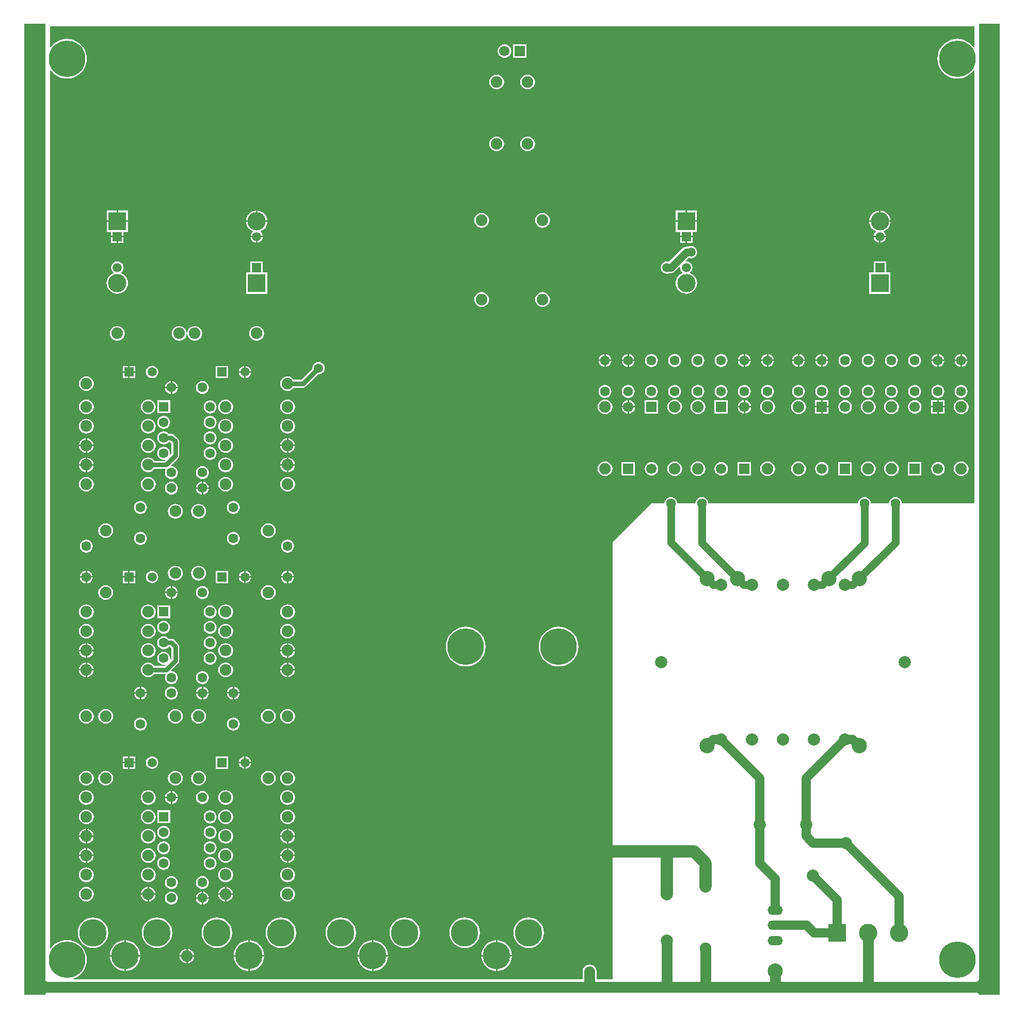
<source format=gbl>
%FSLAX24Y24*%
%MOIN*%
G70*
G01*
G75*
G04 Layer_Physical_Order=2*
G04 Layer_Color=16711680*
%ADD10R,0.1181X0.2165*%
%ADD11C,0.0300*%
%ADD12C,0.0400*%
%ADD13C,0.0500*%
%ADD14C,0.2000*%
%ADD15C,0.0100*%
%ADD16C,0.2362*%
%ADD17C,0.2362*%
%ADD18C,0.0787*%
%ADD19O,0.0984X0.0591*%
%ADD20C,0.0984*%
%ADD21C,0.0787*%
%ADD22C,0.0669*%
%ADD23R,0.0669X0.0669*%
%ADD24R,0.0669X0.0669*%
%ADD25C,0.0748*%
%ADD26C,0.0591*%
%ADD27R,0.0591X0.0591*%
%ADD28R,0.0591X0.0591*%
%ADD29C,0.0630*%
%ADD30R,0.1181X0.1181*%
%ADD31C,0.1181*%
%ADD32C,0.1181*%
%ADD33R,0.1181X0.1181*%
%ADD34C,0.1772*%
%ADD35C,0.0630*%
%ADD36R,0.0630X0.0630*%
%ADD37C,0.0748*%
%ADD38C,0.0512*%
%ADD39C,0.0500*%
%ADD40C,0.0591*%
%ADD41C,0.0700*%
%ADD42C,0.0800*%
%ADD43C,0.0600*%
G36*
X31500Y-47500D02*
X30153D01*
X30141Y-47441D01*
X30108Y-47392D01*
X30059Y-47359D01*
X30000Y-47347D01*
Y-46653D01*
X30059Y-46641D01*
X30108Y-46608D01*
X30141Y-46559D01*
X30153Y-46500D01*
Y15250D01*
X31500D01*
Y-47500D01*
D02*
G37*
G36*
X-30153Y-46500D02*
X-30141Y-46559D01*
X-30108Y-46608D01*
X-30059Y-46641D01*
X-30000Y-46653D01*
Y-47347D01*
X-30059Y-47359D01*
X-30108Y-47392D01*
X-30141Y-47441D01*
X-30153Y-47500D01*
X-31500D01*
Y15250D01*
X-30153D01*
Y-46500D01*
D02*
G37*
G36*
X29847Y13754D02*
X29799Y13740D01*
X29790Y13755D01*
X29659Y13909D01*
X29505Y14040D01*
X29333Y14145D01*
X29147Y14222D01*
X28951Y14269D01*
X28750Y14285D01*
X28549Y14269D01*
X28353Y14222D01*
X28167Y14145D01*
X27995Y14040D01*
X27841Y13909D01*
X27710Y13755D01*
X27605Y13583D01*
X27528Y13397D01*
X27481Y13201D01*
X27465Y13000D01*
X27481Y12799D01*
X27528Y12603D01*
X27605Y12417D01*
X27710Y12245D01*
X27841Y12091D01*
X27995Y11960D01*
X28167Y11855D01*
X28353Y11778D01*
X28549Y11731D01*
X28750Y11715D01*
X28951Y11731D01*
X29147Y11778D01*
X29333Y11855D01*
X29505Y11960D01*
X29659Y12091D01*
X29790Y12245D01*
X29799Y12260D01*
X29847Y12246D01*
Y-15750D01*
X25169D01*
X25154Y-15642D01*
X25112Y-15541D01*
X25046Y-15454D01*
X24959Y-15388D01*
X24858Y-15346D01*
X24750Y-15331D01*
X24642Y-15346D01*
X24541Y-15388D01*
X24454Y-15454D01*
X24388Y-15541D01*
X24346Y-15642D01*
X24331Y-15750D01*
X23169D01*
X23154Y-15642D01*
X23112Y-15541D01*
X23046Y-15454D01*
X22959Y-15388D01*
X22858Y-15346D01*
X22750Y-15331D01*
X22642Y-15346D01*
X22541Y-15388D01*
X22454Y-15454D01*
X22388Y-15541D01*
X22346Y-15642D01*
X22331Y-15750D01*
X12669D01*
X12654Y-15642D01*
X12612Y-15541D01*
X12546Y-15454D01*
X12459Y-15388D01*
X12358Y-15346D01*
X12250Y-15331D01*
X12142Y-15346D01*
X12041Y-15388D01*
X11954Y-15454D01*
X11888Y-15541D01*
X11846Y-15642D01*
X11831Y-15750D01*
X10669D01*
X10654Y-15642D01*
X10612Y-15541D01*
X10546Y-15454D01*
X10459Y-15388D01*
X10358Y-15346D01*
X10250Y-15331D01*
X10142Y-15346D01*
X10041Y-15388D01*
X9954Y-15454D01*
X9888Y-15541D01*
X9846Y-15642D01*
X9831Y-15750D01*
X9000D01*
X6500Y-18250D01*
Y-46500D01*
X5454D01*
Y-46000D01*
X5438Y-45883D01*
X5393Y-45773D01*
X5321Y-45679D01*
X5227Y-45607D01*
X5117Y-45562D01*
X5000Y-45546D01*
X4883Y-45562D01*
X4773Y-45607D01*
X4679Y-45679D01*
X4607Y-45773D01*
X4562Y-45883D01*
X4546Y-46000D01*
Y-46500D01*
X-28292D01*
X-28302Y-46451D01*
X-28167Y-46395D01*
X-27995Y-46290D01*
X-27841Y-46159D01*
X-27710Y-46005D01*
X-27605Y-45833D01*
X-27528Y-45647D01*
X-27481Y-45451D01*
X-27465Y-45250D01*
X-27481Y-45049D01*
X-27528Y-44853D01*
X-27605Y-44667D01*
X-27710Y-44495D01*
X-27841Y-44341D01*
X-27995Y-44210D01*
X-28167Y-44105D01*
X-28353Y-44028D01*
X-28549Y-43981D01*
X-28750Y-43965D01*
X-28951Y-43981D01*
X-29147Y-44028D01*
X-29333Y-44105D01*
X-29505Y-44210D01*
X-29659Y-44341D01*
X-29790Y-44495D01*
X-29799Y-44510D01*
X-29847Y-44496D01*
Y12246D01*
X-29799Y12260D01*
X-29790Y12245D01*
X-29659Y12091D01*
X-29505Y11960D01*
X-29333Y11855D01*
X-29147Y11778D01*
X-28951Y11731D01*
X-28750Y11715D01*
X-28549Y11731D01*
X-28353Y11778D01*
X-28167Y11855D01*
X-27995Y11960D01*
X-27841Y12091D01*
X-27710Y12245D01*
X-27605Y12417D01*
X-27528Y12603D01*
X-27481Y12799D01*
X-27465Y13000D01*
X-27481Y13201D01*
X-27528Y13397D01*
X-27605Y13583D01*
X-27710Y13755D01*
X-27841Y13909D01*
X-27995Y14040D01*
X-28167Y14145D01*
X-28353Y14222D01*
X-28549Y14269D01*
X-28750Y14285D01*
X-28951Y14269D01*
X-29147Y14222D01*
X-29333Y14145D01*
X-29505Y14040D01*
X-29659Y13909D01*
X-29790Y13755D01*
X-29799Y13740D01*
X-29847Y13754D01*
Y15097D01*
X29847D01*
Y13754D01*
D02*
G37*
%LPC*%
G36*
X-14028Y-26550D02*
X-14450D01*
Y-26972D01*
X-14376Y-26962D01*
X-14261Y-26914D01*
X-14162Y-26838D01*
X-14086Y-26739D01*
X-14038Y-26624D01*
X-14028Y-26550D01*
D02*
G37*
G36*
X-14550D02*
X-14972D01*
X-14962Y-26624D01*
X-14914Y-26739D01*
X-14838Y-26838D01*
X-14739Y-26914D01*
X-14624Y-26962D01*
X-14550Y-26972D01*
Y-26550D01*
D02*
G37*
G36*
X-27028D02*
X-27450D01*
Y-26972D01*
X-27376Y-26962D01*
X-27261Y-26914D01*
X-27162Y-26838D01*
X-27086Y-26739D01*
X-27038Y-26624D01*
X-27028Y-26550D01*
D02*
G37*
G36*
X-14550Y-26028D02*
X-14624Y-26038D01*
X-14739Y-26086D01*
X-14838Y-26162D01*
X-14914Y-26261D01*
X-14962Y-26376D01*
X-14972Y-26450D01*
X-14550D01*
Y-26028D01*
D02*
G37*
G36*
X-27450D02*
Y-26450D01*
X-27028D01*
X-27038Y-26376D01*
X-27086Y-26261D01*
X-27162Y-26162D01*
X-27261Y-26086D01*
X-27376Y-26038D01*
X-27450Y-26028D01*
D02*
G37*
G36*
X-27550D02*
X-27624Y-26038D01*
X-27739Y-26086D01*
X-27838Y-26162D01*
X-27914Y-26261D01*
X-27962Y-26376D01*
X-27972Y-26450D01*
X-27550D01*
Y-26028D01*
D02*
G37*
G36*
X-17950Y-27588D02*
Y-27950D01*
X-17588D01*
X-17596Y-27892D01*
X-17638Y-27791D01*
X-17704Y-27704D01*
X-17791Y-27638D01*
X-17892Y-27596D01*
X-17950Y-27588D01*
D02*
G37*
G36*
X-18050D02*
X-18108Y-27596D01*
X-18209Y-27638D01*
X-18296Y-27704D01*
X-18362Y-27791D01*
X-18404Y-27892D01*
X-18412Y-27950D01*
X-18050D01*
Y-27588D01*
D02*
G37*
G36*
X-19950D02*
Y-27950D01*
X-19588D01*
X-19596Y-27892D01*
X-19638Y-27791D01*
X-19704Y-27704D01*
X-19791Y-27638D01*
X-19892Y-27596D01*
X-19950Y-27588D01*
D02*
G37*
G36*
X-27550Y-26550D02*
X-27972D01*
X-27962Y-26624D01*
X-27914Y-26739D01*
X-27838Y-26838D01*
X-27739Y-26914D01*
X-27624Y-26962D01*
X-27550Y-26972D01*
Y-26550D01*
D02*
G37*
G36*
X-18500Y-26022D02*
X-18624Y-26038D01*
X-18739Y-26086D01*
X-18838Y-26162D01*
X-18914Y-26261D01*
X-18962Y-26376D01*
X-18978Y-26500D01*
X-18962Y-26624D01*
X-18914Y-26739D01*
X-18838Y-26838D01*
X-18739Y-26914D01*
X-18624Y-26962D01*
X-18500Y-26978D01*
X-18376Y-26962D01*
X-18261Y-26914D01*
X-18162Y-26838D01*
X-18086Y-26739D01*
X-18038Y-26624D01*
X-18022Y-26500D01*
X-18038Y-26376D01*
X-18086Y-26261D01*
X-18162Y-26162D01*
X-18261Y-26086D01*
X-18376Y-26038D01*
X-18500Y-26022D01*
D02*
G37*
G36*
X-20000Y-26581D02*
X-20108Y-26596D01*
X-20209Y-26638D01*
X-20296Y-26704D01*
X-20362Y-26791D01*
X-20404Y-26892D01*
X-20419Y-27000D01*
X-20404Y-27108D01*
X-20362Y-27209D01*
X-20296Y-27296D01*
X-20209Y-27362D01*
X-20108Y-27404D01*
X-20000Y-27419D01*
X-19892Y-27404D01*
X-19791Y-27362D01*
X-19704Y-27296D01*
X-19638Y-27209D01*
X-19596Y-27108D01*
X-19581Y-27000D01*
X-19596Y-26892D01*
X-19638Y-26791D01*
X-19704Y-26704D01*
X-19791Y-26638D01*
X-19892Y-26596D01*
X-20000Y-26581D01*
D02*
G37*
G36*
X-27028Y-25300D02*
X-27450D01*
Y-25722D01*
X-27376Y-25712D01*
X-27261Y-25664D01*
X-27162Y-25588D01*
X-27086Y-25489D01*
X-27038Y-25374D01*
X-27028Y-25300D01*
D02*
G37*
G36*
X-27550D02*
X-27972D01*
X-27962Y-25374D01*
X-27914Y-25489D01*
X-27838Y-25588D01*
X-27739Y-25664D01*
X-27624Y-25712D01*
X-27550Y-25722D01*
Y-25300D01*
D02*
G37*
G36*
X-18500Y-24772D02*
X-18624Y-24788D01*
X-18739Y-24836D01*
X-18838Y-24912D01*
X-18914Y-25011D01*
X-18962Y-25126D01*
X-18978Y-25250D01*
X-18962Y-25374D01*
X-18914Y-25489D01*
X-18838Y-25588D01*
X-18739Y-25664D01*
X-18624Y-25712D01*
X-18500Y-25728D01*
X-18376Y-25712D01*
X-18261Y-25664D01*
X-18162Y-25588D01*
X-18086Y-25489D01*
X-18038Y-25374D01*
X-18022Y-25250D01*
X-18038Y-25126D01*
X-18086Y-25011D01*
X-18162Y-24912D01*
X-18261Y-24836D01*
X-18376Y-24788D01*
X-18500Y-24772D01*
D02*
G37*
G36*
X-27550Y-24778D02*
X-27624Y-24788D01*
X-27739Y-24836D01*
X-27838Y-24912D01*
X-27914Y-25011D01*
X-27962Y-25126D01*
X-27972Y-25200D01*
X-27550D01*
Y-24778D01*
D02*
G37*
G36*
X-14028Y-25300D02*
X-14450D01*
Y-25722D01*
X-14376Y-25712D01*
X-14261Y-25664D01*
X-14162Y-25588D01*
X-14086Y-25489D01*
X-14038Y-25374D01*
X-14028Y-25300D01*
D02*
G37*
G36*
X-14550D02*
X-14972D01*
X-14962Y-25374D01*
X-14914Y-25489D01*
X-14838Y-25588D01*
X-14739Y-25664D01*
X-14624Y-25712D01*
X-14550Y-25722D01*
Y-25300D01*
D02*
G37*
G36*
X3000Y-23715D02*
X2799Y-23731D01*
X2603Y-23778D01*
X2417Y-23855D01*
X2245Y-23960D01*
X2091Y-24091D01*
X1960Y-24245D01*
X1855Y-24417D01*
X1778Y-24603D01*
X1731Y-24799D01*
X1715Y-25000D01*
X1731Y-25201D01*
X1778Y-25397D01*
X1855Y-25583D01*
X1960Y-25755D01*
X2091Y-25909D01*
X2245Y-26040D01*
X2417Y-26145D01*
X2603Y-26222D01*
X2799Y-26269D01*
X3000Y-26285D01*
X3201Y-26269D01*
X3397Y-26222D01*
X3583Y-26145D01*
X3755Y-26040D01*
X3909Y-25909D01*
X4040Y-25755D01*
X4145Y-25583D01*
X4222Y-25397D01*
X4269Y-25201D01*
X4285Y-25000D01*
X4269Y-24799D01*
X4222Y-24603D01*
X4145Y-24417D01*
X4040Y-24245D01*
X3909Y-24091D01*
X3755Y-23960D01*
X3583Y-23855D01*
X3397Y-23778D01*
X3201Y-23731D01*
X3000Y-23715D01*
D02*
G37*
G36*
X-3000D02*
X-3201Y-23731D01*
X-3397Y-23778D01*
X-3583Y-23855D01*
X-3755Y-23960D01*
X-3909Y-24091D01*
X-4040Y-24245D01*
X-4145Y-24417D01*
X-4222Y-24603D01*
X-4269Y-24799D01*
X-4285Y-25000D01*
X-4269Y-25201D01*
X-4222Y-25397D01*
X-4145Y-25583D01*
X-4040Y-25755D01*
X-3909Y-25909D01*
X-3755Y-26040D01*
X-3583Y-26145D01*
X-3397Y-26222D01*
X-3201Y-26269D01*
X-3000Y-26285D01*
X-2799Y-26269D01*
X-2603Y-26222D01*
X-2417Y-26145D01*
X-2245Y-26040D01*
X-2091Y-25909D01*
X-1960Y-25755D01*
X-1855Y-25583D01*
X-1778Y-25397D01*
X-1731Y-25201D01*
X-1715Y-25000D01*
X-1731Y-24799D01*
X-1778Y-24603D01*
X-1855Y-24417D01*
X-1960Y-24245D01*
X-2091Y-24091D01*
X-2245Y-23960D01*
X-2417Y-23855D01*
X-2603Y-23778D01*
X-2799Y-23731D01*
X-3000Y-23715D01*
D02*
G37*
G36*
X-14450Y-26028D02*
Y-26450D01*
X-14028D01*
X-14038Y-26376D01*
X-14086Y-26261D01*
X-14162Y-26162D01*
X-14261Y-26086D01*
X-14376Y-26038D01*
X-14450Y-26028D01*
D02*
G37*
G36*
X-23500Y-24772D02*
X-23624Y-24788D01*
X-23739Y-24836D01*
X-23838Y-24912D01*
X-23914Y-25011D01*
X-23962Y-25126D01*
X-23978Y-25250D01*
X-23962Y-25374D01*
X-23914Y-25489D01*
X-23838Y-25588D01*
X-23739Y-25664D01*
X-23624Y-25712D01*
X-23500Y-25728D01*
X-23376Y-25712D01*
X-23261Y-25664D01*
X-23162Y-25588D01*
X-23086Y-25489D01*
X-23038Y-25374D01*
X-23022Y-25250D01*
X-23038Y-25126D01*
X-23086Y-25011D01*
X-23162Y-24912D01*
X-23261Y-24836D01*
X-23376Y-24788D01*
X-23500Y-24772D01*
D02*
G37*
G36*
X-22500Y-24331D02*
X-22608Y-24346D01*
X-22709Y-24388D01*
X-22796Y-24454D01*
X-22862Y-24541D01*
X-22904Y-24642D01*
X-22919Y-24750D01*
X-22904Y-24858D01*
X-22862Y-24959D01*
X-22796Y-25046D01*
X-22709Y-25112D01*
X-22608Y-25154D01*
X-22500Y-25169D01*
X-22392Y-25154D01*
X-22291Y-25112D01*
X-22204Y-25046D01*
X-22173Y-25005D01*
X-22106D01*
X-22005Y-25106D01*
Y-25794D01*
X-22045Y-25834D01*
X-22090Y-25812D01*
X-22081Y-25750D01*
X-22096Y-25642D01*
X-22138Y-25541D01*
X-22204Y-25454D01*
X-22291Y-25388D01*
X-22392Y-25346D01*
X-22500Y-25331D01*
X-22608Y-25346D01*
X-22709Y-25388D01*
X-22796Y-25454D01*
X-22862Y-25541D01*
X-22904Y-25642D01*
X-22919Y-25750D01*
X-22904Y-25858D01*
X-22862Y-25959D01*
X-22796Y-26046D01*
X-22709Y-26112D01*
X-22608Y-26154D01*
X-22500Y-26169D01*
X-22438Y-26160D01*
X-22416Y-26205D01*
X-22456Y-26245D01*
X-23098D01*
X-23162Y-26162D01*
X-23261Y-26086D01*
X-23376Y-26038D01*
X-23500Y-26022D01*
X-23624Y-26038D01*
X-23739Y-26086D01*
X-23838Y-26162D01*
X-23914Y-26261D01*
X-23962Y-26376D01*
X-23978Y-26500D01*
X-23962Y-26624D01*
X-23914Y-26739D01*
X-23838Y-26838D01*
X-23739Y-26914D01*
X-23624Y-26962D01*
X-23500Y-26978D01*
X-23376Y-26962D01*
X-23261Y-26914D01*
X-23162Y-26838D01*
X-23098Y-26755D01*
X-22409D01*
X-22375Y-26781D01*
X-22365Y-26796D01*
X-22404Y-26892D01*
X-22419Y-27000D01*
X-22404Y-27108D01*
X-22362Y-27209D01*
X-22296Y-27296D01*
X-22209Y-27362D01*
X-22108Y-27404D01*
X-22000Y-27419D01*
X-21892Y-27404D01*
X-21791Y-27362D01*
X-21704Y-27296D01*
X-21638Y-27209D01*
X-21596Y-27108D01*
X-21581Y-27000D01*
X-21596Y-26892D01*
X-21638Y-26791D01*
X-21704Y-26704D01*
X-21791Y-26638D01*
X-21892Y-26596D01*
X-22000Y-26581D01*
X-22005Y-26582D01*
X-22027Y-26537D01*
X-21570Y-26080D01*
X-21514Y-25998D01*
X-21495Y-25900D01*
Y-25000D01*
X-21514Y-24902D01*
X-21570Y-24820D01*
X-21820Y-24570D01*
X-21902Y-24515D01*
X-22000Y-24495D01*
X-22173D01*
X-22204Y-24454D01*
X-22291Y-24388D01*
X-22392Y-24346D01*
X-22500Y-24331D01*
D02*
G37*
G36*
X-19500Y-25331D02*
X-19608Y-25346D01*
X-19709Y-25388D01*
X-19796Y-25454D01*
X-19862Y-25541D01*
X-19904Y-25642D01*
X-19919Y-25750D01*
X-19904Y-25858D01*
X-19862Y-25959D01*
X-19796Y-26046D01*
X-19709Y-26112D01*
X-19608Y-26154D01*
X-19500Y-26169D01*
X-19392Y-26154D01*
X-19291Y-26112D01*
X-19204Y-26046D01*
X-19138Y-25959D01*
X-19096Y-25858D01*
X-19081Y-25750D01*
X-19096Y-25642D01*
X-19138Y-25541D01*
X-19204Y-25454D01*
X-19291Y-25388D01*
X-19392Y-25346D01*
X-19500Y-25331D01*
D02*
G37*
G36*
X-20050Y-27588D02*
X-20108Y-27596D01*
X-20209Y-27638D01*
X-20296Y-27704D01*
X-20362Y-27791D01*
X-20404Y-27892D01*
X-20412Y-27950D01*
X-20050D01*
Y-27588D01*
D02*
G37*
G36*
X-18000Y-29581D02*
X-18108Y-29596D01*
X-18209Y-29638D01*
X-18296Y-29704D01*
X-18362Y-29791D01*
X-18404Y-29892D01*
X-18419Y-30000D01*
X-18404Y-30108D01*
X-18362Y-30209D01*
X-18296Y-30296D01*
X-18209Y-30362D01*
X-18108Y-30404D01*
X-18000Y-30419D01*
X-17892Y-30404D01*
X-17791Y-30362D01*
X-17704Y-30296D01*
X-17638Y-30209D01*
X-17596Y-30108D01*
X-17581Y-30000D01*
X-17596Y-29892D01*
X-17638Y-29791D01*
X-17704Y-29704D01*
X-17791Y-29638D01*
X-17892Y-29596D01*
X-18000Y-29581D01*
D02*
G37*
G36*
X-24000D02*
X-24108Y-29596D01*
X-24209Y-29638D01*
X-24296Y-29704D01*
X-24362Y-29791D01*
X-24404Y-29892D01*
X-24419Y-30000D01*
X-24404Y-30108D01*
X-24362Y-30209D01*
X-24296Y-30296D01*
X-24209Y-30362D01*
X-24108Y-30404D01*
X-24000Y-30419D01*
X-23892Y-30404D01*
X-23791Y-30362D01*
X-23704Y-30296D01*
X-23638Y-30209D01*
X-23596Y-30108D01*
X-23581Y-30000D01*
X-23596Y-29892D01*
X-23638Y-29791D01*
X-23704Y-29704D01*
X-23791Y-29638D01*
X-23892Y-29596D01*
X-24000Y-29581D01*
D02*
G37*
G36*
X-17200Y-32108D02*
Y-32450D01*
X-16858D01*
X-16865Y-32397D01*
X-16905Y-32301D01*
X-16968Y-32218D01*
X-17051Y-32155D01*
X-17147Y-32115D01*
X-17200Y-32108D01*
D02*
G37*
G36*
X-21750Y-29022D02*
X-21874Y-29038D01*
X-21989Y-29086D01*
X-22088Y-29162D01*
X-22164Y-29261D01*
X-22212Y-29376D01*
X-22228Y-29500D01*
X-22212Y-29624D01*
X-22164Y-29739D01*
X-22088Y-29838D01*
X-21989Y-29914D01*
X-21874Y-29962D01*
X-21750Y-29978D01*
X-21626Y-29962D01*
X-21511Y-29914D01*
X-21412Y-29838D01*
X-21336Y-29739D01*
X-21288Y-29624D01*
X-21272Y-29500D01*
X-21288Y-29376D01*
X-21336Y-29261D01*
X-21412Y-29162D01*
X-21511Y-29086D01*
X-21626Y-29038D01*
X-21750Y-29022D01*
D02*
G37*
G36*
X-26250D02*
X-26374Y-29038D01*
X-26489Y-29086D01*
X-26588Y-29162D01*
X-26664Y-29261D01*
X-26712Y-29376D01*
X-26728Y-29500D01*
X-26712Y-29624D01*
X-26664Y-29739D01*
X-26588Y-29838D01*
X-26489Y-29914D01*
X-26374Y-29962D01*
X-26250Y-29978D01*
X-26126Y-29962D01*
X-26011Y-29914D01*
X-25912Y-29838D01*
X-25836Y-29739D01*
X-25788Y-29624D01*
X-25772Y-29500D01*
X-25788Y-29376D01*
X-25836Y-29261D01*
X-25912Y-29162D01*
X-26011Y-29086D01*
X-26126Y-29038D01*
X-26250Y-29022D01*
D02*
G37*
G36*
X-27500D02*
X-27624Y-29038D01*
X-27739Y-29086D01*
X-27838Y-29162D01*
X-27914Y-29261D01*
X-27962Y-29376D01*
X-27978Y-29500D01*
X-27962Y-29624D01*
X-27914Y-29739D01*
X-27838Y-29838D01*
X-27739Y-29914D01*
X-27624Y-29962D01*
X-27500Y-29978D01*
X-27376Y-29962D01*
X-27261Y-29914D01*
X-27162Y-29838D01*
X-27086Y-29739D01*
X-27038Y-29624D01*
X-27022Y-29500D01*
X-27038Y-29376D01*
X-27086Y-29261D01*
X-27162Y-29162D01*
X-27261Y-29086D01*
X-27376Y-29038D01*
X-27500Y-29022D01*
D02*
G37*
G36*
X-16858Y-32550D02*
X-17200D01*
Y-32892D01*
X-17147Y-32885D01*
X-17051Y-32845D01*
X-16968Y-32782D01*
X-16905Y-32699D01*
X-16865Y-32603D01*
X-16858Y-32550D01*
D02*
G37*
G36*
X-17300D02*
X-17642D01*
X-17635Y-32603D01*
X-17595Y-32699D01*
X-17532Y-32782D01*
X-17449Y-32845D01*
X-17353Y-32885D01*
X-17300Y-32892D01*
Y-32550D01*
D02*
G37*
G36*
X-18355Y-32105D02*
X-19145D01*
Y-32895D01*
X-18355D01*
Y-32105D01*
D02*
G37*
G36*
X-17300Y-32108D02*
X-17353Y-32115D01*
X-17449Y-32155D01*
X-17532Y-32218D01*
X-17595Y-32301D01*
X-17635Y-32397D01*
X-17642Y-32450D01*
X-17300D01*
Y-32108D01*
D02*
G37*
G36*
X-24355Y-32105D02*
X-24700D01*
Y-32450D01*
X-24355D01*
Y-32105D01*
D02*
G37*
G36*
X-24800D02*
X-25145D01*
Y-32450D01*
X-24800D01*
Y-32105D01*
D02*
G37*
G36*
X-18050Y-28050D02*
X-18412D01*
X-18404Y-28108D01*
X-18362Y-28209D01*
X-18296Y-28296D01*
X-18209Y-28362D01*
X-18108Y-28404D01*
X-18050Y-28412D01*
Y-28050D01*
D02*
G37*
G36*
X-19588D02*
X-19950D01*
Y-28412D01*
X-19892Y-28404D01*
X-19791Y-28362D01*
X-19704Y-28296D01*
X-19638Y-28209D01*
X-19596Y-28108D01*
X-19588Y-28050D01*
D02*
G37*
G36*
X-20050D02*
X-20412D01*
X-20404Y-28108D01*
X-20362Y-28209D01*
X-20296Y-28296D01*
X-20209Y-28362D01*
X-20108Y-28404D01*
X-20050Y-28412D01*
Y-28050D01*
D02*
G37*
G36*
X-23950Y-27588D02*
Y-27950D01*
X-23588D01*
X-23596Y-27892D01*
X-23638Y-27791D01*
X-23704Y-27704D01*
X-23791Y-27638D01*
X-23892Y-27596D01*
X-23950Y-27588D01*
D02*
G37*
G36*
X-24050D02*
X-24108Y-27596D01*
X-24209Y-27638D01*
X-24296Y-27704D01*
X-24362Y-27791D01*
X-24404Y-27892D01*
X-24412Y-27950D01*
X-24050D01*
Y-27588D01*
D02*
G37*
G36*
X-17588Y-28050D02*
X-17950D01*
Y-28412D01*
X-17892Y-28404D01*
X-17791Y-28362D01*
X-17704Y-28296D01*
X-17638Y-28209D01*
X-17596Y-28108D01*
X-17588Y-28050D01*
D02*
G37*
G36*
X-14500Y-29022D02*
X-14624Y-29038D01*
X-14739Y-29086D01*
X-14838Y-29162D01*
X-14914Y-29261D01*
X-14962Y-29376D01*
X-14978Y-29500D01*
X-14962Y-29624D01*
X-14914Y-29739D01*
X-14838Y-29838D01*
X-14739Y-29914D01*
X-14624Y-29962D01*
X-14500Y-29978D01*
X-14376Y-29962D01*
X-14261Y-29914D01*
X-14162Y-29838D01*
X-14086Y-29739D01*
X-14038Y-29624D01*
X-14022Y-29500D01*
X-14038Y-29376D01*
X-14086Y-29261D01*
X-14162Y-29162D01*
X-14261Y-29086D01*
X-14376Y-29038D01*
X-14500Y-29022D01*
D02*
G37*
G36*
X-15750D02*
X-15874Y-29038D01*
X-15989Y-29086D01*
X-16088Y-29162D01*
X-16164Y-29261D01*
X-16212Y-29376D01*
X-16228Y-29500D01*
X-16212Y-29624D01*
X-16164Y-29739D01*
X-16088Y-29838D01*
X-15989Y-29914D01*
X-15874Y-29962D01*
X-15750Y-29978D01*
X-15626Y-29962D01*
X-15511Y-29914D01*
X-15412Y-29838D01*
X-15336Y-29739D01*
X-15288Y-29624D01*
X-15272Y-29500D01*
X-15288Y-29376D01*
X-15336Y-29261D01*
X-15412Y-29162D01*
X-15511Y-29086D01*
X-15626Y-29038D01*
X-15750Y-29022D01*
D02*
G37*
G36*
X-20250D02*
X-20374Y-29038D01*
X-20489Y-29086D01*
X-20588Y-29162D01*
X-20664Y-29261D01*
X-20712Y-29376D01*
X-20728Y-29500D01*
X-20712Y-29624D01*
X-20664Y-29739D01*
X-20588Y-29838D01*
X-20489Y-29914D01*
X-20374Y-29962D01*
X-20250Y-29978D01*
X-20126Y-29962D01*
X-20011Y-29914D01*
X-19912Y-29838D01*
X-19836Y-29739D01*
X-19788Y-29624D01*
X-19772Y-29500D01*
X-19788Y-29376D01*
X-19836Y-29261D01*
X-19912Y-29162D01*
X-20011Y-29086D01*
X-20126Y-29038D01*
X-20250Y-29022D01*
D02*
G37*
G36*
X-23588Y-28050D02*
X-23950D01*
Y-28412D01*
X-23892Y-28404D01*
X-23791Y-28362D01*
X-23704Y-28296D01*
X-23638Y-28209D01*
X-23596Y-28108D01*
X-23588Y-28050D01*
D02*
G37*
G36*
X-24050D02*
X-24412D01*
X-24404Y-28108D01*
X-24362Y-28209D01*
X-24296Y-28296D01*
X-24209Y-28362D01*
X-24108Y-28404D01*
X-24050Y-28412D01*
Y-28050D01*
D02*
G37*
G36*
X-22000Y-27581D02*
X-22108Y-27596D01*
X-22209Y-27638D01*
X-22296Y-27704D01*
X-22362Y-27791D01*
X-22404Y-27892D01*
X-22419Y-28000D01*
X-22404Y-28108D01*
X-22362Y-28209D01*
X-22296Y-28296D01*
X-22209Y-28362D01*
X-22108Y-28404D01*
X-22000Y-28419D01*
X-21892Y-28404D01*
X-21791Y-28362D01*
X-21704Y-28296D01*
X-21638Y-28209D01*
X-21596Y-28108D01*
X-21581Y-28000D01*
X-21596Y-27892D01*
X-21638Y-27791D01*
X-21704Y-27704D01*
X-21791Y-27638D01*
X-21892Y-27596D01*
X-22000Y-27581D01*
D02*
G37*
G36*
X-27450Y-24778D02*
Y-25200D01*
X-27028D01*
X-27038Y-25126D01*
X-27086Y-25011D01*
X-27162Y-24912D01*
X-27261Y-24836D01*
X-27376Y-24788D01*
X-27450Y-24778D01*
D02*
G37*
G36*
X-20250Y-19772D02*
X-20374Y-19788D01*
X-20489Y-19836D01*
X-20588Y-19912D01*
X-20664Y-20011D01*
X-20712Y-20126D01*
X-20728Y-20250D01*
X-20712Y-20374D01*
X-20664Y-20489D01*
X-20588Y-20588D01*
X-20489Y-20664D01*
X-20374Y-20712D01*
X-20250Y-20728D01*
X-20126Y-20712D01*
X-20011Y-20664D01*
X-19912Y-20588D01*
X-19836Y-20489D01*
X-19788Y-20374D01*
X-19772Y-20250D01*
X-19788Y-20126D01*
X-19836Y-20011D01*
X-19912Y-19912D01*
X-20011Y-19836D01*
X-20126Y-19788D01*
X-20250Y-19772D01*
D02*
G37*
G36*
X-21750D02*
X-21874Y-19788D01*
X-21989Y-19836D01*
X-22088Y-19912D01*
X-22164Y-20011D01*
X-22212Y-20126D01*
X-22228Y-20250D01*
X-22212Y-20374D01*
X-22164Y-20489D01*
X-22088Y-20588D01*
X-21989Y-20664D01*
X-21874Y-20712D01*
X-21750Y-20728D01*
X-21626Y-20712D01*
X-21511Y-20664D01*
X-21412Y-20588D01*
X-21336Y-20489D01*
X-21288Y-20374D01*
X-21272Y-20250D01*
X-21288Y-20126D01*
X-21336Y-20011D01*
X-21412Y-19912D01*
X-21511Y-19836D01*
X-21626Y-19788D01*
X-21750Y-19772D01*
D02*
G37*
G36*
X-16858Y-20550D02*
X-17200D01*
Y-20892D01*
X-17147Y-20885D01*
X-17051Y-20845D01*
X-16968Y-20782D01*
X-16905Y-20699D01*
X-16865Y-20603D01*
X-16858Y-20550D01*
D02*
G37*
G36*
X-24800Y-20105D02*
X-25145D01*
Y-20450D01*
X-24800D01*
Y-20105D01*
D02*
G37*
G36*
X-27450Y-20088D02*
Y-20450D01*
X-27088D01*
X-27096Y-20392D01*
X-27138Y-20291D01*
X-27204Y-20204D01*
X-27291Y-20138D01*
X-27392Y-20096D01*
X-27450Y-20088D01*
D02*
G37*
G36*
X-27550D02*
X-27608Y-20096D01*
X-27709Y-20138D01*
X-27796Y-20204D01*
X-27862Y-20291D01*
X-27904Y-20392D01*
X-27912Y-20450D01*
X-27550D01*
Y-20088D01*
D02*
G37*
G36*
X-24800Y-20550D02*
X-25145D01*
Y-20895D01*
X-24800D01*
Y-20550D01*
D02*
G37*
G36*
X-23250Y-20101D02*
X-23353Y-20115D01*
X-23449Y-20155D01*
X-23532Y-20218D01*
X-23595Y-20301D01*
X-23635Y-20397D01*
X-23649Y-20500D01*
X-23635Y-20603D01*
X-23595Y-20699D01*
X-23532Y-20782D01*
X-23449Y-20845D01*
X-23353Y-20885D01*
X-23250Y-20899D01*
X-23147Y-20885D01*
X-23051Y-20845D01*
X-22968Y-20782D01*
X-22905Y-20699D01*
X-22865Y-20603D01*
X-22851Y-20500D01*
X-22865Y-20397D01*
X-22905Y-20301D01*
X-22968Y-20218D01*
X-23051Y-20155D01*
X-23147Y-20115D01*
X-23250Y-20101D01*
D02*
G37*
G36*
X-14088Y-20550D02*
X-14450D01*
Y-20912D01*
X-14392Y-20904D01*
X-14291Y-20862D01*
X-14204Y-20796D01*
X-14138Y-20709D01*
X-14096Y-20608D01*
X-14088Y-20550D01*
D02*
G37*
G36*
X-17300D02*
X-17642D01*
X-17635Y-20603D01*
X-17595Y-20699D01*
X-17532Y-20782D01*
X-17449Y-20845D01*
X-17353Y-20885D01*
X-17300Y-20892D01*
Y-20550D01*
D02*
G37*
G36*
X-18355Y-20105D02*
X-19145D01*
Y-20895D01*
X-18355D01*
Y-20105D01*
D02*
G37*
G36*
X-24355Y-20550D02*
X-24700D01*
Y-20895D01*
X-24355D01*
Y-20550D01*
D02*
G37*
G36*
X-18000Y-17581D02*
X-18108Y-17596D01*
X-18209Y-17638D01*
X-18296Y-17704D01*
X-18362Y-17791D01*
X-18404Y-17892D01*
X-18419Y-18000D01*
X-18404Y-18108D01*
X-18362Y-18209D01*
X-18296Y-18296D01*
X-18209Y-18362D01*
X-18108Y-18404D01*
X-18000Y-18419D01*
X-17892Y-18404D01*
X-17791Y-18362D01*
X-17704Y-18296D01*
X-17638Y-18209D01*
X-17596Y-18108D01*
X-17581Y-18000D01*
X-17596Y-17892D01*
X-17638Y-17791D01*
X-17704Y-17704D01*
X-17791Y-17638D01*
X-17892Y-17596D01*
X-18000Y-17581D01*
D02*
G37*
G36*
X-24000D02*
X-24108Y-17596D01*
X-24209Y-17638D01*
X-24296Y-17704D01*
X-24362Y-17791D01*
X-24404Y-17892D01*
X-24419Y-18000D01*
X-24404Y-18108D01*
X-24362Y-18209D01*
X-24296Y-18296D01*
X-24209Y-18362D01*
X-24108Y-18404D01*
X-24000Y-18419D01*
X-23892Y-18404D01*
X-23791Y-18362D01*
X-23704Y-18296D01*
X-23638Y-18209D01*
X-23596Y-18108D01*
X-23581Y-18000D01*
X-23596Y-17892D01*
X-23638Y-17791D01*
X-23704Y-17704D01*
X-23791Y-17638D01*
X-23892Y-17596D01*
X-24000Y-17581D01*
D02*
G37*
G36*
X-14500Y-18081D02*
X-14608Y-18096D01*
X-14709Y-18138D01*
X-14796Y-18204D01*
X-14862Y-18291D01*
X-14904Y-18392D01*
X-14919Y-18500D01*
X-14904Y-18608D01*
X-14862Y-18709D01*
X-14796Y-18796D01*
X-14709Y-18862D01*
X-14608Y-18904D01*
X-14500Y-18919D01*
X-14392Y-18904D01*
X-14291Y-18862D01*
X-14204Y-18796D01*
X-14138Y-18709D01*
X-14096Y-18608D01*
X-14081Y-18500D01*
X-14096Y-18392D01*
X-14138Y-18291D01*
X-14204Y-18204D01*
X-14291Y-18138D01*
X-14392Y-18096D01*
X-14500Y-18081D01*
D02*
G37*
G36*
X-21750Y-15772D02*
X-21874Y-15788D01*
X-21989Y-15836D01*
X-22088Y-15912D01*
X-22164Y-16011D01*
X-22212Y-16126D01*
X-22228Y-16250D01*
X-22212Y-16374D01*
X-22164Y-16489D01*
X-22088Y-16588D01*
X-21989Y-16664D01*
X-21874Y-16712D01*
X-21750Y-16728D01*
X-21626Y-16712D01*
X-21511Y-16664D01*
X-21412Y-16588D01*
X-21336Y-16489D01*
X-21288Y-16374D01*
X-21272Y-16250D01*
X-21288Y-16126D01*
X-21336Y-16011D01*
X-21412Y-15912D01*
X-21511Y-15836D01*
X-21626Y-15788D01*
X-21750Y-15772D01*
D02*
G37*
G36*
X-15750Y-17022D02*
X-15874Y-17038D01*
X-15989Y-17086D01*
X-16088Y-17162D01*
X-16164Y-17261D01*
X-16212Y-17376D01*
X-16228Y-17500D01*
X-16212Y-17624D01*
X-16164Y-17739D01*
X-16088Y-17838D01*
X-15989Y-17914D01*
X-15874Y-17962D01*
X-15750Y-17978D01*
X-15626Y-17962D01*
X-15511Y-17914D01*
X-15412Y-17838D01*
X-15336Y-17739D01*
X-15288Y-17624D01*
X-15272Y-17500D01*
X-15288Y-17376D01*
X-15336Y-17261D01*
X-15412Y-17162D01*
X-15511Y-17086D01*
X-15626Y-17038D01*
X-15750Y-17022D01*
D02*
G37*
G36*
X-26250D02*
X-26374Y-17038D01*
X-26489Y-17086D01*
X-26588Y-17162D01*
X-26664Y-17261D01*
X-26712Y-17376D01*
X-26728Y-17500D01*
X-26712Y-17624D01*
X-26664Y-17739D01*
X-26588Y-17838D01*
X-26489Y-17914D01*
X-26374Y-17962D01*
X-26250Y-17978D01*
X-26126Y-17962D01*
X-26011Y-17914D01*
X-25912Y-17838D01*
X-25836Y-17739D01*
X-25788Y-17624D01*
X-25772Y-17500D01*
X-25788Y-17376D01*
X-25836Y-17261D01*
X-25912Y-17162D01*
X-26011Y-17086D01*
X-26126Y-17038D01*
X-26250Y-17022D01*
D02*
G37*
G36*
X-17200Y-20108D02*
Y-20450D01*
X-16858D01*
X-16865Y-20397D01*
X-16905Y-20301D01*
X-16968Y-20218D01*
X-17051Y-20155D01*
X-17147Y-20115D01*
X-17200Y-20108D01*
D02*
G37*
G36*
X-17300D02*
X-17353Y-20115D01*
X-17449Y-20155D01*
X-17532Y-20218D01*
X-17595Y-20301D01*
X-17635Y-20397D01*
X-17642Y-20450D01*
X-17300D01*
Y-20108D01*
D02*
G37*
G36*
X-24355Y-20105D02*
X-24700D01*
Y-20450D01*
X-24355D01*
Y-20105D01*
D02*
G37*
G36*
X-27500Y-18081D02*
X-27608Y-18096D01*
X-27709Y-18138D01*
X-27796Y-18204D01*
X-27862Y-18291D01*
X-27904Y-18392D01*
X-27919Y-18500D01*
X-27904Y-18608D01*
X-27862Y-18709D01*
X-27796Y-18796D01*
X-27709Y-18862D01*
X-27608Y-18904D01*
X-27500Y-18919D01*
X-27392Y-18904D01*
X-27291Y-18862D01*
X-27204Y-18796D01*
X-27138Y-18709D01*
X-27096Y-18608D01*
X-27081Y-18500D01*
X-27096Y-18392D01*
X-27138Y-18291D01*
X-27204Y-18204D01*
X-27291Y-18138D01*
X-27392Y-18096D01*
X-27500Y-18081D01*
D02*
G37*
G36*
X-14450Y-20088D02*
Y-20450D01*
X-14088D01*
X-14096Y-20392D01*
X-14138Y-20291D01*
X-14204Y-20204D01*
X-14291Y-20138D01*
X-14392Y-20096D01*
X-14450Y-20088D01*
D02*
G37*
G36*
X-14550D02*
X-14608Y-20096D01*
X-14709Y-20138D01*
X-14796Y-20204D01*
X-14862Y-20291D01*
X-14904Y-20392D01*
X-14912Y-20450D01*
X-14550D01*
Y-20088D01*
D02*
G37*
G36*
Y-20550D02*
X-14912D01*
X-14904Y-20608D01*
X-14862Y-20709D01*
X-14796Y-20796D01*
X-14709Y-20862D01*
X-14608Y-20904D01*
X-14550Y-20912D01*
Y-20550D01*
D02*
G37*
G36*
X-19500Y-23331D02*
X-19608Y-23346D01*
X-19709Y-23388D01*
X-19796Y-23454D01*
X-19862Y-23541D01*
X-19904Y-23642D01*
X-19919Y-23750D01*
X-19904Y-23858D01*
X-19862Y-23959D01*
X-19796Y-24046D01*
X-19709Y-24112D01*
X-19608Y-24154D01*
X-19500Y-24169D01*
X-19392Y-24154D01*
X-19291Y-24112D01*
X-19204Y-24046D01*
X-19138Y-23959D01*
X-19096Y-23858D01*
X-19081Y-23750D01*
X-19096Y-23642D01*
X-19138Y-23541D01*
X-19204Y-23454D01*
X-19291Y-23388D01*
X-19392Y-23346D01*
X-19500Y-23331D01*
D02*
G37*
G36*
X-22500D02*
X-22608Y-23346D01*
X-22709Y-23388D01*
X-22796Y-23454D01*
X-22862Y-23541D01*
X-22904Y-23642D01*
X-22919Y-23750D01*
X-22904Y-23858D01*
X-22862Y-23959D01*
X-22796Y-24046D01*
X-22709Y-24112D01*
X-22608Y-24154D01*
X-22500Y-24169D01*
X-22392Y-24154D01*
X-22291Y-24112D01*
X-22204Y-24046D01*
X-22138Y-23959D01*
X-22096Y-23858D01*
X-22081Y-23750D01*
X-22096Y-23642D01*
X-22138Y-23541D01*
X-22204Y-23454D01*
X-22291Y-23388D01*
X-22392Y-23346D01*
X-22500Y-23331D01*
D02*
G37*
G36*
X-14500Y-23522D02*
X-14624Y-23538D01*
X-14739Y-23586D01*
X-14838Y-23662D01*
X-14914Y-23761D01*
X-14962Y-23876D01*
X-14978Y-24000D01*
X-14962Y-24124D01*
X-14914Y-24239D01*
X-14838Y-24338D01*
X-14739Y-24414D01*
X-14624Y-24462D01*
X-14500Y-24478D01*
X-14376Y-24462D01*
X-14261Y-24414D01*
X-14162Y-24338D01*
X-14086Y-24239D01*
X-14038Y-24124D01*
X-14022Y-24000D01*
X-14038Y-23876D01*
X-14086Y-23761D01*
X-14162Y-23662D01*
X-14261Y-23586D01*
X-14376Y-23538D01*
X-14500Y-23522D01*
D02*
G37*
G36*
X-18500Y-22272D02*
X-18624Y-22288D01*
X-18739Y-22336D01*
X-18838Y-22412D01*
X-18914Y-22511D01*
X-18962Y-22626D01*
X-18978Y-22750D01*
X-18962Y-22874D01*
X-18914Y-22989D01*
X-18838Y-23088D01*
X-18739Y-23164D01*
X-18624Y-23212D01*
X-18500Y-23228D01*
X-18376Y-23212D01*
X-18261Y-23164D01*
X-18162Y-23088D01*
X-18086Y-22989D01*
X-18038Y-22874D01*
X-18022Y-22750D01*
X-18038Y-22626D01*
X-18086Y-22511D01*
X-18162Y-22412D01*
X-18261Y-22336D01*
X-18376Y-22288D01*
X-18500Y-22272D01*
D02*
G37*
G36*
X-23500D02*
X-23624Y-22288D01*
X-23739Y-22336D01*
X-23838Y-22412D01*
X-23914Y-22511D01*
X-23962Y-22626D01*
X-23978Y-22750D01*
X-23962Y-22874D01*
X-23914Y-22989D01*
X-23838Y-23088D01*
X-23739Y-23164D01*
X-23624Y-23212D01*
X-23500Y-23228D01*
X-23376Y-23212D01*
X-23261Y-23164D01*
X-23162Y-23088D01*
X-23086Y-22989D01*
X-23038Y-22874D01*
X-23022Y-22750D01*
X-23038Y-22626D01*
X-23086Y-22511D01*
X-23162Y-22412D01*
X-23261Y-22336D01*
X-23376Y-22288D01*
X-23500Y-22272D01*
D02*
G37*
G36*
X-27500D02*
X-27624Y-22288D01*
X-27739Y-22336D01*
X-27838Y-22412D01*
X-27914Y-22511D01*
X-27962Y-22626D01*
X-27978Y-22750D01*
X-27962Y-22874D01*
X-27914Y-22989D01*
X-27838Y-23088D01*
X-27739Y-23164D01*
X-27624Y-23212D01*
X-27500Y-23228D01*
X-27376Y-23212D01*
X-27261Y-23164D01*
X-27162Y-23088D01*
X-27086Y-22989D01*
X-27038Y-22874D01*
X-27022Y-22750D01*
X-27038Y-22626D01*
X-27086Y-22511D01*
X-27162Y-22412D01*
X-27261Y-22336D01*
X-27376Y-22288D01*
X-27500Y-22272D01*
D02*
G37*
G36*
X-19500Y-24331D02*
X-19608Y-24346D01*
X-19709Y-24388D01*
X-19796Y-24454D01*
X-19862Y-24541D01*
X-19904Y-24642D01*
X-19919Y-24750D01*
X-19904Y-24858D01*
X-19862Y-24959D01*
X-19796Y-25046D01*
X-19709Y-25112D01*
X-19608Y-25154D01*
X-19500Y-25169D01*
X-19392Y-25154D01*
X-19291Y-25112D01*
X-19204Y-25046D01*
X-19138Y-24959D01*
X-19096Y-24858D01*
X-19081Y-24750D01*
X-19096Y-24642D01*
X-19138Y-24541D01*
X-19204Y-24454D01*
X-19291Y-24388D01*
X-19392Y-24346D01*
X-19500Y-24331D01*
D02*
G37*
G36*
X-14450Y-24778D02*
Y-25200D01*
X-14028D01*
X-14038Y-25126D01*
X-14086Y-25011D01*
X-14162Y-24912D01*
X-14261Y-24836D01*
X-14376Y-24788D01*
X-14450Y-24778D01*
D02*
G37*
G36*
X-14550D02*
X-14624Y-24788D01*
X-14739Y-24836D01*
X-14838Y-24912D01*
X-14914Y-25011D01*
X-14962Y-25126D01*
X-14972Y-25200D01*
X-14550D01*
Y-24778D01*
D02*
G37*
G36*
X-18500Y-23522D02*
X-18624Y-23538D01*
X-18739Y-23586D01*
X-18838Y-23662D01*
X-18914Y-23761D01*
X-18962Y-23876D01*
X-18978Y-24000D01*
X-18962Y-24124D01*
X-18914Y-24239D01*
X-18838Y-24338D01*
X-18739Y-24414D01*
X-18624Y-24462D01*
X-18500Y-24478D01*
X-18376Y-24462D01*
X-18261Y-24414D01*
X-18162Y-24338D01*
X-18086Y-24239D01*
X-18038Y-24124D01*
X-18022Y-24000D01*
X-18038Y-23876D01*
X-18086Y-23761D01*
X-18162Y-23662D01*
X-18261Y-23586D01*
X-18376Y-23538D01*
X-18500Y-23522D01*
D02*
G37*
G36*
X-23500D02*
X-23624Y-23538D01*
X-23739Y-23586D01*
X-23838Y-23662D01*
X-23914Y-23761D01*
X-23962Y-23876D01*
X-23978Y-24000D01*
X-23962Y-24124D01*
X-23914Y-24239D01*
X-23838Y-24338D01*
X-23739Y-24414D01*
X-23624Y-24462D01*
X-23500Y-24478D01*
X-23376Y-24462D01*
X-23261Y-24414D01*
X-23162Y-24338D01*
X-23086Y-24239D01*
X-23038Y-24124D01*
X-23022Y-24000D01*
X-23038Y-23876D01*
X-23086Y-23761D01*
X-23162Y-23662D01*
X-23261Y-23586D01*
X-23376Y-23538D01*
X-23500Y-23522D01*
D02*
G37*
G36*
X-27500D02*
X-27624Y-23538D01*
X-27739Y-23586D01*
X-27838Y-23662D01*
X-27914Y-23761D01*
X-27962Y-23876D01*
X-27978Y-24000D01*
X-27962Y-24124D01*
X-27914Y-24239D01*
X-27838Y-24338D01*
X-27739Y-24414D01*
X-27624Y-24462D01*
X-27500Y-24478D01*
X-27376Y-24462D01*
X-27261Y-24414D01*
X-27162Y-24338D01*
X-27086Y-24239D01*
X-27038Y-24124D01*
X-27022Y-24000D01*
X-27038Y-23876D01*
X-27086Y-23761D01*
X-27162Y-23662D01*
X-27261Y-23586D01*
X-27376Y-23538D01*
X-27500Y-23522D01*
D02*
G37*
G36*
X-22050Y-21088D02*
X-22108Y-21096D01*
X-22209Y-21138D01*
X-22296Y-21204D01*
X-22362Y-21291D01*
X-22404Y-21392D01*
X-22412Y-21450D01*
X-22050D01*
Y-21088D01*
D02*
G37*
G36*
X-21588Y-21550D02*
X-21950D01*
Y-21912D01*
X-21892Y-21904D01*
X-21791Y-21862D01*
X-21704Y-21796D01*
X-21638Y-21709D01*
X-21596Y-21608D01*
X-21588Y-21550D01*
D02*
G37*
G36*
X-22050D02*
X-22412D01*
X-22404Y-21608D01*
X-22362Y-21709D01*
X-22296Y-21796D01*
X-22209Y-21862D01*
X-22108Y-21904D01*
X-22050Y-21912D01*
Y-21550D01*
D02*
G37*
G36*
X-27088Y-20550D02*
X-27450D01*
Y-20912D01*
X-27392Y-20904D01*
X-27291Y-20862D01*
X-27204Y-20796D01*
X-27138Y-20709D01*
X-27096Y-20608D01*
X-27088Y-20550D01*
D02*
G37*
G36*
X-27550D02*
X-27912D01*
X-27904Y-20608D01*
X-27862Y-20709D01*
X-27796Y-20796D01*
X-27709Y-20862D01*
X-27608Y-20904D01*
X-27550Y-20912D01*
Y-20550D01*
D02*
G37*
G36*
X-21950Y-21088D02*
Y-21450D01*
X-21588D01*
X-21596Y-21392D01*
X-21638Y-21291D01*
X-21704Y-21204D01*
X-21791Y-21138D01*
X-21892Y-21096D01*
X-21950Y-21088D01*
D02*
G37*
G36*
X-22085Y-22335D02*
X-22915D01*
Y-23165D01*
X-22085D01*
Y-22335D01*
D02*
G37*
G36*
X-19500Y-22331D02*
X-19608Y-22346D01*
X-19709Y-22388D01*
X-19796Y-22454D01*
X-19862Y-22541D01*
X-19904Y-22642D01*
X-19919Y-22750D01*
X-19904Y-22858D01*
X-19862Y-22959D01*
X-19796Y-23046D01*
X-19709Y-23112D01*
X-19608Y-23154D01*
X-19500Y-23169D01*
X-19392Y-23154D01*
X-19291Y-23112D01*
X-19204Y-23046D01*
X-19138Y-22959D01*
X-19096Y-22858D01*
X-19081Y-22750D01*
X-19096Y-22642D01*
X-19138Y-22541D01*
X-19204Y-22454D01*
X-19291Y-22388D01*
X-19392Y-22346D01*
X-19500Y-22331D01*
D02*
G37*
G36*
X-14500Y-22272D02*
X-14624Y-22288D01*
X-14739Y-22336D01*
X-14838Y-22412D01*
X-14914Y-22511D01*
X-14962Y-22626D01*
X-14978Y-22750D01*
X-14962Y-22874D01*
X-14914Y-22989D01*
X-14838Y-23088D01*
X-14739Y-23164D01*
X-14624Y-23212D01*
X-14500Y-23228D01*
X-14376Y-23212D01*
X-14261Y-23164D01*
X-14162Y-23088D01*
X-14086Y-22989D01*
X-14038Y-22874D01*
X-14022Y-22750D01*
X-14038Y-22626D01*
X-14086Y-22511D01*
X-14162Y-22412D01*
X-14261Y-22336D01*
X-14376Y-22288D01*
X-14500Y-22272D01*
D02*
G37*
G36*
X-20000Y-21081D02*
X-20108Y-21096D01*
X-20209Y-21138D01*
X-20296Y-21204D01*
X-20362Y-21291D01*
X-20404Y-21392D01*
X-20419Y-21500D01*
X-20404Y-21608D01*
X-20362Y-21709D01*
X-20296Y-21796D01*
X-20209Y-21862D01*
X-20108Y-21904D01*
X-20000Y-21919D01*
X-19892Y-21904D01*
X-19791Y-21862D01*
X-19704Y-21796D01*
X-19638Y-21709D01*
X-19596Y-21608D01*
X-19581Y-21500D01*
X-19596Y-21392D01*
X-19638Y-21291D01*
X-19704Y-21204D01*
X-19791Y-21138D01*
X-19892Y-21096D01*
X-20000Y-21081D01*
D02*
G37*
G36*
X-15750Y-21022D02*
X-15874Y-21038D01*
X-15989Y-21086D01*
X-16088Y-21162D01*
X-16164Y-21261D01*
X-16212Y-21376D01*
X-16228Y-21500D01*
X-16212Y-21624D01*
X-16164Y-21739D01*
X-16088Y-21838D01*
X-15989Y-21914D01*
X-15874Y-21962D01*
X-15750Y-21978D01*
X-15626Y-21962D01*
X-15511Y-21914D01*
X-15412Y-21838D01*
X-15336Y-21739D01*
X-15288Y-21624D01*
X-15272Y-21500D01*
X-15288Y-21376D01*
X-15336Y-21261D01*
X-15412Y-21162D01*
X-15511Y-21086D01*
X-15626Y-21038D01*
X-15750Y-21022D01*
D02*
G37*
G36*
X-26250D02*
X-26374Y-21038D01*
X-26489Y-21086D01*
X-26588Y-21162D01*
X-26664Y-21261D01*
X-26712Y-21376D01*
X-26728Y-21500D01*
X-26712Y-21624D01*
X-26664Y-21739D01*
X-26588Y-21838D01*
X-26489Y-21914D01*
X-26374Y-21962D01*
X-26250Y-21978D01*
X-26126Y-21962D01*
X-26011Y-21914D01*
X-25912Y-21838D01*
X-25836Y-21739D01*
X-25788Y-21624D01*
X-25772Y-21500D01*
X-25788Y-21376D01*
X-25836Y-21261D01*
X-25912Y-21162D01*
X-26011Y-21086D01*
X-26126Y-21038D01*
X-26250Y-21022D01*
D02*
G37*
G36*
X-23550Y-41050D02*
X-23972D01*
X-23962Y-41124D01*
X-23914Y-41239D01*
X-23838Y-41338D01*
X-23739Y-41414D01*
X-23624Y-41462D01*
X-23550Y-41472D01*
Y-41050D01*
D02*
G37*
G36*
X-14500Y-40522D02*
X-14624Y-40538D01*
X-14739Y-40586D01*
X-14838Y-40662D01*
X-14914Y-40761D01*
X-14962Y-40876D01*
X-14978Y-41000D01*
X-14962Y-41124D01*
X-14914Y-41239D01*
X-14838Y-41338D01*
X-14739Y-41414D01*
X-14624Y-41462D01*
X-14500Y-41478D01*
X-14376Y-41462D01*
X-14261Y-41414D01*
X-14162Y-41338D01*
X-14086Y-41239D01*
X-14038Y-41124D01*
X-14022Y-41000D01*
X-14038Y-40876D01*
X-14086Y-40761D01*
X-14162Y-40662D01*
X-14261Y-40586D01*
X-14376Y-40538D01*
X-14500Y-40522D01*
D02*
G37*
G36*
X-27500D02*
X-27624Y-40538D01*
X-27739Y-40586D01*
X-27838Y-40662D01*
X-27914Y-40761D01*
X-27962Y-40876D01*
X-27978Y-41000D01*
X-27962Y-41124D01*
X-27914Y-41239D01*
X-27838Y-41338D01*
X-27739Y-41414D01*
X-27624Y-41462D01*
X-27500Y-41478D01*
X-27376Y-41462D01*
X-27261Y-41414D01*
X-27162Y-41338D01*
X-27086Y-41239D01*
X-27038Y-41124D01*
X-27022Y-41000D01*
X-27038Y-40876D01*
X-27086Y-40761D01*
X-27162Y-40662D01*
X-27261Y-40586D01*
X-27376Y-40538D01*
X-27500Y-40522D01*
D02*
G37*
G36*
X-18028Y-41050D02*
X-18450D01*
Y-41472D01*
X-18376Y-41462D01*
X-18261Y-41414D01*
X-18162Y-41338D01*
X-18086Y-41239D01*
X-18038Y-41124D01*
X-18028Y-41050D01*
D02*
G37*
G36*
X-18550D02*
X-18972D01*
X-18962Y-41124D01*
X-18914Y-41239D01*
X-18838Y-41338D01*
X-18739Y-41414D01*
X-18624Y-41462D01*
X-18550Y-41472D01*
Y-41050D01*
D02*
G37*
G36*
X-23028D02*
X-23450D01*
Y-41472D01*
X-23376Y-41462D01*
X-23261Y-41414D01*
X-23162Y-41338D01*
X-23086Y-41239D01*
X-23038Y-41124D01*
X-23028Y-41050D01*
D02*
G37*
G36*
X1067Y-42503D02*
X874Y-42523D01*
X688Y-42579D01*
X517Y-42670D01*
X366Y-42794D01*
X243Y-42944D01*
X152Y-43115D01*
X95Y-43301D01*
X76Y-43494D01*
X95Y-43687D01*
X152Y-43873D01*
X243Y-44044D01*
X366Y-44195D01*
X517Y-44318D01*
X688Y-44409D01*
X874Y-44466D01*
X1067Y-44485D01*
X1260Y-44466D01*
X1446Y-44409D01*
X1617Y-44318D01*
X1767Y-44195D01*
X1891Y-44044D01*
X1982Y-43873D01*
X2038Y-43687D01*
X2058Y-43494D01*
X2038Y-43301D01*
X1982Y-43115D01*
X1891Y-42944D01*
X1767Y-42794D01*
X1617Y-42670D01*
X1446Y-42579D01*
X1260Y-42523D01*
X1067Y-42503D01*
D02*
G37*
G36*
X-3067D02*
X-3260Y-42523D01*
X-3446Y-42579D01*
X-3617Y-42670D01*
X-3767Y-42794D01*
X-3891Y-42944D01*
X-3982Y-43115D01*
X-4038Y-43301D01*
X-4058Y-43494D01*
X-4038Y-43687D01*
X-3982Y-43873D01*
X-3891Y-44044D01*
X-3767Y-44195D01*
X-3617Y-44318D01*
X-3446Y-44409D01*
X-3260Y-44466D01*
X-3067Y-44485D01*
X-2874Y-44466D01*
X-2688Y-44409D01*
X-2517Y-44318D01*
X-2366Y-44195D01*
X-2243Y-44044D01*
X-2152Y-43873D01*
X-2095Y-43687D01*
X-2076Y-43494D01*
X-2095Y-43301D01*
X-2152Y-43115D01*
X-2243Y-42944D01*
X-2366Y-42794D01*
X-2517Y-42670D01*
X-2688Y-42579D01*
X-2874Y-42523D01*
X-3067Y-42503D01*
D02*
G37*
G36*
X-6933D02*
X-7126Y-42523D01*
X-7312Y-42579D01*
X-7483Y-42670D01*
X-7634Y-42794D01*
X-7757Y-42944D01*
X-7848Y-43115D01*
X-7905Y-43301D01*
X-7924Y-43494D01*
X-7905Y-43687D01*
X-7848Y-43873D01*
X-7757Y-44044D01*
X-7634Y-44195D01*
X-7483Y-44318D01*
X-7312Y-44409D01*
X-7126Y-44466D01*
X-6933Y-44485D01*
X-6740Y-44466D01*
X-6554Y-44409D01*
X-6383Y-44318D01*
X-6233Y-44195D01*
X-6109Y-44044D01*
X-6018Y-43873D01*
X-5962Y-43687D01*
X-5942Y-43494D01*
X-5962Y-43301D01*
X-6018Y-43115D01*
X-6109Y-42944D01*
X-6233Y-42794D01*
X-6383Y-42670D01*
X-6554Y-42579D01*
X-6740Y-42523D01*
X-6933Y-42503D01*
D02*
G37*
G36*
X-19588Y-41300D02*
X-19950D01*
Y-41662D01*
X-19892Y-41654D01*
X-19791Y-41612D01*
X-19704Y-41546D01*
X-19638Y-41459D01*
X-19596Y-41358D01*
X-19588Y-41300D01*
D02*
G37*
G36*
X-20050D02*
X-20412D01*
X-20404Y-41358D01*
X-20362Y-41459D01*
X-20296Y-41546D01*
X-20209Y-41612D01*
X-20108Y-41654D01*
X-20050Y-41662D01*
Y-41300D01*
D02*
G37*
G36*
X-22000Y-40831D02*
X-22108Y-40846D01*
X-22209Y-40888D01*
X-22296Y-40954D01*
X-22362Y-41041D01*
X-22404Y-41142D01*
X-22419Y-41250D01*
X-22404Y-41358D01*
X-22362Y-41459D01*
X-22296Y-41546D01*
X-22209Y-41612D01*
X-22108Y-41654D01*
X-22000Y-41669D01*
X-21892Y-41654D01*
X-21791Y-41612D01*
X-21704Y-41546D01*
X-21638Y-41459D01*
X-21596Y-41358D01*
X-21581Y-41250D01*
X-21596Y-41142D01*
X-21638Y-41041D01*
X-21704Y-40954D01*
X-21791Y-40888D01*
X-21892Y-40846D01*
X-22000Y-40831D01*
D02*
G37*
G36*
X-27500Y-39272D02*
X-27624Y-39288D01*
X-27739Y-39336D01*
X-27838Y-39412D01*
X-27914Y-39511D01*
X-27962Y-39626D01*
X-27978Y-39750D01*
X-27962Y-39874D01*
X-27914Y-39989D01*
X-27838Y-40088D01*
X-27739Y-40164D01*
X-27624Y-40212D01*
X-27500Y-40228D01*
X-27376Y-40212D01*
X-27261Y-40164D01*
X-27162Y-40088D01*
X-27086Y-39989D01*
X-27038Y-39874D01*
X-27022Y-39750D01*
X-27038Y-39626D01*
X-27086Y-39511D01*
X-27162Y-39412D01*
X-27261Y-39336D01*
X-27376Y-39288D01*
X-27500Y-39272D01*
D02*
G37*
G36*
X-20000Y-39831D02*
X-20108Y-39846D01*
X-20209Y-39888D01*
X-20296Y-39954D01*
X-20362Y-40041D01*
X-20404Y-40142D01*
X-20419Y-40250D01*
X-20404Y-40358D01*
X-20362Y-40459D01*
X-20296Y-40546D01*
X-20209Y-40612D01*
X-20108Y-40654D01*
X-20000Y-40669D01*
X-19892Y-40654D01*
X-19791Y-40612D01*
X-19704Y-40546D01*
X-19638Y-40459D01*
X-19596Y-40358D01*
X-19581Y-40250D01*
X-19596Y-40142D01*
X-19638Y-40041D01*
X-19704Y-39954D01*
X-19791Y-39888D01*
X-19892Y-39846D01*
X-20000Y-39831D01*
D02*
G37*
G36*
X-22000D02*
X-22108Y-39846D01*
X-22209Y-39888D01*
X-22296Y-39954D01*
X-22362Y-40041D01*
X-22404Y-40142D01*
X-22419Y-40250D01*
X-22404Y-40358D01*
X-22362Y-40459D01*
X-22296Y-40546D01*
X-22209Y-40612D01*
X-22108Y-40654D01*
X-22000Y-40669D01*
X-21892Y-40654D01*
X-21791Y-40612D01*
X-21704Y-40546D01*
X-21638Y-40459D01*
X-21596Y-40358D01*
X-21581Y-40250D01*
X-21596Y-40142D01*
X-21638Y-40041D01*
X-21704Y-39954D01*
X-21791Y-39888D01*
X-21892Y-39846D01*
X-22000Y-39831D01*
D02*
G37*
G36*
X-14500Y-39272D02*
X-14624Y-39288D01*
X-14739Y-39336D01*
X-14838Y-39412D01*
X-14914Y-39511D01*
X-14962Y-39626D01*
X-14978Y-39750D01*
X-14962Y-39874D01*
X-14914Y-39989D01*
X-14838Y-40088D01*
X-14739Y-40164D01*
X-14624Y-40212D01*
X-14500Y-40228D01*
X-14376Y-40212D01*
X-14261Y-40164D01*
X-14162Y-40088D01*
X-14086Y-39989D01*
X-14038Y-39874D01*
X-14022Y-39750D01*
X-14038Y-39626D01*
X-14086Y-39511D01*
X-14162Y-39412D01*
X-14261Y-39336D01*
X-14376Y-39288D01*
X-14500Y-39272D01*
D02*
G37*
G36*
X-18500D02*
X-18624Y-39288D01*
X-18739Y-39336D01*
X-18838Y-39412D01*
X-18914Y-39511D01*
X-18962Y-39626D01*
X-18978Y-39750D01*
X-18962Y-39874D01*
X-18914Y-39989D01*
X-18838Y-40088D01*
X-18739Y-40164D01*
X-18624Y-40212D01*
X-18500Y-40228D01*
X-18376Y-40212D01*
X-18261Y-40164D01*
X-18162Y-40088D01*
X-18086Y-39989D01*
X-18038Y-39874D01*
X-18022Y-39750D01*
X-18038Y-39626D01*
X-18086Y-39511D01*
X-18162Y-39412D01*
X-18261Y-39336D01*
X-18376Y-39288D01*
X-18500Y-39272D01*
D02*
G37*
G36*
X-23500D02*
X-23624Y-39288D01*
X-23739Y-39336D01*
X-23838Y-39412D01*
X-23914Y-39511D01*
X-23962Y-39626D01*
X-23978Y-39750D01*
X-23962Y-39874D01*
X-23914Y-39989D01*
X-23838Y-40088D01*
X-23739Y-40164D01*
X-23624Y-40212D01*
X-23500Y-40228D01*
X-23376Y-40212D01*
X-23261Y-40164D01*
X-23162Y-40088D01*
X-23086Y-39989D01*
X-23038Y-39874D01*
X-23022Y-39750D01*
X-23038Y-39626D01*
X-23086Y-39511D01*
X-23162Y-39412D01*
X-23261Y-39336D01*
X-23376Y-39288D01*
X-23500Y-39272D01*
D02*
G37*
G36*
X-23550Y-40528D02*
X-23624Y-40538D01*
X-23739Y-40586D01*
X-23838Y-40662D01*
X-23914Y-40761D01*
X-23962Y-40876D01*
X-23972Y-40950D01*
X-23550D01*
Y-40528D01*
D02*
G37*
G36*
X-19950Y-40838D02*
Y-41200D01*
X-19588D01*
X-19596Y-41142D01*
X-19638Y-41041D01*
X-19704Y-40954D01*
X-19791Y-40888D01*
X-19892Y-40846D01*
X-19950Y-40838D01*
D02*
G37*
G36*
X-20050D02*
X-20108Y-40846D01*
X-20209Y-40888D01*
X-20296Y-40954D01*
X-20362Y-41041D01*
X-20404Y-41142D01*
X-20412Y-41200D01*
X-20050D01*
Y-40838D01*
D02*
G37*
G36*
X-18450Y-40528D02*
Y-40950D01*
X-18028D01*
X-18038Y-40876D01*
X-18086Y-40761D01*
X-18162Y-40662D01*
X-18261Y-40586D01*
X-18376Y-40538D01*
X-18450Y-40528D01*
D02*
G37*
G36*
X-18550D02*
X-18624Y-40538D01*
X-18739Y-40586D01*
X-18838Y-40662D01*
X-18914Y-40761D01*
X-18962Y-40876D01*
X-18972Y-40950D01*
X-18550D01*
Y-40528D01*
D02*
G37*
G36*
X-23450D02*
Y-40950D01*
X-23028D01*
X-23038Y-40876D01*
X-23086Y-40761D01*
X-23162Y-40662D01*
X-23261Y-40586D01*
X-23376Y-40538D01*
X-23450Y-40528D01*
D02*
G37*
G36*
X-11067Y-42503D02*
X-11260Y-42523D01*
X-11446Y-42579D01*
X-11617Y-42670D01*
X-11767Y-42794D01*
X-11891Y-42944D01*
X-11982Y-43115D01*
X-12038Y-43301D01*
X-12058Y-43494D01*
X-12038Y-43687D01*
X-11982Y-43873D01*
X-11891Y-44044D01*
X-11767Y-44195D01*
X-11617Y-44318D01*
X-11446Y-44409D01*
X-11260Y-44466D01*
X-11067Y-44485D01*
X-10874Y-44466D01*
X-10688Y-44409D01*
X-10517Y-44318D01*
X-10366Y-44195D01*
X-10243Y-44044D01*
X-10152Y-43873D01*
X-10095Y-43687D01*
X-10076Y-43494D01*
X-10095Y-43301D01*
X-10152Y-43115D01*
X-10243Y-42944D01*
X-10366Y-42794D01*
X-10517Y-42670D01*
X-10688Y-42579D01*
X-10874Y-42523D01*
X-11067Y-42503D01*
D02*
G37*
G36*
X-21050Y-45050D02*
X-21472D01*
X-21462Y-45124D01*
X-21414Y-45239D01*
X-21338Y-45338D01*
X-21239Y-45414D01*
X-21124Y-45462D01*
X-21050Y-45472D01*
Y-45050D01*
D02*
G37*
G36*
X-14Y-45020D02*
X-950D01*
Y-45956D01*
X-807Y-45942D01*
X-621Y-45886D01*
X-450Y-45794D01*
X-300Y-45671D01*
X-176Y-45521D01*
X-85Y-45350D01*
X-28Y-45164D01*
X-14Y-45020D01*
D02*
G37*
G36*
X-1050D02*
X-1986D01*
X-1972Y-45164D01*
X-1915Y-45350D01*
X-1824Y-45521D01*
X-1700Y-45671D01*
X-1550Y-45794D01*
X-1379Y-45886D01*
X-1193Y-45942D01*
X-1050Y-45956D01*
Y-45020D01*
D02*
G37*
G36*
X-20950Y-44528D02*
Y-44950D01*
X-20528D01*
X-20538Y-44876D01*
X-20586Y-44761D01*
X-20662Y-44662D01*
X-20761Y-44586D01*
X-20876Y-44538D01*
X-20950Y-44528D01*
D02*
G37*
G36*
X-21050D02*
X-21124Y-44538D01*
X-21239Y-44586D01*
X-21338Y-44662D01*
X-21414Y-44761D01*
X-21462Y-44876D01*
X-21472Y-44950D01*
X-21050D01*
Y-44528D01*
D02*
G37*
G36*
X-20528Y-45050D02*
X-20950D01*
Y-45472D01*
X-20876Y-45462D01*
X-20761Y-45414D01*
X-20662Y-45338D01*
X-20586Y-45239D01*
X-20538Y-45124D01*
X-20528Y-45050D01*
D02*
G37*
G36*
X-17050Y-45020D02*
X-17986D01*
X-17972Y-45164D01*
X-17915Y-45350D01*
X-17824Y-45521D01*
X-17700Y-45671D01*
X-17550Y-45794D01*
X-17379Y-45886D01*
X-17193Y-45942D01*
X-17050Y-45956D01*
Y-45020D01*
D02*
G37*
G36*
X-24014D02*
X-24950D01*
Y-45956D01*
X-24807Y-45942D01*
X-24621Y-45886D01*
X-24450Y-45794D01*
X-24300Y-45671D01*
X-24176Y-45521D01*
X-24085Y-45350D01*
X-24028Y-45164D01*
X-24014Y-45020D01*
D02*
G37*
G36*
X-25050D02*
X-25986D01*
X-25972Y-45164D01*
X-25915Y-45350D01*
X-25824Y-45521D01*
X-25700Y-45671D01*
X-25550Y-45794D01*
X-25379Y-45886D01*
X-25193Y-45942D01*
X-25050Y-45956D01*
Y-45020D01*
D02*
G37*
G36*
X-8014D02*
X-8950D01*
Y-45956D01*
X-8807Y-45942D01*
X-8621Y-45886D01*
X-8450Y-45794D01*
X-8300Y-45671D01*
X-8176Y-45521D01*
X-8085Y-45350D01*
X-8028Y-45164D01*
X-8014Y-45020D01*
D02*
G37*
G36*
X-9050D02*
X-9986D01*
X-9972Y-45164D01*
X-9915Y-45350D01*
X-9824Y-45521D01*
X-9700Y-45671D01*
X-9550Y-45794D01*
X-9379Y-45886D01*
X-9193Y-45942D01*
X-9050Y-45956D01*
Y-45020D01*
D02*
G37*
G36*
X-16014D02*
X-16950D01*
Y-45956D01*
X-16807Y-45942D01*
X-16621Y-45886D01*
X-16450Y-45794D01*
X-16300Y-45671D01*
X-16176Y-45521D01*
X-16085Y-45350D01*
X-16028Y-45164D01*
X-16014Y-45020D01*
D02*
G37*
G36*
X-27067Y-42503D02*
X-27260Y-42523D01*
X-27446Y-42579D01*
X-27617Y-42670D01*
X-27767Y-42794D01*
X-27891Y-42944D01*
X-27982Y-43115D01*
X-28038Y-43301D01*
X-28058Y-43494D01*
X-28038Y-43687D01*
X-27982Y-43873D01*
X-27891Y-44044D01*
X-27767Y-44195D01*
X-27617Y-44318D01*
X-27446Y-44409D01*
X-27260Y-44466D01*
X-27067Y-44485D01*
X-26874Y-44466D01*
X-26688Y-44409D01*
X-26517Y-44318D01*
X-26366Y-44195D01*
X-26243Y-44044D01*
X-26152Y-43873D01*
X-26095Y-43687D01*
X-26076Y-43494D01*
X-26095Y-43301D01*
X-26152Y-43115D01*
X-26243Y-42944D01*
X-26366Y-42794D01*
X-26517Y-42670D01*
X-26688Y-42579D01*
X-26874Y-42523D01*
X-27067Y-42503D01*
D02*
G37*
G36*
X-950Y-43985D02*
Y-44920D01*
X-14D01*
X-28Y-44777D01*
X-85Y-44591D01*
X-176Y-44420D01*
X-300Y-44270D01*
X-450Y-44147D01*
X-621Y-44055D01*
X-807Y-43999D01*
X-950Y-43985D01*
D02*
G37*
G36*
X-1050D02*
X-1193Y-43999D01*
X-1379Y-44055D01*
X-1550Y-44147D01*
X-1700Y-44270D01*
X-1824Y-44420D01*
X-1915Y-44591D01*
X-1972Y-44777D01*
X-1986Y-44920D01*
X-1050D01*
Y-43985D01*
D02*
G37*
G36*
X-14933Y-42503D02*
X-15126Y-42523D01*
X-15312Y-42579D01*
X-15483Y-42670D01*
X-15634Y-42794D01*
X-15757Y-42944D01*
X-15848Y-43115D01*
X-15905Y-43301D01*
X-15924Y-43494D01*
X-15905Y-43687D01*
X-15848Y-43873D01*
X-15757Y-44044D01*
X-15634Y-44195D01*
X-15483Y-44318D01*
X-15312Y-44409D01*
X-15126Y-44466D01*
X-14933Y-44485D01*
X-14740Y-44466D01*
X-14554Y-44409D01*
X-14383Y-44318D01*
X-14233Y-44195D01*
X-14109Y-44044D01*
X-14018Y-43873D01*
X-13962Y-43687D01*
X-13942Y-43494D01*
X-13962Y-43301D01*
X-14018Y-43115D01*
X-14109Y-42944D01*
X-14233Y-42794D01*
X-14383Y-42670D01*
X-14554Y-42579D01*
X-14740Y-42523D01*
X-14933Y-42503D01*
D02*
G37*
G36*
X-19067D02*
X-19260Y-42523D01*
X-19446Y-42579D01*
X-19617Y-42670D01*
X-19767Y-42794D01*
X-19891Y-42944D01*
X-19982Y-43115D01*
X-20038Y-43301D01*
X-20058Y-43494D01*
X-20038Y-43687D01*
X-19982Y-43873D01*
X-19891Y-44044D01*
X-19767Y-44195D01*
X-19617Y-44318D01*
X-19446Y-44409D01*
X-19260Y-44466D01*
X-19067Y-44485D01*
X-18874Y-44466D01*
X-18688Y-44409D01*
X-18517Y-44318D01*
X-18366Y-44195D01*
X-18243Y-44044D01*
X-18152Y-43873D01*
X-18095Y-43687D01*
X-18076Y-43494D01*
X-18095Y-43301D01*
X-18152Y-43115D01*
X-18243Y-42944D01*
X-18366Y-42794D01*
X-18517Y-42670D01*
X-18688Y-42579D01*
X-18874Y-42523D01*
X-19067Y-42503D01*
D02*
G37*
G36*
X-22933D02*
X-23126Y-42523D01*
X-23312Y-42579D01*
X-23483Y-42670D01*
X-23634Y-42794D01*
X-23757Y-42944D01*
X-23848Y-43115D01*
X-23905Y-43301D01*
X-23924Y-43494D01*
X-23905Y-43687D01*
X-23848Y-43873D01*
X-23757Y-44044D01*
X-23634Y-44195D01*
X-23483Y-44318D01*
X-23312Y-44409D01*
X-23126Y-44466D01*
X-22933Y-44485D01*
X-22740Y-44466D01*
X-22554Y-44409D01*
X-22383Y-44318D01*
X-22233Y-44195D01*
X-22109Y-44044D01*
X-22018Y-43873D01*
X-21962Y-43687D01*
X-21942Y-43494D01*
X-21962Y-43301D01*
X-22018Y-43115D01*
X-22109Y-42944D01*
X-22233Y-42794D01*
X-22383Y-42670D01*
X-22554Y-42579D01*
X-22740Y-42523D01*
X-22933Y-42503D01*
D02*
G37*
G36*
X-17050Y-43985D02*
X-17193Y-43999D01*
X-17379Y-44055D01*
X-17550Y-44147D01*
X-17700Y-44270D01*
X-17824Y-44420D01*
X-17915Y-44591D01*
X-17972Y-44777D01*
X-17986Y-44920D01*
X-17050D01*
Y-43985D01*
D02*
G37*
G36*
X-24950D02*
Y-44920D01*
X-24014D01*
X-24028Y-44777D01*
X-24085Y-44591D01*
X-24176Y-44420D01*
X-24300Y-44270D01*
X-24450Y-44147D01*
X-24621Y-44055D01*
X-24807Y-43999D01*
X-24950Y-43985D01*
D02*
G37*
G36*
X-25050D02*
X-25193Y-43999D01*
X-25379Y-44055D01*
X-25550Y-44147D01*
X-25700Y-44270D01*
X-25824Y-44420D01*
X-25915Y-44591D01*
X-25972Y-44777D01*
X-25986Y-44920D01*
X-25050D01*
Y-43985D01*
D02*
G37*
G36*
X-8950D02*
Y-44920D01*
X-8014D01*
X-8028Y-44777D01*
X-8085Y-44591D01*
X-8176Y-44420D01*
X-8300Y-44270D01*
X-8450Y-44147D01*
X-8621Y-44055D01*
X-8807Y-43999D01*
X-8950Y-43985D01*
D02*
G37*
G36*
X-9050D02*
X-9193Y-43999D01*
X-9379Y-44055D01*
X-9550Y-44147D01*
X-9700Y-44270D01*
X-9824Y-44420D01*
X-9915Y-44591D01*
X-9972Y-44777D01*
X-9986Y-44920D01*
X-9050D01*
Y-43985D01*
D02*
G37*
G36*
X-16950D02*
Y-44920D01*
X-16014D01*
X-16028Y-44777D01*
X-16085Y-44591D01*
X-16176Y-44420D01*
X-16300Y-44270D01*
X-16450Y-44147D01*
X-16621Y-44055D01*
X-16807Y-43999D01*
X-16950Y-43985D01*
D02*
G37*
G36*
X-22500Y-38581D02*
X-22608Y-38596D01*
X-22709Y-38638D01*
X-22796Y-38704D01*
X-22862Y-38791D01*
X-22904Y-38892D01*
X-22919Y-39000D01*
X-22904Y-39108D01*
X-22862Y-39209D01*
X-22796Y-39296D01*
X-22709Y-39362D01*
X-22608Y-39404D01*
X-22500Y-39419D01*
X-22392Y-39404D01*
X-22291Y-39362D01*
X-22204Y-39296D01*
X-22138Y-39209D01*
X-22096Y-39108D01*
X-22081Y-39000D01*
X-22096Y-38892D01*
X-22138Y-38791D01*
X-22204Y-38704D01*
X-22291Y-38638D01*
X-22392Y-38596D01*
X-22500Y-38581D01*
D02*
G37*
G36*
X-18500Y-34272D02*
X-18624Y-34288D01*
X-18739Y-34336D01*
X-18838Y-34412D01*
X-18914Y-34511D01*
X-18962Y-34626D01*
X-18978Y-34750D01*
X-18962Y-34874D01*
X-18914Y-34989D01*
X-18838Y-35088D01*
X-18739Y-35164D01*
X-18624Y-35212D01*
X-18500Y-35228D01*
X-18376Y-35212D01*
X-18261Y-35164D01*
X-18162Y-35088D01*
X-18086Y-34989D01*
X-18038Y-34874D01*
X-18022Y-34750D01*
X-18038Y-34626D01*
X-18086Y-34511D01*
X-18162Y-34412D01*
X-18261Y-34336D01*
X-18376Y-34288D01*
X-18500Y-34272D01*
D02*
G37*
G36*
X-23500D02*
X-23624Y-34288D01*
X-23739Y-34336D01*
X-23838Y-34412D01*
X-23914Y-34511D01*
X-23962Y-34626D01*
X-23978Y-34750D01*
X-23962Y-34874D01*
X-23914Y-34989D01*
X-23838Y-35088D01*
X-23739Y-35164D01*
X-23624Y-35212D01*
X-23500Y-35228D01*
X-23376Y-35212D01*
X-23261Y-35164D01*
X-23162Y-35088D01*
X-23086Y-34989D01*
X-23038Y-34874D01*
X-23022Y-34750D01*
X-23038Y-34626D01*
X-23086Y-34511D01*
X-23162Y-34412D01*
X-23261Y-34336D01*
X-23376Y-34288D01*
X-23500Y-34272D01*
D02*
G37*
G36*
X-27500D02*
X-27624Y-34288D01*
X-27739Y-34336D01*
X-27838Y-34412D01*
X-27914Y-34511D01*
X-27962Y-34626D01*
X-27978Y-34750D01*
X-27962Y-34874D01*
X-27914Y-34989D01*
X-27838Y-35088D01*
X-27739Y-35164D01*
X-27624Y-35212D01*
X-27500Y-35228D01*
X-27376Y-35212D01*
X-27261Y-35164D01*
X-27162Y-35088D01*
X-27086Y-34989D01*
X-27038Y-34874D01*
X-27022Y-34750D01*
X-27038Y-34626D01*
X-27086Y-34511D01*
X-27162Y-34412D01*
X-27261Y-34336D01*
X-27376Y-34288D01*
X-27500Y-34272D01*
D02*
G37*
G36*
X-22050Y-34800D02*
X-22412D01*
X-22404Y-34858D01*
X-22362Y-34959D01*
X-22296Y-35046D01*
X-22209Y-35112D01*
X-22108Y-35154D01*
X-22050Y-35162D01*
Y-34800D01*
D02*
G37*
G36*
X-20000Y-34331D02*
X-20108Y-34346D01*
X-20209Y-34388D01*
X-20296Y-34454D01*
X-20362Y-34541D01*
X-20404Y-34642D01*
X-20419Y-34750D01*
X-20404Y-34858D01*
X-20362Y-34959D01*
X-20296Y-35046D01*
X-20209Y-35112D01*
X-20108Y-35154D01*
X-20000Y-35169D01*
X-19892Y-35154D01*
X-19791Y-35112D01*
X-19704Y-35046D01*
X-19638Y-34959D01*
X-19596Y-34858D01*
X-19581Y-34750D01*
X-19596Y-34642D01*
X-19638Y-34541D01*
X-19704Y-34454D01*
X-19791Y-34388D01*
X-19892Y-34346D01*
X-20000Y-34331D01*
D02*
G37*
G36*
X-14500Y-34272D02*
X-14624Y-34288D01*
X-14739Y-34336D01*
X-14838Y-34412D01*
X-14914Y-34511D01*
X-14962Y-34626D01*
X-14978Y-34750D01*
X-14962Y-34874D01*
X-14914Y-34989D01*
X-14838Y-35088D01*
X-14739Y-35164D01*
X-14624Y-35212D01*
X-14500Y-35228D01*
X-14376Y-35212D01*
X-14261Y-35164D01*
X-14162Y-35088D01*
X-14086Y-34989D01*
X-14038Y-34874D01*
X-14022Y-34750D01*
X-14038Y-34626D01*
X-14086Y-34511D01*
X-14162Y-34412D01*
X-14261Y-34336D01*
X-14376Y-34288D01*
X-14500Y-34272D01*
D02*
G37*
G36*
X-18500Y-35522D02*
X-18624Y-35538D01*
X-18739Y-35586D01*
X-18838Y-35662D01*
X-18914Y-35761D01*
X-18962Y-35876D01*
X-18978Y-36000D01*
X-18962Y-36124D01*
X-18914Y-36239D01*
X-18838Y-36338D01*
X-18739Y-36414D01*
X-18624Y-36462D01*
X-18500Y-36478D01*
X-18376Y-36462D01*
X-18261Y-36414D01*
X-18162Y-36338D01*
X-18086Y-36239D01*
X-18038Y-36124D01*
X-18022Y-36000D01*
X-18038Y-35876D01*
X-18086Y-35761D01*
X-18162Y-35662D01*
X-18261Y-35586D01*
X-18376Y-35538D01*
X-18500Y-35522D01*
D02*
G37*
G36*
X-23500D02*
X-23624Y-35538D01*
X-23739Y-35586D01*
X-23838Y-35662D01*
X-23914Y-35761D01*
X-23962Y-35876D01*
X-23978Y-36000D01*
X-23962Y-36124D01*
X-23914Y-36239D01*
X-23838Y-36338D01*
X-23739Y-36414D01*
X-23624Y-36462D01*
X-23500Y-36478D01*
X-23376Y-36462D01*
X-23261Y-36414D01*
X-23162Y-36338D01*
X-23086Y-36239D01*
X-23038Y-36124D01*
X-23022Y-36000D01*
X-23038Y-35876D01*
X-23086Y-35761D01*
X-23162Y-35662D01*
X-23261Y-35586D01*
X-23376Y-35538D01*
X-23500Y-35522D01*
D02*
G37*
G36*
X-27500D02*
X-27624Y-35538D01*
X-27739Y-35586D01*
X-27838Y-35662D01*
X-27914Y-35761D01*
X-27962Y-35876D01*
X-27978Y-36000D01*
X-27962Y-36124D01*
X-27914Y-36239D01*
X-27838Y-36338D01*
X-27739Y-36414D01*
X-27624Y-36462D01*
X-27500Y-36478D01*
X-27376Y-36462D01*
X-27261Y-36414D01*
X-27162Y-36338D01*
X-27086Y-36239D01*
X-27038Y-36124D01*
X-27022Y-36000D01*
X-27038Y-35876D01*
X-27086Y-35761D01*
X-27162Y-35662D01*
X-27261Y-35586D01*
X-27376Y-35538D01*
X-27500Y-35522D01*
D02*
G37*
G36*
X-22085Y-35585D02*
X-22915D01*
Y-36415D01*
X-22085D01*
Y-35585D01*
D02*
G37*
G36*
X-19500Y-35581D02*
X-19608Y-35596D01*
X-19709Y-35638D01*
X-19796Y-35704D01*
X-19862Y-35791D01*
X-19904Y-35892D01*
X-19919Y-36000D01*
X-19904Y-36108D01*
X-19862Y-36209D01*
X-19796Y-36296D01*
X-19709Y-36362D01*
X-19608Y-36404D01*
X-19500Y-36419D01*
X-19392Y-36404D01*
X-19291Y-36362D01*
X-19204Y-36296D01*
X-19138Y-36209D01*
X-19096Y-36108D01*
X-19081Y-36000D01*
X-19096Y-35892D01*
X-19138Y-35791D01*
X-19204Y-35704D01*
X-19291Y-35638D01*
X-19392Y-35596D01*
X-19500Y-35581D01*
D02*
G37*
G36*
X-14500Y-35522D02*
X-14624Y-35538D01*
X-14739Y-35586D01*
X-14838Y-35662D01*
X-14914Y-35761D01*
X-14962Y-35876D01*
X-14978Y-36000D01*
X-14962Y-36124D01*
X-14914Y-36239D01*
X-14838Y-36338D01*
X-14739Y-36414D01*
X-14624Y-36462D01*
X-14500Y-36478D01*
X-14376Y-36462D01*
X-14261Y-36414D01*
X-14162Y-36338D01*
X-14086Y-36239D01*
X-14038Y-36124D01*
X-14022Y-36000D01*
X-14038Y-35876D01*
X-14086Y-35761D01*
X-14162Y-35662D01*
X-14261Y-35586D01*
X-14376Y-35538D01*
X-14500Y-35522D01*
D02*
G37*
G36*
Y-33022D02*
X-14624Y-33038D01*
X-14739Y-33086D01*
X-14838Y-33162D01*
X-14914Y-33261D01*
X-14962Y-33376D01*
X-14978Y-33500D01*
X-14962Y-33624D01*
X-14914Y-33739D01*
X-14838Y-33838D01*
X-14739Y-33914D01*
X-14624Y-33962D01*
X-14500Y-33978D01*
X-14376Y-33962D01*
X-14261Y-33914D01*
X-14162Y-33838D01*
X-14086Y-33739D01*
X-14038Y-33624D01*
X-14022Y-33500D01*
X-14038Y-33376D01*
X-14086Y-33261D01*
X-14162Y-33162D01*
X-14261Y-33086D01*
X-14376Y-33038D01*
X-14500Y-33022D01*
D02*
G37*
G36*
X-15750D02*
X-15874Y-33038D01*
X-15989Y-33086D01*
X-16088Y-33162D01*
X-16164Y-33261D01*
X-16212Y-33376D01*
X-16228Y-33500D01*
X-16212Y-33624D01*
X-16164Y-33739D01*
X-16088Y-33838D01*
X-15989Y-33914D01*
X-15874Y-33962D01*
X-15750Y-33978D01*
X-15626Y-33962D01*
X-15511Y-33914D01*
X-15412Y-33838D01*
X-15336Y-33739D01*
X-15288Y-33624D01*
X-15272Y-33500D01*
X-15288Y-33376D01*
X-15336Y-33261D01*
X-15412Y-33162D01*
X-15511Y-33086D01*
X-15626Y-33038D01*
X-15750Y-33022D01*
D02*
G37*
G36*
X-20250D02*
X-20374Y-33038D01*
X-20489Y-33086D01*
X-20588Y-33162D01*
X-20664Y-33261D01*
X-20712Y-33376D01*
X-20728Y-33500D01*
X-20712Y-33624D01*
X-20664Y-33739D01*
X-20588Y-33838D01*
X-20489Y-33914D01*
X-20374Y-33962D01*
X-20250Y-33978D01*
X-20126Y-33962D01*
X-20011Y-33914D01*
X-19912Y-33838D01*
X-19836Y-33739D01*
X-19788Y-33624D01*
X-19772Y-33500D01*
X-19788Y-33376D01*
X-19836Y-33261D01*
X-19912Y-33162D01*
X-20011Y-33086D01*
X-20126Y-33038D01*
X-20250Y-33022D01*
D02*
G37*
G36*
X-24355Y-32550D02*
X-24700D01*
Y-32895D01*
X-24355D01*
Y-32550D01*
D02*
G37*
G36*
X-24800D02*
X-25145D01*
Y-32895D01*
X-24800D01*
Y-32550D01*
D02*
G37*
G36*
X-23250Y-32101D02*
X-23353Y-32115D01*
X-23449Y-32155D01*
X-23532Y-32218D01*
X-23595Y-32301D01*
X-23635Y-32397D01*
X-23649Y-32500D01*
X-23635Y-32603D01*
X-23595Y-32699D01*
X-23532Y-32782D01*
X-23449Y-32845D01*
X-23353Y-32885D01*
X-23250Y-32899D01*
X-23147Y-32885D01*
X-23051Y-32845D01*
X-22968Y-32782D01*
X-22905Y-32699D01*
X-22865Y-32603D01*
X-22851Y-32500D01*
X-22865Y-32397D01*
X-22905Y-32301D01*
X-22968Y-32218D01*
X-23051Y-32155D01*
X-23147Y-32115D01*
X-23250Y-32101D01*
D02*
G37*
G36*
X-21950Y-34338D02*
Y-34700D01*
X-21588D01*
X-21596Y-34642D01*
X-21638Y-34541D01*
X-21704Y-34454D01*
X-21791Y-34388D01*
X-21892Y-34346D01*
X-21950Y-34338D01*
D02*
G37*
G36*
X-22050D02*
X-22108Y-34346D01*
X-22209Y-34388D01*
X-22296Y-34454D01*
X-22362Y-34541D01*
X-22404Y-34642D01*
X-22412Y-34700D01*
X-22050D01*
Y-34338D01*
D02*
G37*
G36*
X-21588Y-34800D02*
X-21950D01*
Y-35162D01*
X-21892Y-35154D01*
X-21791Y-35112D01*
X-21704Y-35046D01*
X-21638Y-34959D01*
X-21596Y-34858D01*
X-21588Y-34800D01*
D02*
G37*
G36*
X-21750Y-33022D02*
X-21874Y-33038D01*
X-21989Y-33086D01*
X-22088Y-33162D01*
X-22164Y-33261D01*
X-22212Y-33376D01*
X-22228Y-33500D01*
X-22212Y-33624D01*
X-22164Y-33739D01*
X-22088Y-33838D01*
X-21989Y-33914D01*
X-21874Y-33962D01*
X-21750Y-33978D01*
X-21626Y-33962D01*
X-21511Y-33914D01*
X-21412Y-33838D01*
X-21336Y-33739D01*
X-21288Y-33624D01*
X-21272Y-33500D01*
X-21288Y-33376D01*
X-21336Y-33261D01*
X-21412Y-33162D01*
X-21511Y-33086D01*
X-21626Y-33038D01*
X-21750Y-33022D01*
D02*
G37*
G36*
X-26250D02*
X-26374Y-33038D01*
X-26489Y-33086D01*
X-26588Y-33162D01*
X-26664Y-33261D01*
X-26712Y-33376D01*
X-26728Y-33500D01*
X-26712Y-33624D01*
X-26664Y-33739D01*
X-26588Y-33838D01*
X-26489Y-33914D01*
X-26374Y-33962D01*
X-26250Y-33978D01*
X-26126Y-33962D01*
X-26011Y-33914D01*
X-25912Y-33838D01*
X-25836Y-33739D01*
X-25788Y-33624D01*
X-25772Y-33500D01*
X-25788Y-33376D01*
X-25836Y-33261D01*
X-25912Y-33162D01*
X-26011Y-33086D01*
X-26126Y-33038D01*
X-26250Y-33022D01*
D02*
G37*
G36*
X-27500D02*
X-27624Y-33038D01*
X-27739Y-33086D01*
X-27838Y-33162D01*
X-27914Y-33261D01*
X-27962Y-33376D01*
X-27978Y-33500D01*
X-27962Y-33624D01*
X-27914Y-33739D01*
X-27838Y-33838D01*
X-27739Y-33914D01*
X-27624Y-33962D01*
X-27500Y-33978D01*
X-27376Y-33962D01*
X-27261Y-33914D01*
X-27162Y-33838D01*
X-27086Y-33739D01*
X-27038Y-33624D01*
X-27022Y-33500D01*
X-27038Y-33376D01*
X-27086Y-33261D01*
X-27162Y-33162D01*
X-27261Y-33086D01*
X-27376Y-33038D01*
X-27500Y-33022D01*
D02*
G37*
G36*
X-14450Y-36778D02*
Y-37200D01*
X-14028D01*
X-14038Y-37126D01*
X-14086Y-37011D01*
X-14162Y-36912D01*
X-14261Y-36836D01*
X-14376Y-36788D01*
X-14450Y-36778D01*
D02*
G37*
G36*
X-27450Y-38028D02*
Y-38450D01*
X-27028D01*
X-27038Y-38376D01*
X-27086Y-38261D01*
X-27162Y-38162D01*
X-27261Y-38086D01*
X-27376Y-38038D01*
X-27450Y-38028D01*
D02*
G37*
G36*
X-27550D02*
X-27624Y-38038D01*
X-27739Y-38086D01*
X-27838Y-38162D01*
X-27914Y-38261D01*
X-27962Y-38376D01*
X-27972Y-38450D01*
X-27550D01*
Y-38028D01*
D02*
G37*
G36*
X-14028Y-38550D02*
X-14450D01*
Y-38972D01*
X-14376Y-38962D01*
X-14261Y-38914D01*
X-14162Y-38838D01*
X-14086Y-38739D01*
X-14038Y-38624D01*
X-14028Y-38550D01*
D02*
G37*
G36*
X-22500Y-37581D02*
X-22608Y-37596D01*
X-22709Y-37638D01*
X-22796Y-37704D01*
X-22862Y-37791D01*
X-22904Y-37892D01*
X-22919Y-38000D01*
X-22904Y-38108D01*
X-22862Y-38209D01*
X-22796Y-38296D01*
X-22709Y-38362D01*
X-22608Y-38404D01*
X-22500Y-38419D01*
X-22392Y-38404D01*
X-22291Y-38362D01*
X-22204Y-38296D01*
X-22138Y-38209D01*
X-22096Y-38108D01*
X-22081Y-38000D01*
X-22096Y-37892D01*
X-22138Y-37791D01*
X-22204Y-37704D01*
X-22291Y-37638D01*
X-22392Y-37596D01*
X-22500Y-37581D01*
D02*
G37*
G36*
X-14450Y-38028D02*
Y-38450D01*
X-14028D01*
X-14038Y-38376D01*
X-14086Y-38261D01*
X-14162Y-38162D01*
X-14261Y-38086D01*
X-14376Y-38038D01*
X-14450Y-38028D01*
D02*
G37*
G36*
X-14550D02*
X-14624Y-38038D01*
X-14739Y-38086D01*
X-14838Y-38162D01*
X-14914Y-38261D01*
X-14962Y-38376D01*
X-14972Y-38450D01*
X-14550D01*
Y-38028D01*
D02*
G37*
G36*
X-18500Y-38022D02*
X-18624Y-38038D01*
X-18739Y-38086D01*
X-18838Y-38162D01*
X-18914Y-38261D01*
X-18962Y-38376D01*
X-18978Y-38500D01*
X-18962Y-38624D01*
X-18914Y-38739D01*
X-18838Y-38838D01*
X-18739Y-38914D01*
X-18624Y-38962D01*
X-18500Y-38978D01*
X-18376Y-38962D01*
X-18261Y-38914D01*
X-18162Y-38838D01*
X-18086Y-38739D01*
X-18038Y-38624D01*
X-18022Y-38500D01*
X-18038Y-38376D01*
X-18086Y-38261D01*
X-18162Y-38162D01*
X-18261Y-38086D01*
X-18376Y-38038D01*
X-18500Y-38022D01*
D02*
G37*
G36*
X-23500D02*
X-23624Y-38038D01*
X-23739Y-38086D01*
X-23838Y-38162D01*
X-23914Y-38261D01*
X-23962Y-38376D01*
X-23978Y-38500D01*
X-23962Y-38624D01*
X-23914Y-38739D01*
X-23838Y-38838D01*
X-23739Y-38914D01*
X-23624Y-38962D01*
X-23500Y-38978D01*
X-23376Y-38962D01*
X-23261Y-38914D01*
X-23162Y-38838D01*
X-23086Y-38739D01*
X-23038Y-38624D01*
X-23022Y-38500D01*
X-23038Y-38376D01*
X-23086Y-38261D01*
X-23162Y-38162D01*
X-23261Y-38086D01*
X-23376Y-38038D01*
X-23500Y-38022D01*
D02*
G37*
G36*
X-19500Y-38581D02*
X-19608Y-38596D01*
X-19709Y-38638D01*
X-19796Y-38704D01*
X-19862Y-38791D01*
X-19904Y-38892D01*
X-19919Y-39000D01*
X-19904Y-39108D01*
X-19862Y-39209D01*
X-19796Y-39296D01*
X-19709Y-39362D01*
X-19608Y-39404D01*
X-19500Y-39419D01*
X-19392Y-39404D01*
X-19291Y-39362D01*
X-19204Y-39296D01*
X-19138Y-39209D01*
X-19096Y-39108D01*
X-19081Y-39000D01*
X-19096Y-38892D01*
X-19138Y-38791D01*
X-19204Y-38704D01*
X-19291Y-38638D01*
X-19392Y-38596D01*
X-19500Y-38581D01*
D02*
G37*
G36*
X-14550Y-38550D02*
X-14972D01*
X-14962Y-38624D01*
X-14914Y-38739D01*
X-14838Y-38838D01*
X-14739Y-38914D01*
X-14624Y-38962D01*
X-14550Y-38972D01*
Y-38550D01*
D02*
G37*
G36*
X-27028D02*
X-27450D01*
Y-38972D01*
X-27376Y-38962D01*
X-27261Y-38914D01*
X-27162Y-38838D01*
X-27086Y-38739D01*
X-27038Y-38624D01*
X-27028Y-38550D01*
D02*
G37*
G36*
X-27550D02*
X-27972D01*
X-27962Y-38624D01*
X-27914Y-38739D01*
X-27838Y-38838D01*
X-27739Y-38914D01*
X-27624Y-38962D01*
X-27550Y-38972D01*
Y-38550D01*
D02*
G37*
G36*
X-19500Y-36581D02*
X-19608Y-36596D01*
X-19709Y-36638D01*
X-19796Y-36704D01*
X-19862Y-36791D01*
X-19904Y-36892D01*
X-19919Y-37000D01*
X-19904Y-37108D01*
X-19862Y-37209D01*
X-19796Y-37296D01*
X-19709Y-37362D01*
X-19608Y-37404D01*
X-19500Y-37419D01*
X-19392Y-37404D01*
X-19291Y-37362D01*
X-19204Y-37296D01*
X-19138Y-37209D01*
X-19096Y-37108D01*
X-19081Y-37000D01*
X-19096Y-36892D01*
X-19138Y-36791D01*
X-19204Y-36704D01*
X-19291Y-36638D01*
X-19392Y-36596D01*
X-19500Y-36581D01*
D02*
G37*
G36*
X-22500D02*
X-22608Y-36596D01*
X-22709Y-36638D01*
X-22796Y-36704D01*
X-22862Y-36791D01*
X-22904Y-36892D01*
X-22919Y-37000D01*
X-22904Y-37108D01*
X-22862Y-37209D01*
X-22796Y-37296D01*
X-22709Y-37362D01*
X-22608Y-37404D01*
X-22500Y-37419D01*
X-22392Y-37404D01*
X-22291Y-37362D01*
X-22204Y-37296D01*
X-22138Y-37209D01*
X-22096Y-37108D01*
X-22081Y-37000D01*
X-22096Y-36892D01*
X-22138Y-36791D01*
X-22204Y-36704D01*
X-22291Y-36638D01*
X-22392Y-36596D01*
X-22500Y-36581D01*
D02*
G37*
G36*
X-14028Y-37300D02*
X-14450D01*
Y-37722D01*
X-14376Y-37712D01*
X-14261Y-37664D01*
X-14162Y-37588D01*
X-14086Y-37489D01*
X-14038Y-37374D01*
X-14028Y-37300D01*
D02*
G37*
G36*
X-14550Y-36778D02*
X-14624Y-36788D01*
X-14739Y-36836D01*
X-14838Y-36912D01*
X-14914Y-37011D01*
X-14962Y-37126D01*
X-14972Y-37200D01*
X-14550D01*
Y-36778D01*
D02*
G37*
G36*
X-27450D02*
Y-37200D01*
X-27028D01*
X-27038Y-37126D01*
X-27086Y-37011D01*
X-27162Y-36912D01*
X-27261Y-36836D01*
X-27376Y-36788D01*
X-27450Y-36778D01*
D02*
G37*
G36*
X-27550D02*
X-27624Y-36788D01*
X-27739Y-36836D01*
X-27838Y-36912D01*
X-27914Y-37011D01*
X-27962Y-37126D01*
X-27972Y-37200D01*
X-27550D01*
Y-36778D01*
D02*
G37*
G36*
X-18500Y-36772D02*
X-18624Y-36788D01*
X-18739Y-36836D01*
X-18838Y-36912D01*
X-18914Y-37011D01*
X-18962Y-37126D01*
X-18978Y-37250D01*
X-18962Y-37374D01*
X-18914Y-37489D01*
X-18838Y-37588D01*
X-18739Y-37664D01*
X-18624Y-37712D01*
X-18500Y-37728D01*
X-18376Y-37712D01*
X-18261Y-37664D01*
X-18162Y-37588D01*
X-18086Y-37489D01*
X-18038Y-37374D01*
X-18022Y-37250D01*
X-18038Y-37126D01*
X-18086Y-37011D01*
X-18162Y-36912D01*
X-18261Y-36836D01*
X-18376Y-36788D01*
X-18500Y-36772D01*
D02*
G37*
G36*
X-23500D02*
X-23624Y-36788D01*
X-23739Y-36836D01*
X-23838Y-36912D01*
X-23914Y-37011D01*
X-23962Y-37126D01*
X-23978Y-37250D01*
X-23962Y-37374D01*
X-23914Y-37489D01*
X-23838Y-37588D01*
X-23739Y-37664D01*
X-23624Y-37712D01*
X-23500Y-37728D01*
X-23376Y-37712D01*
X-23261Y-37664D01*
X-23162Y-37588D01*
X-23086Y-37489D01*
X-23038Y-37374D01*
X-23022Y-37250D01*
X-23038Y-37126D01*
X-23086Y-37011D01*
X-23162Y-36912D01*
X-23261Y-36836D01*
X-23376Y-36788D01*
X-23500Y-36772D01*
D02*
G37*
G36*
X-19500Y-37581D02*
X-19608Y-37596D01*
X-19709Y-37638D01*
X-19796Y-37704D01*
X-19862Y-37791D01*
X-19904Y-37892D01*
X-19919Y-38000D01*
X-19904Y-38108D01*
X-19862Y-38209D01*
X-19796Y-38296D01*
X-19709Y-38362D01*
X-19608Y-38404D01*
X-19500Y-38419D01*
X-19392Y-38404D01*
X-19291Y-38362D01*
X-19204Y-38296D01*
X-19138Y-38209D01*
X-19096Y-38108D01*
X-19081Y-38000D01*
X-19096Y-37892D01*
X-19138Y-37791D01*
X-19204Y-37704D01*
X-19291Y-37638D01*
X-19392Y-37596D01*
X-19500Y-37581D01*
D02*
G37*
G36*
X-14550Y-37300D02*
X-14972D01*
X-14962Y-37374D01*
X-14914Y-37489D01*
X-14838Y-37588D01*
X-14739Y-37664D01*
X-14624Y-37712D01*
X-14550Y-37722D01*
Y-37300D01*
D02*
G37*
G36*
X-27028D02*
X-27450D01*
Y-37722D01*
X-27376Y-37712D01*
X-27261Y-37664D01*
X-27162Y-37588D01*
X-27086Y-37489D01*
X-27038Y-37374D01*
X-27028Y-37300D01*
D02*
G37*
G36*
X-27550D02*
X-27972D01*
X-27962Y-37374D01*
X-27914Y-37489D01*
X-27838Y-37588D01*
X-27739Y-37664D01*
X-27624Y-37712D01*
X-27550Y-37722D01*
Y-37300D01*
D02*
G37*
G36*
X-20250Y-15772D02*
X-20374Y-15788D01*
X-20489Y-15836D01*
X-20588Y-15912D01*
X-20664Y-16011D01*
X-20712Y-16126D01*
X-20728Y-16250D01*
X-20712Y-16374D01*
X-20664Y-16489D01*
X-20588Y-16588D01*
X-20489Y-16664D01*
X-20374Y-16712D01*
X-20250Y-16728D01*
X-20126Y-16712D01*
X-20011Y-16664D01*
X-19912Y-16588D01*
X-19836Y-16489D01*
X-19788Y-16374D01*
X-19772Y-16250D01*
X-19788Y-16126D01*
X-19836Y-16011D01*
X-19912Y-15912D01*
X-20011Y-15836D01*
X-20126Y-15788D01*
X-20250Y-15772D01*
D02*
G37*
G36*
X7450Y-6550D02*
X7088D01*
X7096Y-6608D01*
X7138Y-6709D01*
X7204Y-6796D01*
X7291Y-6862D01*
X7392Y-6904D01*
X7450Y-6912D01*
Y-6550D01*
D02*
G37*
G36*
X6412D02*
X6050D01*
Y-6912D01*
X6108Y-6904D01*
X6209Y-6862D01*
X6296Y-6796D01*
X6362Y-6709D01*
X6404Y-6608D01*
X6412Y-6550D01*
D02*
G37*
G36*
X5950D02*
X5588D01*
X5596Y-6608D01*
X5638Y-6709D01*
X5704Y-6796D01*
X5791Y-6862D01*
X5892Y-6904D01*
X5950Y-6912D01*
Y-6550D01*
D02*
G37*
G36*
X15412D02*
X15050D01*
Y-6912D01*
X15108Y-6904D01*
X15209Y-6862D01*
X15296Y-6796D01*
X15362Y-6709D01*
X15404Y-6608D01*
X15412Y-6550D01*
D02*
G37*
G36*
X14950D02*
X14588D01*
X14596Y-6608D01*
X14638Y-6709D01*
X14704Y-6796D01*
X14791Y-6862D01*
X14892Y-6904D01*
X14950Y-6912D01*
Y-6550D01*
D02*
G37*
G36*
X7912D02*
X7550D01*
Y-6912D01*
X7608Y-6904D01*
X7709Y-6862D01*
X7796Y-6796D01*
X7862Y-6709D01*
X7904Y-6608D01*
X7912Y-6550D01*
D02*
G37*
G36*
X21500Y-6081D02*
X21392Y-6096D01*
X21291Y-6138D01*
X21204Y-6204D01*
X21138Y-6291D01*
X21096Y-6392D01*
X21081Y-6500D01*
X21096Y-6608D01*
X21138Y-6709D01*
X21204Y-6796D01*
X21291Y-6862D01*
X21392Y-6904D01*
X21500Y-6919D01*
X21608Y-6904D01*
X21709Y-6862D01*
X21796Y-6796D01*
X21862Y-6709D01*
X21904Y-6608D01*
X21919Y-6500D01*
X21904Y-6392D01*
X21862Y-6291D01*
X21796Y-6204D01*
X21709Y-6138D01*
X21608Y-6096D01*
X21500Y-6081D01*
D02*
G37*
G36*
X13500D02*
X13392Y-6096D01*
X13291Y-6138D01*
X13204Y-6204D01*
X13138Y-6291D01*
X13096Y-6392D01*
X13081Y-6500D01*
X13096Y-6608D01*
X13138Y-6709D01*
X13204Y-6796D01*
X13291Y-6862D01*
X13392Y-6904D01*
X13500Y-6919D01*
X13608Y-6904D01*
X13709Y-6862D01*
X13796Y-6796D01*
X13862Y-6709D01*
X13904Y-6608D01*
X13919Y-6500D01*
X13904Y-6392D01*
X13862Y-6291D01*
X13796Y-6204D01*
X13709Y-6138D01*
X13608Y-6096D01*
X13500Y-6081D01*
D02*
G37*
G36*
X12000D02*
X11892Y-6096D01*
X11791Y-6138D01*
X11704Y-6204D01*
X11638Y-6291D01*
X11596Y-6392D01*
X11581Y-6500D01*
X11596Y-6608D01*
X11638Y-6709D01*
X11704Y-6796D01*
X11791Y-6862D01*
X11892Y-6904D01*
X12000Y-6919D01*
X12108Y-6904D01*
X12209Y-6862D01*
X12296Y-6796D01*
X12362Y-6709D01*
X12404Y-6608D01*
X12419Y-6500D01*
X12404Y-6392D01*
X12362Y-6291D01*
X12296Y-6204D01*
X12209Y-6138D01*
X12108Y-6096D01*
X12000Y-6081D01*
D02*
G37*
G36*
X26000D02*
X25892Y-6096D01*
X25791Y-6138D01*
X25704Y-6204D01*
X25638Y-6291D01*
X25596Y-6392D01*
X25581Y-6500D01*
X25596Y-6608D01*
X25638Y-6709D01*
X25704Y-6796D01*
X25791Y-6862D01*
X25892Y-6904D01*
X26000Y-6919D01*
X26108Y-6904D01*
X26209Y-6862D01*
X26296Y-6796D01*
X26362Y-6709D01*
X26404Y-6608D01*
X26419Y-6500D01*
X26404Y-6392D01*
X26362Y-6291D01*
X26296Y-6204D01*
X26209Y-6138D01*
X26108Y-6096D01*
X26000Y-6081D01*
D02*
G37*
G36*
X24500D02*
X24392Y-6096D01*
X24291Y-6138D01*
X24204Y-6204D01*
X24138Y-6291D01*
X24096Y-6392D01*
X24081Y-6500D01*
X24096Y-6608D01*
X24138Y-6709D01*
X24204Y-6796D01*
X24291Y-6862D01*
X24392Y-6904D01*
X24500Y-6919D01*
X24608Y-6904D01*
X24709Y-6862D01*
X24796Y-6796D01*
X24862Y-6709D01*
X24904Y-6608D01*
X24919Y-6500D01*
X24904Y-6392D01*
X24862Y-6291D01*
X24796Y-6204D01*
X24709Y-6138D01*
X24608Y-6096D01*
X24500Y-6081D01*
D02*
G37*
G36*
X23000D02*
X22892Y-6096D01*
X22791Y-6138D01*
X22704Y-6204D01*
X22638Y-6291D01*
X22596Y-6392D01*
X22581Y-6500D01*
X22596Y-6608D01*
X22638Y-6709D01*
X22704Y-6796D01*
X22791Y-6862D01*
X22892Y-6904D01*
X23000Y-6919D01*
X23108Y-6904D01*
X23209Y-6862D01*
X23296Y-6796D01*
X23362Y-6709D01*
X23404Y-6608D01*
X23419Y-6500D01*
X23404Y-6392D01*
X23362Y-6291D01*
X23296Y-6204D01*
X23209Y-6138D01*
X23108Y-6096D01*
X23000Y-6081D01*
D02*
G37*
G36*
X16450Y-6550D02*
X16088D01*
X16096Y-6608D01*
X16138Y-6709D01*
X16204Y-6796D01*
X16291Y-6862D01*
X16392Y-6904D01*
X16450Y-6912D01*
Y-6550D01*
D02*
G37*
G36*
X29412D02*
X29050D01*
Y-6912D01*
X29108Y-6904D01*
X29209Y-6862D01*
X29296Y-6796D01*
X29362Y-6709D01*
X29404Y-6608D01*
X29412Y-6550D01*
D02*
G37*
G36*
X28950D02*
X28588D01*
X28596Y-6608D01*
X28638Y-6709D01*
X28704Y-6796D01*
X28791Y-6862D01*
X28892Y-6904D01*
X28950Y-6912D01*
Y-6550D01*
D02*
G37*
G36*
X27912D02*
X27550D01*
Y-6912D01*
X27608Y-6904D01*
X27709Y-6862D01*
X27796Y-6796D01*
X27862Y-6709D01*
X27904Y-6608D01*
X27912Y-6550D01*
D02*
G37*
G36*
X7450Y-6088D02*
X7392Y-6096D01*
X7291Y-6138D01*
X7204Y-6204D01*
X7138Y-6291D01*
X7096Y-6392D01*
X7088Y-6450D01*
X7450D01*
Y-6088D01*
D02*
G37*
G36*
X6050D02*
Y-6450D01*
X6412D01*
X6404Y-6392D01*
X6362Y-6291D01*
X6296Y-6204D01*
X6209Y-6138D01*
X6108Y-6096D01*
X6050Y-6088D01*
D02*
G37*
G36*
X5950D02*
X5892Y-6096D01*
X5791Y-6138D01*
X5704Y-6204D01*
X5638Y-6291D01*
X5596Y-6392D01*
X5588Y-6450D01*
X5950D01*
Y-6088D01*
D02*
G37*
G36*
X18912Y-6550D02*
X18550D01*
Y-6912D01*
X18608Y-6904D01*
X18709Y-6862D01*
X18796Y-6796D01*
X18862Y-6709D01*
X18904Y-6608D01*
X18912Y-6550D01*
D02*
G37*
G36*
X18450D02*
X18088D01*
X18096Y-6608D01*
X18138Y-6709D01*
X18204Y-6796D01*
X18291Y-6862D01*
X18392Y-6904D01*
X18450Y-6912D01*
Y-6550D01*
D02*
G37*
G36*
X16912D02*
X16550D01*
Y-6912D01*
X16608Y-6904D01*
X16709Y-6862D01*
X16796Y-6796D01*
X16862Y-6709D01*
X16904Y-6608D01*
X16912Y-6550D01*
D02*
G37*
G36*
X27450D02*
X27088D01*
X27096Y-6608D01*
X27138Y-6709D01*
X27204Y-6796D01*
X27291Y-6862D01*
X27392Y-6904D01*
X27450Y-6912D01*
Y-6550D01*
D02*
G37*
G36*
X20412D02*
X20050D01*
Y-6912D01*
X20108Y-6904D01*
X20209Y-6862D01*
X20296Y-6796D01*
X20362Y-6709D01*
X20404Y-6608D01*
X20412Y-6550D01*
D02*
G37*
G36*
X19950D02*
X19588D01*
X19596Y-6608D01*
X19638Y-6709D01*
X19704Y-6796D01*
X19791Y-6862D01*
X19892Y-6904D01*
X19950Y-6912D01*
Y-6550D01*
D02*
G37*
G36*
X-21588Y-8300D02*
X-21950D01*
Y-8662D01*
X-21892Y-8654D01*
X-21791Y-8612D01*
X-21704Y-8546D01*
X-21638Y-8459D01*
X-21596Y-8358D01*
X-21588Y-8300D01*
D02*
G37*
G36*
X-22050D02*
X-22412D01*
X-22404Y-8358D01*
X-22362Y-8459D01*
X-22296Y-8546D01*
X-22209Y-8612D01*
X-22108Y-8654D01*
X-22050Y-8662D01*
Y-8300D01*
D02*
G37*
G36*
X-20000Y-7831D02*
X-20108Y-7846D01*
X-20209Y-7888D01*
X-20296Y-7954D01*
X-20362Y-8041D01*
X-20404Y-8142D01*
X-20419Y-8250D01*
X-20404Y-8358D01*
X-20362Y-8459D01*
X-20296Y-8546D01*
X-20209Y-8612D01*
X-20108Y-8654D01*
X-20000Y-8669D01*
X-19892Y-8654D01*
X-19791Y-8612D01*
X-19704Y-8546D01*
X-19638Y-8459D01*
X-19596Y-8358D01*
X-19581Y-8250D01*
X-19596Y-8142D01*
X-19638Y-8041D01*
X-19704Y-7954D01*
X-19791Y-7888D01*
X-19892Y-7846D01*
X-20000Y-7831D01*
D02*
G37*
G36*
X-21950Y-7838D02*
Y-8200D01*
X-21588D01*
X-21596Y-8142D01*
X-21638Y-8041D01*
X-21704Y-7954D01*
X-21791Y-7888D01*
X-21892Y-7846D01*
X-21950Y-7838D01*
D02*
G37*
G36*
X-22050D02*
X-22108Y-7846D01*
X-22209Y-7888D01*
X-22296Y-7954D01*
X-22362Y-8041D01*
X-22404Y-8142D01*
X-22412Y-8200D01*
X-22050D01*
Y-7838D01*
D02*
G37*
G36*
X-27500Y-7522D02*
X-27624Y-7538D01*
X-27739Y-7586D01*
X-27838Y-7662D01*
X-27914Y-7761D01*
X-27962Y-7876D01*
X-27978Y-8000D01*
X-27962Y-8124D01*
X-27914Y-8239D01*
X-27838Y-8338D01*
X-27739Y-8414D01*
X-27624Y-8462D01*
X-27500Y-8478D01*
X-27376Y-8462D01*
X-27261Y-8414D01*
X-27162Y-8338D01*
X-27086Y-8239D01*
X-27038Y-8124D01*
X-27022Y-8000D01*
X-27038Y-7876D01*
X-27086Y-7761D01*
X-27162Y-7662D01*
X-27261Y-7586D01*
X-27376Y-7538D01*
X-27500Y-7522D01*
D02*
G37*
G36*
X24500Y-8081D02*
X24392Y-8096D01*
X24291Y-8138D01*
X24204Y-8204D01*
X24138Y-8291D01*
X24096Y-8392D01*
X24081Y-8500D01*
X24096Y-8608D01*
X24138Y-8709D01*
X24204Y-8796D01*
X24291Y-8862D01*
X24392Y-8904D01*
X24500Y-8919D01*
X24608Y-8904D01*
X24709Y-8862D01*
X24796Y-8796D01*
X24862Y-8709D01*
X24904Y-8608D01*
X24919Y-8500D01*
X24904Y-8392D01*
X24862Y-8291D01*
X24796Y-8204D01*
X24709Y-8138D01*
X24608Y-8096D01*
X24500Y-8081D01*
D02*
G37*
G36*
X23000D02*
X22892Y-8096D01*
X22791Y-8138D01*
X22704Y-8204D01*
X22638Y-8291D01*
X22596Y-8392D01*
X22581Y-8500D01*
X22596Y-8608D01*
X22638Y-8709D01*
X22704Y-8796D01*
X22791Y-8862D01*
X22892Y-8904D01*
X23000Y-8919D01*
X23108Y-8904D01*
X23209Y-8862D01*
X23296Y-8796D01*
X23362Y-8709D01*
X23404Y-8608D01*
X23419Y-8500D01*
X23404Y-8392D01*
X23362Y-8291D01*
X23296Y-8204D01*
X23209Y-8138D01*
X23108Y-8096D01*
X23000Y-8081D01*
D02*
G37*
G36*
X21500D02*
X21392Y-8096D01*
X21291Y-8138D01*
X21204Y-8204D01*
X21138Y-8291D01*
X21096Y-8392D01*
X21081Y-8500D01*
X21096Y-8608D01*
X21138Y-8709D01*
X21204Y-8796D01*
X21291Y-8862D01*
X21392Y-8904D01*
X21500Y-8919D01*
X21608Y-8904D01*
X21709Y-8862D01*
X21796Y-8796D01*
X21862Y-8709D01*
X21904Y-8608D01*
X21919Y-8500D01*
X21904Y-8392D01*
X21862Y-8291D01*
X21796Y-8204D01*
X21709Y-8138D01*
X21608Y-8096D01*
X21500Y-8081D01*
D02*
G37*
G36*
X29000D02*
X28892Y-8096D01*
X28791Y-8138D01*
X28704Y-8204D01*
X28638Y-8291D01*
X28596Y-8392D01*
X28581Y-8500D01*
X28596Y-8608D01*
X28638Y-8709D01*
X28704Y-8796D01*
X28791Y-8862D01*
X28892Y-8904D01*
X29000Y-8919D01*
X29108Y-8904D01*
X29209Y-8862D01*
X29296Y-8796D01*
X29362Y-8709D01*
X29404Y-8608D01*
X29419Y-8500D01*
X29404Y-8392D01*
X29362Y-8291D01*
X29296Y-8204D01*
X29209Y-8138D01*
X29108Y-8096D01*
X29000Y-8081D01*
D02*
G37*
G36*
X27500D02*
X27392Y-8096D01*
X27291Y-8138D01*
X27204Y-8204D01*
X27138Y-8291D01*
X27096Y-8392D01*
X27081Y-8500D01*
X27096Y-8608D01*
X27138Y-8709D01*
X27204Y-8796D01*
X27291Y-8862D01*
X27392Y-8904D01*
X27500Y-8919D01*
X27608Y-8904D01*
X27709Y-8862D01*
X27796Y-8796D01*
X27862Y-8709D01*
X27904Y-8608D01*
X27919Y-8500D01*
X27904Y-8392D01*
X27862Y-8291D01*
X27796Y-8204D01*
X27709Y-8138D01*
X27608Y-8096D01*
X27500Y-8081D01*
D02*
G37*
G36*
X26000D02*
X25892Y-8096D01*
X25791Y-8138D01*
X25704Y-8204D01*
X25638Y-8291D01*
X25596Y-8392D01*
X25581Y-8500D01*
X25596Y-8608D01*
X25638Y-8709D01*
X25704Y-8796D01*
X25791Y-8862D01*
X25892Y-8904D01*
X26000Y-8919D01*
X26108Y-8904D01*
X26209Y-8862D01*
X26296Y-8796D01*
X26362Y-8709D01*
X26404Y-8608D01*
X26419Y-8500D01*
X26404Y-8392D01*
X26362Y-8291D01*
X26296Y-8204D01*
X26209Y-8138D01*
X26108Y-8096D01*
X26000Y-8081D01*
D02*
G37*
G36*
X-23250Y-6851D02*
X-23353Y-6865D01*
X-23449Y-6905D01*
X-23532Y-6968D01*
X-23595Y-7051D01*
X-23635Y-7147D01*
X-23649Y-7250D01*
X-23635Y-7353D01*
X-23595Y-7449D01*
X-23532Y-7532D01*
X-23449Y-7595D01*
X-23353Y-7635D01*
X-23250Y-7649D01*
X-23147Y-7635D01*
X-23051Y-7595D01*
X-22968Y-7532D01*
X-22905Y-7449D01*
X-22865Y-7353D01*
X-22851Y-7250D01*
X-22865Y-7147D01*
X-22905Y-7051D01*
X-22968Y-6968D01*
X-23051Y-6905D01*
X-23147Y-6865D01*
X-23250Y-6851D01*
D02*
G37*
G36*
X-17300Y-6858D02*
X-17353Y-6865D01*
X-17449Y-6905D01*
X-17532Y-6968D01*
X-17595Y-7051D01*
X-17635Y-7147D01*
X-17642Y-7200D01*
X-17300D01*
Y-6858D01*
D02*
G37*
G36*
X-24355Y-6855D02*
X-24700D01*
Y-7200D01*
X-24355D01*
Y-6855D01*
D02*
G37*
G36*
X-24800D02*
X-25145D01*
Y-7200D01*
X-24800D01*
Y-6855D01*
D02*
G37*
G36*
X10500Y-6081D02*
X10392Y-6096D01*
X10291Y-6138D01*
X10204Y-6204D01*
X10138Y-6291D01*
X10096Y-6392D01*
X10081Y-6500D01*
X10096Y-6608D01*
X10138Y-6709D01*
X10204Y-6796D01*
X10291Y-6862D01*
X10392Y-6904D01*
X10500Y-6919D01*
X10608Y-6904D01*
X10709Y-6862D01*
X10796Y-6796D01*
X10862Y-6709D01*
X10904Y-6608D01*
X10919Y-6500D01*
X10904Y-6392D01*
X10862Y-6291D01*
X10796Y-6204D01*
X10709Y-6138D01*
X10608Y-6096D01*
X10500Y-6081D01*
D02*
G37*
G36*
X9000D02*
X8892Y-6096D01*
X8791Y-6138D01*
X8704Y-6204D01*
X8638Y-6291D01*
X8596Y-6392D01*
X8581Y-6500D01*
X8596Y-6608D01*
X8638Y-6709D01*
X8704Y-6796D01*
X8791Y-6862D01*
X8892Y-6904D01*
X9000Y-6919D01*
X9108Y-6904D01*
X9209Y-6862D01*
X9296Y-6796D01*
X9362Y-6709D01*
X9404Y-6608D01*
X9419Y-6500D01*
X9404Y-6392D01*
X9362Y-6291D01*
X9296Y-6204D01*
X9209Y-6138D01*
X9108Y-6096D01*
X9000Y-6081D01*
D02*
G37*
G36*
X-17200Y-6858D02*
Y-7200D01*
X-16858D01*
X-16865Y-7147D01*
X-16905Y-7051D01*
X-16968Y-6968D01*
X-17051Y-6905D01*
X-17147Y-6865D01*
X-17200Y-6858D01*
D02*
G37*
G36*
X-18355Y-6855D02*
X-19145D01*
Y-7645D01*
X-18355D01*
Y-6855D01*
D02*
G37*
G36*
X-24355Y-7300D02*
X-24700D01*
Y-7645D01*
X-24355D01*
Y-7300D01*
D02*
G37*
G36*
X-24800D02*
X-25145D01*
Y-7645D01*
X-24800D01*
Y-7300D01*
D02*
G37*
G36*
X-12500Y-6601D02*
X-12603Y-6615D01*
X-12699Y-6655D01*
X-12782Y-6718D01*
X-12845Y-6801D01*
X-12885Y-6897D01*
X-12899Y-7000D01*
X-12894Y-7034D01*
X-13606Y-7745D01*
X-14098D01*
X-14162Y-7662D01*
X-14261Y-7586D01*
X-14376Y-7538D01*
X-14500Y-7522D01*
X-14624Y-7538D01*
X-14739Y-7586D01*
X-14838Y-7662D01*
X-14914Y-7761D01*
X-14962Y-7876D01*
X-14978Y-8000D01*
X-14962Y-8124D01*
X-14914Y-8239D01*
X-14838Y-8338D01*
X-14739Y-8414D01*
X-14624Y-8462D01*
X-14500Y-8478D01*
X-14376Y-8462D01*
X-14261Y-8414D01*
X-14162Y-8338D01*
X-14098Y-8255D01*
X-13500D01*
X-13402Y-8235D01*
X-13320Y-8180D01*
Y-8180D01*
X-13320D01*
D01*
D01*
D01*
D01*
D01*
D01*
X-13320D01*
D01*
X-13320D01*
Y-8180D01*
D01*
D01*
D01*
D01*
Y-8180D01*
D01*
D01*
D01*
D01*
D01*
D01*
Y-8180D01*
D01*
D01*
X-13320D01*
D01*
D01*
D01*
X-12534Y-7394D01*
X-12500Y-7399D01*
X-12397Y-7385D01*
X-12301Y-7345D01*
X-12218Y-7282D01*
X-12155Y-7199D01*
X-12115Y-7103D01*
X-12101Y-7000D01*
X-12115Y-6897D01*
X-12155Y-6801D01*
X-12218Y-6718D01*
X-12301Y-6655D01*
X-12397Y-6615D01*
X-12500Y-6601D01*
D02*
G37*
G36*
X-16858Y-7300D02*
X-17200D01*
Y-7642D01*
X-17147Y-7635D01*
X-17051Y-7595D01*
X-16968Y-7532D01*
X-16905Y-7449D01*
X-16865Y-7353D01*
X-16858Y-7300D01*
D02*
G37*
G36*
X-17300D02*
X-17642D01*
X-17635Y-7353D01*
X-17595Y-7449D01*
X-17532Y-7532D01*
X-17449Y-7595D01*
X-17353Y-7635D01*
X-17300Y-7642D01*
Y-7300D01*
D02*
G37*
G36*
X24439Y2450D02*
X23061D01*
X23069Y2365D01*
X23109Y2234D01*
X23173Y2114D01*
X23259Y2009D01*
X23365Y1923D01*
X23484Y1859D01*
X23492Y1857D01*
X23501Y1807D01*
X23468Y1782D01*
X23405Y1699D01*
X23365Y1603D01*
X23358Y1550D01*
X24142D01*
X24135Y1603D01*
X24095Y1699D01*
X24032Y1782D01*
X23999Y1807D01*
X24008Y1857D01*
X24016Y1859D01*
X24135Y1923D01*
X24241Y2009D01*
X24327Y2114D01*
X24391Y2234D01*
X24431Y2365D01*
X24439Y2450D01*
D02*
G37*
G36*
X11941D02*
X10559D01*
Y1809D01*
X10855D01*
Y1550D01*
X11645D01*
Y1809D01*
X11941D01*
Y2450D01*
D02*
G37*
G36*
X-15811D02*
X-17189D01*
X-17181Y2365D01*
X-17141Y2234D01*
X-17077Y2114D01*
X-16991Y2009D01*
X-16886Y1923D01*
X-16766Y1859D01*
X-16758Y1857D01*
X-16749Y1807D01*
X-16782Y1782D01*
X-16845Y1699D01*
X-16885Y1603D01*
X-16892Y1550D01*
X-16108D01*
X-16115Y1603D01*
X-16155Y1699D01*
X-16218Y1782D01*
X-16251Y1807D01*
X-16242Y1857D01*
X-16234Y1859D01*
X-16114Y1923D01*
X-16009Y2009D01*
X-15923Y2114D01*
X-15859Y2234D01*
X-15819Y2365D01*
X-15811Y2450D01*
D02*
G37*
G36*
X-25550Y3191D02*
X-26191D01*
Y2550D01*
X-25550D01*
Y3191D01*
D02*
G37*
G36*
X1969Y3037D02*
X1845Y3021D01*
X1729Y2973D01*
X1630Y2897D01*
X1554Y2798D01*
X1507Y2683D01*
X1490Y2559D01*
X1507Y2435D01*
X1554Y2320D01*
X1630Y2221D01*
X1729Y2145D01*
X1845Y2097D01*
X1969Y2081D01*
X2092Y2097D01*
X2208Y2145D01*
X2307Y2221D01*
X2383Y2320D01*
X2430Y2435D01*
X2447Y2559D01*
X2430Y2683D01*
X2383Y2798D01*
X2307Y2897D01*
X2208Y2973D01*
X2092Y3021D01*
X1969Y3037D01*
D02*
G37*
G36*
X-1969D02*
X-2092Y3021D01*
X-2208Y2973D01*
X-2307Y2897D01*
X-2383Y2798D01*
X-2430Y2683D01*
X-2447Y2559D01*
X-2430Y2435D01*
X-2383Y2320D01*
X-2307Y2221D01*
X-2208Y2145D01*
X-2092Y2097D01*
X-1969Y2081D01*
X-1845Y2097D01*
X-1729Y2145D01*
X-1630Y2221D01*
X-1554Y2320D01*
X-1507Y2435D01*
X-1490Y2559D01*
X-1507Y2683D01*
X-1554Y2798D01*
X-1630Y2897D01*
X-1729Y2973D01*
X-1845Y3021D01*
X-1969Y3037D01*
D02*
G37*
G36*
X-16108Y1450D02*
X-16450D01*
Y1108D01*
X-16397Y1115D01*
X-16301Y1155D01*
X-16218Y1218D01*
X-16155Y1301D01*
X-16115Y1397D01*
X-16108Y1450D01*
D02*
G37*
G36*
X-16550D02*
X-16892D01*
X-16885Y1397D01*
X-16845Y1301D01*
X-16782Y1218D01*
X-16699Y1155D01*
X-16603Y1115D01*
X-16550Y1108D01*
Y1450D01*
D02*
G37*
G36*
X11645D02*
X11300D01*
Y1105D01*
X11645D01*
Y1450D01*
D02*
G37*
G36*
X-24809Y2450D02*
X-26191D01*
Y1809D01*
X-25895D01*
Y1550D01*
X-25105D01*
Y1809D01*
X-24809D01*
Y2450D01*
D02*
G37*
G36*
X24142Y1450D02*
X23800D01*
Y1108D01*
X23853Y1115D01*
X23949Y1155D01*
X24032Y1218D01*
X24095Y1301D01*
X24135Y1397D01*
X24142Y1450D01*
D02*
G37*
G36*
X23700D02*
X23358D01*
X23365Y1397D01*
X23405Y1301D01*
X23468Y1218D01*
X23551Y1155D01*
X23647Y1115D01*
X23700Y1108D01*
Y1450D01*
D02*
G37*
G36*
X-24809Y3191D02*
X-25450D01*
Y2550D01*
X-24809D01*
Y3191D01*
D02*
G37*
G36*
X-1000Y11978D02*
X-1124Y11962D01*
X-1239Y11914D01*
X-1338Y11838D01*
X-1414Y11739D01*
X-1462Y11624D01*
X-1478Y11500D01*
X-1462Y11376D01*
X-1414Y11261D01*
X-1338Y11162D01*
X-1239Y11086D01*
X-1124Y11038D01*
X-1000Y11022D01*
X-876Y11038D01*
X-761Y11086D01*
X-662Y11162D01*
X-586Y11261D01*
X-538Y11376D01*
X-522Y11500D01*
X-538Y11624D01*
X-586Y11739D01*
X-662Y11838D01*
X-761Y11914D01*
X-876Y11962D01*
X-1000Y11978D01*
D02*
G37*
G36*
X1000Y7978D02*
X876Y7962D01*
X761Y7914D01*
X662Y7838D01*
X586Y7739D01*
X538Y7624D01*
X522Y7500D01*
X538Y7376D01*
X586Y7261D01*
X662Y7162D01*
X761Y7086D01*
X876Y7038D01*
X1000Y7022D01*
X1124Y7038D01*
X1239Y7086D01*
X1338Y7162D01*
X1414Y7261D01*
X1462Y7376D01*
X1478Y7500D01*
X1462Y7624D01*
X1414Y7739D01*
X1338Y7838D01*
X1239Y7914D01*
X1124Y7962D01*
X1000Y7978D01*
D02*
G37*
G36*
X-1000D02*
X-1124Y7962D01*
X-1239Y7914D01*
X-1338Y7838D01*
X-1414Y7739D01*
X-1462Y7624D01*
X-1478Y7500D01*
X-1462Y7376D01*
X-1414Y7261D01*
X-1338Y7162D01*
X-1239Y7086D01*
X-1124Y7038D01*
X-1000Y7022D01*
X-876Y7038D01*
X-761Y7086D01*
X-662Y7162D01*
X-586Y7261D01*
X-538Y7376D01*
X-522Y7500D01*
X-538Y7624D01*
X-586Y7739D01*
X-662Y7838D01*
X-761Y7914D01*
X-876Y7962D01*
X-1000Y7978D01*
D02*
G37*
G36*
X927Y13935D02*
X57D01*
Y13065D01*
X927D01*
Y13935D01*
D02*
G37*
G36*
X-492Y13938D02*
X-606Y13923D01*
X-711Y13880D01*
X-802Y13810D01*
X-872Y13719D01*
X-916Y13613D01*
X-931Y13500D01*
X-916Y13387D01*
X-872Y13281D01*
X-802Y13190D01*
X-711Y13120D01*
X-606Y13077D01*
X-492Y13062D01*
X-379Y13077D01*
X-273Y13120D01*
X-182Y13190D01*
X-112Y13281D01*
X-69Y13387D01*
X-54Y13500D01*
X-69Y13613D01*
X-112Y13719D01*
X-182Y13810D01*
X-273Y13880D01*
X-379Y13923D01*
X-492Y13938D01*
D02*
G37*
G36*
X1000Y11978D02*
X876Y11962D01*
X761Y11914D01*
X662Y11838D01*
X586Y11739D01*
X538Y11624D01*
X522Y11500D01*
X538Y11376D01*
X586Y11261D01*
X662Y11162D01*
X761Y11086D01*
X876Y11038D01*
X1000Y11022D01*
X1124Y11038D01*
X1239Y11086D01*
X1338Y11162D01*
X1414Y11261D01*
X1462Y11376D01*
X1478Y11500D01*
X1462Y11624D01*
X1414Y11739D01*
X1338Y11838D01*
X1239Y11914D01*
X1124Y11962D01*
X1000Y11978D01*
D02*
G37*
G36*
X11200Y3191D02*
X10559D01*
Y2550D01*
X11200D01*
Y3191D01*
D02*
G37*
G36*
X-16450Y3189D02*
Y2550D01*
X-15811D01*
X-15819Y2635D01*
X-15859Y2766D01*
X-15923Y2885D01*
X-16009Y2991D01*
X-16114Y3077D01*
X-16234Y3141D01*
X-16365Y3181D01*
X-16450Y3189D01*
D02*
G37*
G36*
X-16550D02*
X-16635Y3181D01*
X-16766Y3141D01*
X-16886Y3077D01*
X-16991Y2991D01*
X-17077Y2885D01*
X-17141Y2766D01*
X-17181Y2635D01*
X-17189Y2550D01*
X-16550D01*
Y3189D01*
D02*
G37*
G36*
X23800D02*
Y2550D01*
X24439D01*
X24431Y2635D01*
X24391Y2766D01*
X24327Y2885D01*
X24241Y2991D01*
X24135Y3077D01*
X24016Y3141D01*
X23885Y3181D01*
X23800Y3189D01*
D02*
G37*
G36*
X23700D02*
X23615Y3181D01*
X23484Y3141D01*
X23365Y3077D01*
X23259Y2991D01*
X23173Y2885D01*
X23109Y2766D01*
X23069Y2635D01*
X23061Y2550D01*
X23700D01*
Y3189D01*
D02*
G37*
G36*
X11941Y3191D02*
X11300D01*
Y2550D01*
X11941D01*
Y3191D01*
D02*
G37*
G36*
X20050Y-6088D02*
Y-6450D01*
X20412D01*
X20404Y-6392D01*
X20362Y-6291D01*
X20296Y-6204D01*
X20209Y-6138D01*
X20108Y-6096D01*
X20050Y-6088D01*
D02*
G37*
G36*
X19950D02*
X19892Y-6096D01*
X19791Y-6138D01*
X19704Y-6204D01*
X19638Y-6291D01*
X19596Y-6392D01*
X19588Y-6450D01*
X19950D01*
Y-6088D01*
D02*
G37*
G36*
X18550D02*
Y-6450D01*
X18912D01*
X18904Y-6392D01*
X18862Y-6291D01*
X18796Y-6204D01*
X18709Y-6138D01*
X18608Y-6096D01*
X18550Y-6088D01*
D02*
G37*
G36*
X28950D02*
X28892Y-6096D01*
X28791Y-6138D01*
X28704Y-6204D01*
X28638Y-6291D01*
X28596Y-6392D01*
X28588Y-6450D01*
X28950D01*
Y-6088D01*
D02*
G37*
G36*
X27550D02*
Y-6450D01*
X27912D01*
X27904Y-6392D01*
X27862Y-6291D01*
X27796Y-6204D01*
X27709Y-6138D01*
X27608Y-6096D01*
X27550Y-6088D01*
D02*
G37*
G36*
X27450D02*
X27392Y-6096D01*
X27291Y-6138D01*
X27204Y-6204D01*
X27138Y-6291D01*
X27096Y-6392D01*
X27088Y-6450D01*
X27450D01*
Y-6088D01*
D02*
G37*
G36*
X15050D02*
Y-6450D01*
X15412D01*
X15404Y-6392D01*
X15362Y-6291D01*
X15296Y-6204D01*
X15209Y-6138D01*
X15108Y-6096D01*
X15050Y-6088D01*
D02*
G37*
G36*
X14950D02*
X14892Y-6096D01*
X14791Y-6138D01*
X14704Y-6204D01*
X14638Y-6291D01*
X14596Y-6392D01*
X14588Y-6450D01*
X14950D01*
Y-6088D01*
D02*
G37*
G36*
X7550D02*
Y-6450D01*
X7912D01*
X7904Y-6392D01*
X7862Y-6291D01*
X7796Y-6204D01*
X7709Y-6138D01*
X7608Y-6096D01*
X7550Y-6088D01*
D02*
G37*
G36*
X18450D02*
X18392Y-6096D01*
X18291Y-6138D01*
X18204Y-6204D01*
X18138Y-6291D01*
X18096Y-6392D01*
X18088Y-6450D01*
X18450D01*
Y-6088D01*
D02*
G37*
G36*
X16550D02*
Y-6450D01*
X16912D01*
X16904Y-6392D01*
X16862Y-6291D01*
X16796Y-6204D01*
X16709Y-6138D01*
X16608Y-6096D01*
X16550Y-6088D01*
D02*
G37*
G36*
X16450D02*
X16392Y-6096D01*
X16291Y-6138D01*
X16204Y-6204D01*
X16138Y-6291D01*
X16096Y-6392D01*
X16088Y-6450D01*
X16450D01*
Y-6088D01*
D02*
G37*
G36*
X29050D02*
Y-6450D01*
X29412D01*
X29404Y-6392D01*
X29362Y-6291D01*
X29296Y-6204D01*
X29209Y-6138D01*
X29108Y-6096D01*
X29050Y-6088D01*
D02*
G37*
G36*
X11550Y899D02*
X11447Y885D01*
X11369Y853D01*
X11250D01*
X11250Y853D01*
X11159Y841D01*
X11073Y806D01*
X11000Y750D01*
X10126Y-124D01*
X10103Y-115D01*
X10000Y-101D01*
X9897Y-115D01*
X9801Y-155D01*
X9718Y-218D01*
X9655Y-301D01*
X9615Y-397D01*
X9601Y-500D01*
X9615Y-603D01*
X9655Y-699D01*
X9718Y-782D01*
X9801Y-845D01*
X9897Y-885D01*
X10000Y-899D01*
X10103Y-885D01*
X10181Y-853D01*
X10250D01*
X10341Y-841D01*
X10427Y-806D01*
X10500Y-750D01*
X10812Y-437D01*
X10857Y-460D01*
X10851Y-500D01*
X10865Y-603D01*
X10905Y-699D01*
X10968Y-782D01*
X11001Y-807D01*
X10992Y-857D01*
X10984Y-859D01*
X10864Y-923D01*
X10759Y-1009D01*
X10673Y-1115D01*
X10609Y-1234D01*
X10569Y-1365D01*
X10556Y-1500D01*
X10569Y-1635D01*
X10609Y-1766D01*
X10673Y-1885D01*
X10759Y-1991D01*
X10864Y-2077D01*
X10984Y-2141D01*
X11115Y-2181D01*
X11250Y-2194D01*
X11385Y-2181D01*
X11516Y-2141D01*
X11636Y-2077D01*
X11741Y-1991D01*
X11827Y-1885D01*
X11891Y-1766D01*
X11931Y-1635D01*
X11944Y-1500D01*
X11931Y-1365D01*
X11891Y-1234D01*
X11827Y-1115D01*
X11741Y-1009D01*
X11636Y-923D01*
X11516Y-859D01*
X11508Y-857D01*
X11499Y-807D01*
X11532Y-782D01*
X11595Y-699D01*
X11635Y-603D01*
X11649Y-500D01*
X11635Y-397D01*
X11595Y-301D01*
X11532Y-218D01*
X11449Y-155D01*
X11353Y-115D01*
X11250Y-101D01*
X11210Y-107D01*
X11187Y-62D01*
X11388Y139D01*
X11447Y115D01*
X11550Y101D01*
X11653Y115D01*
X11749Y155D01*
X11832Y218D01*
X11895Y301D01*
X11935Y397D01*
X11949Y500D01*
X11935Y603D01*
X11895Y699D01*
X11832Y782D01*
X11749Y845D01*
X11653Y885D01*
X11550Y899D01*
D02*
G37*
G36*
X24145Y-105D02*
X23355D01*
Y-809D01*
X23059D01*
Y-2191D01*
X24441D01*
Y-809D01*
X24145D01*
Y-105D01*
D02*
G37*
G36*
X-16105D02*
X-16895D01*
Y-809D01*
X-17191D01*
Y-2191D01*
X-15809D01*
Y-809D01*
X-16105D01*
Y-105D01*
D02*
G37*
G36*
X11200Y1450D02*
X10855D01*
Y1105D01*
X11200D01*
Y1450D01*
D02*
G37*
G36*
X-25105D02*
X-25450D01*
Y1105D01*
X-25105D01*
Y1450D01*
D02*
G37*
G36*
X-25550D02*
X-25895D01*
Y1105D01*
X-25550D01*
Y1450D01*
D02*
G37*
G36*
X-20500Y-4272D02*
X-20624Y-4288D01*
X-20739Y-4336D01*
X-20838Y-4412D01*
X-20914Y-4511D01*
X-20962Y-4626D01*
X-20975Y-4726D01*
X-21025D01*
X-21038Y-4626D01*
X-21086Y-4511D01*
X-21162Y-4412D01*
X-21261Y-4336D01*
X-21376Y-4288D01*
X-21500Y-4272D01*
X-21624Y-4288D01*
X-21739Y-4336D01*
X-21838Y-4412D01*
X-21914Y-4511D01*
X-21962Y-4626D01*
X-21978Y-4750D01*
X-21962Y-4874D01*
X-21914Y-4989D01*
X-21838Y-5088D01*
X-21739Y-5164D01*
X-21624Y-5212D01*
X-21500Y-5228D01*
X-21376Y-5212D01*
X-21261Y-5164D01*
X-21162Y-5088D01*
X-21086Y-4989D01*
X-21038Y-4874D01*
X-21025Y-4774D01*
X-20975D01*
X-20962Y-4874D01*
X-20914Y-4989D01*
X-20838Y-5088D01*
X-20739Y-5164D01*
X-20624Y-5212D01*
X-20500Y-5228D01*
X-20376Y-5212D01*
X-20261Y-5164D01*
X-20162Y-5088D01*
X-20086Y-4989D01*
X-20038Y-4874D01*
X-20022Y-4750D01*
X-20038Y-4626D01*
X-20086Y-4511D01*
X-20162Y-4412D01*
X-20261Y-4336D01*
X-20376Y-4288D01*
X-20500Y-4272D01*
D02*
G37*
G36*
X-16500D02*
X-16624Y-4288D01*
X-16739Y-4336D01*
X-16838Y-4412D01*
X-16914Y-4511D01*
X-16962Y-4626D01*
X-16978Y-4750D01*
X-16962Y-4874D01*
X-16914Y-4989D01*
X-16838Y-5088D01*
X-16739Y-5164D01*
X-16624Y-5212D01*
X-16500Y-5228D01*
X-16376Y-5212D01*
X-16261Y-5164D01*
X-16162Y-5088D01*
X-16086Y-4989D01*
X-16038Y-4874D01*
X-16022Y-4750D01*
X-16038Y-4626D01*
X-16086Y-4511D01*
X-16162Y-4412D01*
X-16261Y-4336D01*
X-16376Y-4288D01*
X-16500Y-4272D01*
D02*
G37*
G36*
X-25500D02*
X-25624Y-4288D01*
X-25739Y-4336D01*
X-25838Y-4412D01*
X-25914Y-4511D01*
X-25962Y-4626D01*
X-25978Y-4750D01*
X-25962Y-4874D01*
X-25914Y-4989D01*
X-25838Y-5088D01*
X-25739Y-5164D01*
X-25624Y-5212D01*
X-25500Y-5228D01*
X-25376Y-5212D01*
X-25261Y-5164D01*
X-25162Y-5088D01*
X-25086Y-4989D01*
X-25038Y-4874D01*
X-25022Y-4750D01*
X-25038Y-4626D01*
X-25086Y-4511D01*
X-25162Y-4412D01*
X-25261Y-4336D01*
X-25376Y-4288D01*
X-25500Y-4272D01*
D02*
G37*
G36*
Y-101D02*
X-25603Y-115D01*
X-25699Y-155D01*
X-25782Y-218D01*
X-25845Y-301D01*
X-25885Y-397D01*
X-25899Y-500D01*
X-25885Y-603D01*
X-25845Y-699D01*
X-25782Y-782D01*
X-25749Y-807D01*
X-25758Y-857D01*
X-25766Y-859D01*
X-25886Y-923D01*
X-25991Y-1009D01*
X-26077Y-1115D01*
X-26141Y-1234D01*
X-26181Y-1365D01*
X-26194Y-1500D01*
X-26181Y-1635D01*
X-26141Y-1766D01*
X-26077Y-1885D01*
X-25991Y-1991D01*
X-25886Y-2077D01*
X-25766Y-2141D01*
X-25635Y-2181D01*
X-25500Y-2194D01*
X-25365Y-2181D01*
X-25234Y-2141D01*
X-25115Y-2077D01*
X-25009Y-1991D01*
X-24923Y-1885D01*
X-24859Y-1766D01*
X-24819Y-1635D01*
X-24806Y-1500D01*
X-24819Y-1365D01*
X-24859Y-1234D01*
X-24923Y-1115D01*
X-25009Y-1009D01*
X-25115Y-923D01*
X-25234Y-859D01*
X-25242Y-857D01*
X-25251Y-807D01*
X-25218Y-782D01*
X-25155Y-699D01*
X-25115Y-603D01*
X-25101Y-500D01*
X-25115Y-397D01*
X-25155Y-301D01*
X-25218Y-218D01*
X-25301Y-155D01*
X-25397Y-115D01*
X-25500Y-101D01*
D02*
G37*
G36*
X1969Y-2081D02*
X1845Y-2097D01*
X1729Y-2145D01*
X1630Y-2221D01*
X1554Y-2320D01*
X1507Y-2435D01*
X1490Y-2559D01*
X1507Y-2683D01*
X1554Y-2798D01*
X1630Y-2897D01*
X1729Y-2973D01*
X1845Y-3021D01*
X1969Y-3037D01*
X2092Y-3021D01*
X2208Y-2973D01*
X2307Y-2897D01*
X2383Y-2798D01*
X2430Y-2683D01*
X2447Y-2559D01*
X2430Y-2435D01*
X2383Y-2320D01*
X2307Y-2221D01*
X2208Y-2145D01*
X2092Y-2097D01*
X1969Y-2081D01*
D02*
G37*
G36*
X-1969D02*
X-2092Y-2097D01*
X-2208Y-2145D01*
X-2307Y-2221D01*
X-2383Y-2320D01*
X-2430Y-2435D01*
X-2447Y-2559D01*
X-2430Y-2683D01*
X-2383Y-2798D01*
X-2307Y-2897D01*
X-2208Y-2973D01*
X-2092Y-3021D01*
X-1969Y-3037D01*
X-1845Y-3021D01*
X-1729Y-2973D01*
X-1630Y-2897D01*
X-1554Y-2798D01*
X-1507Y-2683D01*
X-1490Y-2559D01*
X-1507Y-2435D01*
X-1554Y-2320D01*
X-1630Y-2221D01*
X-1729Y-2145D01*
X-1845Y-2097D01*
X-1969Y-2081D01*
D02*
G37*
G36*
X-27550Y-12778D02*
X-27624Y-12788D01*
X-27739Y-12836D01*
X-27838Y-12912D01*
X-27914Y-13011D01*
X-27962Y-13126D01*
X-27972Y-13200D01*
X-27550D01*
Y-12778D01*
D02*
G37*
G36*
X-14028Y-13300D02*
X-14450D01*
Y-13722D01*
X-14376Y-13712D01*
X-14261Y-13664D01*
X-14162Y-13588D01*
X-14086Y-13489D01*
X-14038Y-13374D01*
X-14028Y-13300D01*
D02*
G37*
G36*
X-14550D02*
X-14972D01*
X-14962Y-13374D01*
X-14914Y-13489D01*
X-14838Y-13588D01*
X-14739Y-13664D01*
X-14624Y-13712D01*
X-14550Y-13722D01*
Y-13300D01*
D02*
G37*
G36*
X-14450Y-12778D02*
Y-13200D01*
X-14028D01*
X-14038Y-13126D01*
X-14086Y-13011D01*
X-14162Y-12912D01*
X-14261Y-12836D01*
X-14376Y-12788D01*
X-14450Y-12778D01*
D02*
G37*
G36*
X-14550D02*
X-14624Y-12788D01*
X-14739Y-12836D01*
X-14838Y-12912D01*
X-14914Y-13011D01*
X-14962Y-13126D01*
X-14972Y-13200D01*
X-14550D01*
Y-12778D01*
D02*
G37*
G36*
X-27450D02*
Y-13200D01*
X-27028D01*
X-27038Y-13126D01*
X-27086Y-13011D01*
X-27162Y-12912D01*
X-27261Y-12836D01*
X-27376Y-12788D01*
X-27450Y-12778D01*
D02*
G37*
G36*
X26435Y-13065D02*
X25565D01*
Y-13935D01*
X26435D01*
Y-13065D01*
D02*
G37*
G36*
X21935D02*
X21065D01*
Y-13935D01*
X21935D01*
Y-13065D01*
D02*
G37*
G36*
X15435D02*
X14565D01*
Y-13935D01*
X15435D01*
Y-13065D01*
D02*
G37*
G36*
X-27028Y-13300D02*
X-27450D01*
Y-13722D01*
X-27376Y-13712D01*
X-27261Y-13664D01*
X-27162Y-13588D01*
X-27086Y-13489D01*
X-27038Y-13374D01*
X-27028Y-13300D01*
D02*
G37*
G36*
X-27550D02*
X-27972D01*
X-27962Y-13374D01*
X-27914Y-13489D01*
X-27838Y-13588D01*
X-27739Y-13664D01*
X-27624Y-13712D01*
X-27550Y-13722D01*
Y-13300D01*
D02*
G37*
G36*
X-18500Y-12772D02*
X-18624Y-12788D01*
X-18739Y-12836D01*
X-18838Y-12912D01*
X-18914Y-13011D01*
X-18962Y-13126D01*
X-18978Y-13250D01*
X-18962Y-13374D01*
X-18914Y-13489D01*
X-18838Y-13588D01*
X-18739Y-13664D01*
X-18624Y-13712D01*
X-18500Y-13728D01*
X-18376Y-13712D01*
X-18261Y-13664D01*
X-18162Y-13588D01*
X-18086Y-13489D01*
X-18038Y-13374D01*
X-18022Y-13250D01*
X-18038Y-13126D01*
X-18086Y-13011D01*
X-18162Y-12912D01*
X-18261Y-12836D01*
X-18376Y-12788D01*
X-18500Y-12772D01*
D02*
G37*
G36*
X-19500Y-12081D02*
X-19608Y-12096D01*
X-19709Y-12138D01*
X-19796Y-12204D01*
X-19862Y-12291D01*
X-19904Y-12392D01*
X-19919Y-12500D01*
X-19904Y-12608D01*
X-19862Y-12709D01*
X-19796Y-12796D01*
X-19709Y-12862D01*
X-19608Y-12904D01*
X-19500Y-12919D01*
X-19392Y-12904D01*
X-19291Y-12862D01*
X-19204Y-12796D01*
X-19138Y-12709D01*
X-19096Y-12608D01*
X-19081Y-12500D01*
X-19096Y-12392D01*
X-19138Y-12291D01*
X-19204Y-12204D01*
X-19291Y-12138D01*
X-19392Y-12096D01*
X-19500Y-12081D01*
D02*
G37*
G36*
X-27450Y-11528D02*
Y-11950D01*
X-27028D01*
X-27038Y-11876D01*
X-27086Y-11761D01*
X-27162Y-11662D01*
X-27261Y-11586D01*
X-27376Y-11538D01*
X-27450Y-11528D01*
D02*
G37*
G36*
X-27550D02*
X-27624Y-11538D01*
X-27739Y-11586D01*
X-27838Y-11662D01*
X-27914Y-11761D01*
X-27962Y-11876D01*
X-27972Y-11950D01*
X-27550D01*
Y-11528D01*
D02*
G37*
G36*
X-14028Y-12050D02*
X-14450D01*
Y-12472D01*
X-14376Y-12462D01*
X-14261Y-12414D01*
X-14162Y-12338D01*
X-14086Y-12239D01*
X-14038Y-12124D01*
X-14028Y-12050D01*
D02*
G37*
G36*
X-19500Y-11081D02*
X-19608Y-11096D01*
X-19709Y-11138D01*
X-19796Y-11204D01*
X-19862Y-11291D01*
X-19904Y-11392D01*
X-19919Y-11500D01*
X-19904Y-11608D01*
X-19862Y-11709D01*
X-19796Y-11796D01*
X-19709Y-11862D01*
X-19608Y-11904D01*
X-19500Y-11919D01*
X-19392Y-11904D01*
X-19291Y-11862D01*
X-19204Y-11796D01*
X-19138Y-11709D01*
X-19096Y-11608D01*
X-19081Y-11500D01*
X-19096Y-11392D01*
X-19138Y-11291D01*
X-19204Y-11204D01*
X-19291Y-11138D01*
X-19392Y-11096D01*
X-19500Y-11081D01*
D02*
G37*
G36*
X-14450Y-11528D02*
Y-11950D01*
X-14028D01*
X-14038Y-11876D01*
X-14086Y-11761D01*
X-14162Y-11662D01*
X-14261Y-11586D01*
X-14376Y-11538D01*
X-14450Y-11528D01*
D02*
G37*
G36*
X-14550D02*
X-14624Y-11538D01*
X-14739Y-11586D01*
X-14838Y-11662D01*
X-14914Y-11761D01*
X-14962Y-11876D01*
X-14972Y-11950D01*
X-14550D01*
Y-11528D01*
D02*
G37*
G36*
X-18500Y-11522D02*
X-18624Y-11538D01*
X-18739Y-11586D01*
X-18838Y-11662D01*
X-18914Y-11761D01*
X-18962Y-11876D01*
X-18978Y-12000D01*
X-18962Y-12124D01*
X-18914Y-12239D01*
X-18838Y-12338D01*
X-18739Y-12414D01*
X-18624Y-12462D01*
X-18500Y-12478D01*
X-18376Y-12462D01*
X-18261Y-12414D01*
X-18162Y-12338D01*
X-18086Y-12239D01*
X-18038Y-12124D01*
X-18022Y-12000D01*
X-18038Y-11876D01*
X-18086Y-11761D01*
X-18162Y-11662D01*
X-18261Y-11586D01*
X-18376Y-11538D01*
X-18500Y-11522D01*
D02*
G37*
G36*
X-23500D02*
X-23624Y-11538D01*
X-23739Y-11586D01*
X-23838Y-11662D01*
X-23914Y-11761D01*
X-23962Y-11876D01*
X-23978Y-12000D01*
X-23962Y-12124D01*
X-23914Y-12239D01*
X-23838Y-12338D01*
X-23739Y-12414D01*
X-23624Y-12462D01*
X-23500Y-12478D01*
X-23376Y-12462D01*
X-23261Y-12414D01*
X-23162Y-12338D01*
X-23086Y-12239D01*
X-23038Y-12124D01*
X-23022Y-12000D01*
X-23038Y-11876D01*
X-23086Y-11761D01*
X-23162Y-11662D01*
X-23261Y-11586D01*
X-23376Y-11538D01*
X-23500Y-11522D01*
D02*
G37*
G36*
X-22500Y-11081D02*
X-22608Y-11096D01*
X-22709Y-11138D01*
X-22796Y-11204D01*
X-22862Y-11291D01*
X-22904Y-11392D01*
X-22919Y-11500D01*
X-22904Y-11608D01*
X-22862Y-11709D01*
X-22796Y-11796D01*
X-22709Y-11862D01*
X-22608Y-11904D01*
X-22500Y-11919D01*
X-22392Y-11904D01*
X-22291Y-11862D01*
X-22204Y-11796D01*
X-22173Y-11755D01*
X-22106D01*
X-22005Y-11856D01*
Y-12544D01*
X-22045Y-12584D01*
X-22090Y-12562D01*
X-22081Y-12500D01*
X-22096Y-12392D01*
X-22138Y-12291D01*
X-22204Y-12204D01*
X-22291Y-12138D01*
X-22392Y-12096D01*
X-22500Y-12081D01*
X-22608Y-12096D01*
X-22709Y-12138D01*
X-22796Y-12204D01*
X-22862Y-12291D01*
X-22904Y-12392D01*
X-22919Y-12500D01*
X-22904Y-12608D01*
X-22862Y-12709D01*
X-22796Y-12796D01*
X-22709Y-12862D01*
X-22608Y-12904D01*
X-22500Y-12919D01*
X-22438Y-12910D01*
X-22416Y-12955D01*
X-22456Y-12995D01*
X-23098D01*
X-23162Y-12912D01*
X-23261Y-12836D01*
X-23376Y-12788D01*
X-23500Y-12772D01*
X-23624Y-12788D01*
X-23739Y-12836D01*
X-23838Y-12912D01*
X-23914Y-13011D01*
X-23962Y-13126D01*
X-23978Y-13250D01*
X-23962Y-13374D01*
X-23914Y-13489D01*
X-23838Y-13588D01*
X-23739Y-13664D01*
X-23624Y-13712D01*
X-23500Y-13728D01*
X-23376Y-13712D01*
X-23261Y-13664D01*
X-23162Y-13588D01*
X-23098Y-13505D01*
X-22409D01*
X-22375Y-13531D01*
X-22365Y-13546D01*
X-22404Y-13642D01*
X-22419Y-13750D01*
X-22404Y-13858D01*
X-22362Y-13959D01*
X-22296Y-14046D01*
X-22209Y-14112D01*
X-22108Y-14154D01*
X-22000Y-14169D01*
X-21892Y-14154D01*
X-21791Y-14112D01*
X-21704Y-14046D01*
X-21638Y-13959D01*
X-21596Y-13858D01*
X-21581Y-13750D01*
X-21596Y-13642D01*
X-21638Y-13541D01*
X-21704Y-13454D01*
X-21791Y-13388D01*
X-21892Y-13346D01*
X-22000Y-13331D01*
X-22005Y-13332D01*
X-22027Y-13287D01*
X-21570Y-12830D01*
X-21514Y-12748D01*
X-21495Y-12650D01*
Y-11750D01*
X-21514Y-11652D01*
X-21570Y-11570D01*
X-21820Y-11320D01*
X-21902Y-11264D01*
X-22000Y-11245D01*
X-22173D01*
X-22204Y-11204D01*
X-22291Y-11138D01*
X-22392Y-11096D01*
X-22500Y-11081D01*
D02*
G37*
G36*
X-14550Y-12050D02*
X-14972D01*
X-14962Y-12124D01*
X-14914Y-12239D01*
X-14838Y-12338D01*
X-14739Y-12414D01*
X-14624Y-12462D01*
X-14550Y-12472D01*
Y-12050D01*
D02*
G37*
G36*
X-27028D02*
X-27450D01*
Y-12472D01*
X-27376Y-12462D01*
X-27261Y-12414D01*
X-27162Y-12338D01*
X-27086Y-12239D01*
X-27038Y-12124D01*
X-27028Y-12050D01*
D02*
G37*
G36*
X-27550D02*
X-27972D01*
X-27962Y-12124D01*
X-27914Y-12239D01*
X-27838Y-12338D01*
X-27739Y-12414D01*
X-27624Y-12462D01*
X-27550Y-12472D01*
Y-12050D01*
D02*
G37*
G36*
X-14500Y-14022D02*
X-14624Y-14038D01*
X-14739Y-14086D01*
X-14838Y-14162D01*
X-14914Y-14261D01*
X-14962Y-14376D01*
X-14978Y-14500D01*
X-14962Y-14624D01*
X-14914Y-14739D01*
X-14838Y-14838D01*
X-14739Y-14914D01*
X-14624Y-14962D01*
X-14500Y-14978D01*
X-14376Y-14962D01*
X-14261Y-14914D01*
X-14162Y-14838D01*
X-14086Y-14739D01*
X-14038Y-14624D01*
X-14022Y-14500D01*
X-14038Y-14376D01*
X-14086Y-14261D01*
X-14162Y-14162D01*
X-14261Y-14086D01*
X-14376Y-14038D01*
X-14500Y-14022D01*
D02*
G37*
G36*
X-18500D02*
X-18624Y-14038D01*
X-18739Y-14086D01*
X-18838Y-14162D01*
X-18914Y-14261D01*
X-18962Y-14376D01*
X-18978Y-14500D01*
X-18962Y-14624D01*
X-18914Y-14739D01*
X-18838Y-14838D01*
X-18739Y-14914D01*
X-18624Y-14962D01*
X-18500Y-14978D01*
X-18376Y-14962D01*
X-18261Y-14914D01*
X-18162Y-14838D01*
X-18086Y-14739D01*
X-18038Y-14624D01*
X-18022Y-14500D01*
X-18038Y-14376D01*
X-18086Y-14261D01*
X-18162Y-14162D01*
X-18261Y-14086D01*
X-18376Y-14038D01*
X-18500Y-14022D01*
D02*
G37*
G36*
X-23500D02*
X-23624Y-14038D01*
X-23739Y-14086D01*
X-23838Y-14162D01*
X-23914Y-14261D01*
X-23962Y-14376D01*
X-23978Y-14500D01*
X-23962Y-14624D01*
X-23914Y-14739D01*
X-23838Y-14838D01*
X-23739Y-14914D01*
X-23624Y-14962D01*
X-23500Y-14978D01*
X-23376Y-14962D01*
X-23261Y-14914D01*
X-23162Y-14838D01*
X-23086Y-14739D01*
X-23038Y-14624D01*
X-23022Y-14500D01*
X-23038Y-14376D01*
X-23086Y-14261D01*
X-23162Y-14162D01*
X-23261Y-14086D01*
X-23376Y-14038D01*
X-23500Y-14022D01*
D02*
G37*
G36*
X-20000Y-13331D02*
X-20108Y-13346D01*
X-20209Y-13388D01*
X-20296Y-13454D01*
X-20362Y-13541D01*
X-20404Y-13642D01*
X-20419Y-13750D01*
X-20404Y-13858D01*
X-20362Y-13959D01*
X-20296Y-14046D01*
X-20209Y-14112D01*
X-20108Y-14154D01*
X-20000Y-14169D01*
X-19892Y-14154D01*
X-19791Y-14112D01*
X-19704Y-14046D01*
X-19638Y-13959D01*
X-19596Y-13858D01*
X-19581Y-13750D01*
X-19596Y-13642D01*
X-19638Y-13541D01*
X-19704Y-13454D01*
X-19791Y-13388D01*
X-19892Y-13346D01*
X-20000Y-13331D01*
D02*
G37*
G36*
X-19950Y-14338D02*
Y-14700D01*
X-19588D01*
X-19596Y-14642D01*
X-19638Y-14541D01*
X-19704Y-14454D01*
X-19791Y-14388D01*
X-19892Y-14346D01*
X-19950Y-14338D01*
D02*
G37*
G36*
X-20050D02*
X-20108Y-14346D01*
X-20209Y-14388D01*
X-20296Y-14454D01*
X-20362Y-14541D01*
X-20404Y-14642D01*
X-20412Y-14700D01*
X-20050D01*
Y-14338D01*
D02*
G37*
G36*
X-22000Y-14331D02*
X-22108Y-14346D01*
X-22209Y-14388D01*
X-22296Y-14454D01*
X-22362Y-14541D01*
X-22404Y-14642D01*
X-22419Y-14750D01*
X-22404Y-14858D01*
X-22362Y-14959D01*
X-22296Y-15046D01*
X-22209Y-15112D01*
X-22108Y-15154D01*
X-22000Y-15169D01*
X-21892Y-15154D01*
X-21791Y-15112D01*
X-21704Y-15046D01*
X-21638Y-14959D01*
X-21596Y-14858D01*
X-21581Y-14750D01*
X-21596Y-14642D01*
X-21638Y-14541D01*
X-21704Y-14454D01*
X-21791Y-14388D01*
X-21892Y-14346D01*
X-22000Y-14331D01*
D02*
G37*
G36*
X-18000Y-15581D02*
X-18108Y-15596D01*
X-18209Y-15638D01*
X-18296Y-15704D01*
X-18362Y-15791D01*
X-18404Y-15892D01*
X-18419Y-16000D01*
X-18404Y-16108D01*
X-18362Y-16209D01*
X-18296Y-16296D01*
X-18209Y-16362D01*
X-18108Y-16404D01*
X-18000Y-16419D01*
X-17892Y-16404D01*
X-17791Y-16362D01*
X-17704Y-16296D01*
X-17638Y-16209D01*
X-17596Y-16108D01*
X-17581Y-16000D01*
X-17596Y-15892D01*
X-17638Y-15791D01*
X-17704Y-15704D01*
X-17791Y-15638D01*
X-17892Y-15596D01*
X-18000Y-15581D01*
D02*
G37*
G36*
X-24000D02*
X-24108Y-15596D01*
X-24209Y-15638D01*
X-24296Y-15704D01*
X-24362Y-15791D01*
X-24404Y-15892D01*
X-24419Y-16000D01*
X-24404Y-16108D01*
X-24362Y-16209D01*
X-24296Y-16296D01*
X-24209Y-16362D01*
X-24108Y-16404D01*
X-24000Y-16419D01*
X-23892Y-16404D01*
X-23791Y-16362D01*
X-23704Y-16296D01*
X-23638Y-16209D01*
X-23596Y-16108D01*
X-23581Y-16000D01*
X-23596Y-15892D01*
X-23638Y-15791D01*
X-23704Y-15704D01*
X-23791Y-15638D01*
X-23892Y-15596D01*
X-24000Y-15581D01*
D02*
G37*
G36*
X-27500Y-14022D02*
X-27624Y-14038D01*
X-27739Y-14086D01*
X-27838Y-14162D01*
X-27914Y-14261D01*
X-27962Y-14376D01*
X-27978Y-14500D01*
X-27962Y-14624D01*
X-27914Y-14739D01*
X-27838Y-14838D01*
X-27739Y-14914D01*
X-27624Y-14962D01*
X-27500Y-14978D01*
X-27376Y-14962D01*
X-27261Y-14914D01*
X-27162Y-14838D01*
X-27086Y-14739D01*
X-27038Y-14624D01*
X-27022Y-14500D01*
X-27038Y-14376D01*
X-27086Y-14261D01*
X-27162Y-14162D01*
X-27261Y-14086D01*
X-27376Y-14038D01*
X-27500Y-14022D01*
D02*
G37*
G36*
X-19588Y-14800D02*
X-19950D01*
Y-15162D01*
X-19892Y-15154D01*
X-19791Y-15112D01*
X-19704Y-15046D01*
X-19638Y-14959D01*
X-19596Y-14858D01*
X-19588Y-14800D01*
D02*
G37*
G36*
X-20050D02*
X-20412D01*
X-20404Y-14858D01*
X-20362Y-14959D01*
X-20296Y-15046D01*
X-20209Y-15112D01*
X-20108Y-15154D01*
X-20050Y-15162D01*
Y-14800D01*
D02*
G37*
G36*
X6000Y-13022D02*
X5876Y-13038D01*
X5761Y-13086D01*
X5662Y-13162D01*
X5586Y-13261D01*
X5538Y-13376D01*
X5522Y-13500D01*
X5538Y-13624D01*
X5586Y-13739D01*
X5662Y-13838D01*
X5761Y-13914D01*
X5876Y-13962D01*
X6000Y-13978D01*
X6124Y-13962D01*
X6239Y-13914D01*
X6338Y-13838D01*
X6414Y-13739D01*
X6462Y-13624D01*
X6478Y-13500D01*
X6462Y-13376D01*
X6414Y-13261D01*
X6338Y-13162D01*
X6239Y-13086D01*
X6124Y-13038D01*
X6000Y-13022D01*
D02*
G37*
G36*
X13500Y-13062D02*
X13387Y-13077D01*
X13281Y-13120D01*
X13190Y-13190D01*
X13120Y-13281D01*
X13077Y-13387D01*
X13062Y-13500D01*
X13077Y-13613D01*
X13120Y-13719D01*
X13190Y-13810D01*
X13281Y-13880D01*
X13387Y-13923D01*
X13500Y-13938D01*
X13613Y-13923D01*
X13719Y-13880D01*
X13810Y-13810D01*
X13880Y-13719D01*
X13923Y-13613D01*
X13938Y-13500D01*
X13923Y-13387D01*
X13880Y-13281D01*
X13810Y-13190D01*
X13719Y-13120D01*
X13613Y-13077D01*
X13500Y-13062D01*
D02*
G37*
G36*
X9000D02*
X8887Y-13077D01*
X8781Y-13120D01*
X8690Y-13190D01*
X8620Y-13281D01*
X8577Y-13387D01*
X8562Y-13500D01*
X8577Y-13613D01*
X8620Y-13719D01*
X8690Y-13810D01*
X8781Y-13880D01*
X8887Y-13923D01*
X9000Y-13938D01*
X9113Y-13923D01*
X9219Y-13880D01*
X9310Y-13810D01*
X9380Y-13719D01*
X9423Y-13613D01*
X9438Y-13500D01*
X9423Y-13387D01*
X9380Y-13281D01*
X9310Y-13190D01*
X9219Y-13120D01*
X9113Y-13077D01*
X9000Y-13062D01*
D02*
G37*
G36*
X29000Y-13022D02*
X28876Y-13038D01*
X28761Y-13086D01*
X28662Y-13162D01*
X28586Y-13261D01*
X28538Y-13376D01*
X28522Y-13500D01*
X28538Y-13624D01*
X28586Y-13739D01*
X28662Y-13838D01*
X28761Y-13914D01*
X28876Y-13962D01*
X29000Y-13978D01*
X29124Y-13962D01*
X29239Y-13914D01*
X29338Y-13838D01*
X29414Y-13739D01*
X29462Y-13624D01*
X29478Y-13500D01*
X29462Y-13376D01*
X29414Y-13261D01*
X29338Y-13162D01*
X29239Y-13086D01*
X29124Y-13038D01*
X29000Y-13022D01*
D02*
G37*
G36*
X7935Y-13065D02*
X7065D01*
Y-13935D01*
X7935D01*
Y-13065D01*
D02*
G37*
G36*
X27500Y-13062D02*
X27387Y-13077D01*
X27281Y-13120D01*
X27190Y-13190D01*
X27120Y-13281D01*
X27077Y-13387D01*
X27062Y-13500D01*
X27077Y-13613D01*
X27120Y-13719D01*
X27190Y-13810D01*
X27281Y-13880D01*
X27387Y-13923D01*
X27500Y-13938D01*
X27613Y-13923D01*
X27719Y-13880D01*
X27810Y-13810D01*
X27880Y-13719D01*
X27923Y-13613D01*
X27938Y-13500D01*
X27923Y-13387D01*
X27880Y-13281D01*
X27810Y-13190D01*
X27719Y-13120D01*
X27613Y-13077D01*
X27500Y-13062D01*
D02*
G37*
G36*
X20000D02*
X19887Y-13077D01*
X19781Y-13120D01*
X19690Y-13190D01*
X19620Y-13281D01*
X19577Y-13387D01*
X19562Y-13500D01*
X19577Y-13613D01*
X19620Y-13719D01*
X19690Y-13810D01*
X19781Y-13880D01*
X19887Y-13923D01*
X20000Y-13938D01*
X20113Y-13923D01*
X20219Y-13880D01*
X20310Y-13810D01*
X20380Y-13719D01*
X20423Y-13613D01*
X20438Y-13500D01*
X20423Y-13387D01*
X20380Y-13281D01*
X20310Y-13190D01*
X20219Y-13120D01*
X20113Y-13077D01*
X20000Y-13062D01*
D02*
G37*
G36*
X16500Y-13022D02*
X16376Y-13038D01*
X16261Y-13086D01*
X16162Y-13162D01*
X16086Y-13261D01*
X16038Y-13376D01*
X16022Y-13500D01*
X16038Y-13624D01*
X16086Y-13739D01*
X16162Y-13838D01*
X16261Y-13914D01*
X16376Y-13962D01*
X16500Y-13978D01*
X16624Y-13962D01*
X16739Y-13914D01*
X16838Y-13838D01*
X16914Y-13739D01*
X16962Y-13624D01*
X16978Y-13500D01*
X16962Y-13376D01*
X16914Y-13261D01*
X16838Y-13162D01*
X16739Y-13086D01*
X16624Y-13038D01*
X16500Y-13022D01*
D02*
G37*
G36*
X12000D02*
X11876Y-13038D01*
X11761Y-13086D01*
X11662Y-13162D01*
X11586Y-13261D01*
X11538Y-13376D01*
X11522Y-13500D01*
X11538Y-13624D01*
X11586Y-13739D01*
X11662Y-13838D01*
X11761Y-13914D01*
X11876Y-13962D01*
X12000Y-13978D01*
X12124Y-13962D01*
X12239Y-13914D01*
X12338Y-13838D01*
X12414Y-13739D01*
X12462Y-13624D01*
X12478Y-13500D01*
X12462Y-13376D01*
X12414Y-13261D01*
X12338Y-13162D01*
X12239Y-13086D01*
X12124Y-13038D01*
X12000Y-13022D01*
D02*
G37*
G36*
X10500D02*
X10376Y-13038D01*
X10261Y-13086D01*
X10162Y-13162D01*
X10086Y-13261D01*
X10038Y-13376D01*
X10022Y-13500D01*
X10038Y-13624D01*
X10086Y-13739D01*
X10162Y-13838D01*
X10261Y-13914D01*
X10376Y-13962D01*
X10500Y-13978D01*
X10624Y-13962D01*
X10739Y-13914D01*
X10838Y-13838D01*
X10914Y-13739D01*
X10962Y-13624D01*
X10978Y-13500D01*
X10962Y-13376D01*
X10914Y-13261D01*
X10838Y-13162D01*
X10739Y-13086D01*
X10624Y-13038D01*
X10500Y-13022D01*
D02*
G37*
G36*
X24500D02*
X24376Y-13038D01*
X24261Y-13086D01*
X24162Y-13162D01*
X24086Y-13261D01*
X24038Y-13376D01*
X24022Y-13500D01*
X24038Y-13624D01*
X24086Y-13739D01*
X24162Y-13838D01*
X24261Y-13914D01*
X24376Y-13962D01*
X24500Y-13978D01*
X24624Y-13962D01*
X24739Y-13914D01*
X24838Y-13838D01*
X24914Y-13739D01*
X24962Y-13624D01*
X24978Y-13500D01*
X24962Y-13376D01*
X24914Y-13261D01*
X24838Y-13162D01*
X24739Y-13086D01*
X24624Y-13038D01*
X24500Y-13022D01*
D02*
G37*
G36*
X23000D02*
X22876Y-13038D01*
X22761Y-13086D01*
X22662Y-13162D01*
X22586Y-13261D01*
X22538Y-13376D01*
X22522Y-13500D01*
X22538Y-13624D01*
X22586Y-13739D01*
X22662Y-13838D01*
X22761Y-13914D01*
X22876Y-13962D01*
X23000Y-13978D01*
X23124Y-13962D01*
X23239Y-13914D01*
X23338Y-13838D01*
X23414Y-13739D01*
X23462Y-13624D01*
X23478Y-13500D01*
X23462Y-13376D01*
X23414Y-13261D01*
X23338Y-13162D01*
X23239Y-13086D01*
X23124Y-13038D01*
X23000Y-13022D01*
D02*
G37*
G36*
X18500D02*
X18376Y-13038D01*
X18261Y-13086D01*
X18162Y-13162D01*
X18086Y-13261D01*
X18038Y-13376D01*
X18022Y-13500D01*
X18038Y-13624D01*
X18086Y-13739D01*
X18162Y-13838D01*
X18261Y-13914D01*
X18376Y-13962D01*
X18500Y-13978D01*
X18624Y-13962D01*
X18739Y-13914D01*
X18838Y-13838D01*
X18914Y-13739D01*
X18962Y-13624D01*
X18978Y-13500D01*
X18962Y-13376D01*
X18914Y-13261D01*
X18838Y-13162D01*
X18739Y-13086D01*
X18624Y-13038D01*
X18500Y-13022D01*
D02*
G37*
G36*
X7550Y-9068D02*
Y-9450D01*
X7932D01*
X7923Y-9387D01*
X7880Y-9281D01*
X7810Y-9190D01*
X7719Y-9120D01*
X7613Y-9077D01*
X7550Y-9068D01*
D02*
G37*
G36*
X7450D02*
X7387Y-9077D01*
X7281Y-9120D01*
X7190Y-9190D01*
X7120Y-9281D01*
X7077Y-9387D01*
X7068Y-9450D01*
X7450D01*
Y-9068D01*
D02*
G37*
G36*
X-22085Y-9085D02*
X-22915D01*
Y-9915D01*
X-22085D01*
Y-9085D01*
D02*
G37*
G36*
X19950Y-9065D02*
X19565D01*
Y-9450D01*
X19950D01*
Y-9065D01*
D02*
G37*
G36*
X15050Y-9068D02*
Y-9450D01*
X15432D01*
X15423Y-9387D01*
X15380Y-9281D01*
X15310Y-9190D01*
X15219Y-9120D01*
X15113Y-9077D01*
X15050Y-9068D01*
D02*
G37*
G36*
X14950D02*
X14887Y-9077D01*
X14781Y-9120D01*
X14690Y-9190D01*
X14620Y-9281D01*
X14577Y-9387D01*
X14568Y-9450D01*
X14950D01*
Y-9068D01*
D02*
G37*
G36*
X7932Y-9550D02*
X7550D01*
Y-9932D01*
X7613Y-9923D01*
X7719Y-9880D01*
X7810Y-9810D01*
X7880Y-9719D01*
X7923Y-9613D01*
X7932Y-9550D01*
D02*
G37*
G36*
X7450D02*
X7068D01*
X7077Y-9613D01*
X7120Y-9719D01*
X7190Y-9810D01*
X7281Y-9880D01*
X7387Y-9923D01*
X7450Y-9932D01*
Y-9550D01*
D02*
G37*
G36*
X27935D02*
X27550D01*
Y-9935D01*
X27935D01*
Y-9550D01*
D02*
G37*
G36*
X-19500Y-9081D02*
X-19608Y-9096D01*
X-19709Y-9138D01*
X-19796Y-9204D01*
X-19862Y-9291D01*
X-19904Y-9392D01*
X-19919Y-9500D01*
X-19904Y-9608D01*
X-19862Y-9709D01*
X-19796Y-9796D01*
X-19709Y-9862D01*
X-19608Y-9904D01*
X-19500Y-9919D01*
X-19392Y-9904D01*
X-19291Y-9862D01*
X-19204Y-9796D01*
X-19138Y-9709D01*
X-19096Y-9608D01*
X-19081Y-9500D01*
X-19096Y-9392D01*
X-19138Y-9291D01*
X-19204Y-9204D01*
X-19291Y-9138D01*
X-19392Y-9096D01*
X-19500Y-9081D01*
D02*
G37*
G36*
X15432Y-9550D02*
X15050D01*
Y-9932D01*
X15113Y-9923D01*
X15219Y-9880D01*
X15310Y-9810D01*
X15380Y-9719D01*
X15423Y-9613D01*
X15432Y-9550D01*
D02*
G37*
G36*
X14950D02*
X14568D01*
X14577Y-9613D01*
X14620Y-9719D01*
X14690Y-9810D01*
X14781Y-9880D01*
X14887Y-9923D01*
X14950Y-9932D01*
Y-9550D01*
D02*
G37*
G36*
X20435Y-9065D02*
X20050D01*
Y-9450D01*
X20435D01*
Y-9065D01*
D02*
G37*
G36*
X15000Y-8081D02*
X14892Y-8096D01*
X14791Y-8138D01*
X14704Y-8204D01*
X14638Y-8291D01*
X14596Y-8392D01*
X14581Y-8500D01*
X14596Y-8608D01*
X14638Y-8709D01*
X14704Y-8796D01*
X14791Y-8862D01*
X14892Y-8904D01*
X15000Y-8919D01*
X15108Y-8904D01*
X15209Y-8862D01*
X15296Y-8796D01*
X15362Y-8709D01*
X15404Y-8608D01*
X15419Y-8500D01*
X15404Y-8392D01*
X15362Y-8291D01*
X15296Y-8204D01*
X15209Y-8138D01*
X15108Y-8096D01*
X15000Y-8081D01*
D02*
G37*
G36*
X13500D02*
X13392Y-8096D01*
X13291Y-8138D01*
X13204Y-8204D01*
X13138Y-8291D01*
X13096Y-8392D01*
X13081Y-8500D01*
X13096Y-8608D01*
X13138Y-8709D01*
X13204Y-8796D01*
X13291Y-8862D01*
X13392Y-8904D01*
X13500Y-8919D01*
X13608Y-8904D01*
X13709Y-8862D01*
X13796Y-8796D01*
X13862Y-8709D01*
X13904Y-8608D01*
X13919Y-8500D01*
X13904Y-8392D01*
X13862Y-8291D01*
X13796Y-8204D01*
X13709Y-8138D01*
X13608Y-8096D01*
X13500Y-8081D01*
D02*
G37*
G36*
X12000D02*
X11892Y-8096D01*
X11791Y-8138D01*
X11704Y-8204D01*
X11638Y-8291D01*
X11596Y-8392D01*
X11581Y-8500D01*
X11596Y-8608D01*
X11638Y-8709D01*
X11704Y-8796D01*
X11791Y-8862D01*
X11892Y-8904D01*
X12000Y-8919D01*
X12108Y-8904D01*
X12209Y-8862D01*
X12296Y-8796D01*
X12362Y-8709D01*
X12404Y-8608D01*
X12419Y-8500D01*
X12404Y-8392D01*
X12362Y-8291D01*
X12296Y-8204D01*
X12209Y-8138D01*
X12108Y-8096D01*
X12000Y-8081D01*
D02*
G37*
G36*
X20000D02*
X19892Y-8096D01*
X19791Y-8138D01*
X19704Y-8204D01*
X19638Y-8291D01*
X19596Y-8392D01*
X19581Y-8500D01*
X19596Y-8608D01*
X19638Y-8709D01*
X19704Y-8796D01*
X19791Y-8862D01*
X19892Y-8904D01*
X20000Y-8919D01*
X20108Y-8904D01*
X20209Y-8862D01*
X20296Y-8796D01*
X20362Y-8709D01*
X20404Y-8608D01*
X20419Y-8500D01*
X20404Y-8392D01*
X20362Y-8291D01*
X20296Y-8204D01*
X20209Y-8138D01*
X20108Y-8096D01*
X20000Y-8081D01*
D02*
G37*
G36*
X18500D02*
X18392Y-8096D01*
X18291Y-8138D01*
X18204Y-8204D01*
X18138Y-8291D01*
X18096Y-8392D01*
X18081Y-8500D01*
X18096Y-8608D01*
X18138Y-8709D01*
X18204Y-8796D01*
X18291Y-8862D01*
X18392Y-8904D01*
X18500Y-8919D01*
X18608Y-8904D01*
X18709Y-8862D01*
X18796Y-8796D01*
X18862Y-8709D01*
X18904Y-8608D01*
X18919Y-8500D01*
X18904Y-8392D01*
X18862Y-8291D01*
X18796Y-8204D01*
X18709Y-8138D01*
X18608Y-8096D01*
X18500Y-8081D01*
D02*
G37*
G36*
X16500D02*
X16392Y-8096D01*
X16291Y-8138D01*
X16204Y-8204D01*
X16138Y-8291D01*
X16096Y-8392D01*
X16081Y-8500D01*
X16096Y-8608D01*
X16138Y-8709D01*
X16204Y-8796D01*
X16291Y-8862D01*
X16392Y-8904D01*
X16500Y-8919D01*
X16608Y-8904D01*
X16709Y-8862D01*
X16796Y-8796D01*
X16862Y-8709D01*
X16904Y-8608D01*
X16919Y-8500D01*
X16904Y-8392D01*
X16862Y-8291D01*
X16796Y-8204D01*
X16709Y-8138D01*
X16608Y-8096D01*
X16500Y-8081D01*
D02*
G37*
G36*
X6000D02*
X5892Y-8096D01*
X5791Y-8138D01*
X5704Y-8204D01*
X5638Y-8291D01*
X5596Y-8392D01*
X5581Y-8500D01*
X5596Y-8608D01*
X5638Y-8709D01*
X5704Y-8796D01*
X5791Y-8862D01*
X5892Y-8904D01*
X6000Y-8919D01*
X6108Y-8904D01*
X6209Y-8862D01*
X6296Y-8796D01*
X6362Y-8709D01*
X6404Y-8608D01*
X6419Y-8500D01*
X6404Y-8392D01*
X6362Y-8291D01*
X6296Y-8204D01*
X6209Y-8138D01*
X6108Y-8096D01*
X6000Y-8081D01*
D02*
G37*
G36*
X27935Y-9065D02*
X27550D01*
Y-9450D01*
X27935D01*
Y-9065D01*
D02*
G37*
G36*
X27450D02*
X27065D01*
Y-9450D01*
X27450D01*
Y-9065D01*
D02*
G37*
G36*
X10500Y-8081D02*
X10392Y-8096D01*
X10291Y-8138D01*
X10204Y-8204D01*
X10138Y-8291D01*
X10096Y-8392D01*
X10081Y-8500D01*
X10096Y-8608D01*
X10138Y-8709D01*
X10204Y-8796D01*
X10291Y-8862D01*
X10392Y-8904D01*
X10500Y-8919D01*
X10608Y-8904D01*
X10709Y-8862D01*
X10796Y-8796D01*
X10862Y-8709D01*
X10904Y-8608D01*
X10919Y-8500D01*
X10904Y-8392D01*
X10862Y-8291D01*
X10796Y-8204D01*
X10709Y-8138D01*
X10608Y-8096D01*
X10500Y-8081D01*
D02*
G37*
G36*
X9000D02*
X8892Y-8096D01*
X8791Y-8138D01*
X8704Y-8204D01*
X8638Y-8291D01*
X8596Y-8392D01*
X8581Y-8500D01*
X8596Y-8608D01*
X8638Y-8709D01*
X8704Y-8796D01*
X8791Y-8862D01*
X8892Y-8904D01*
X9000Y-8919D01*
X9108Y-8904D01*
X9209Y-8862D01*
X9296Y-8796D01*
X9362Y-8709D01*
X9404Y-8608D01*
X9419Y-8500D01*
X9404Y-8392D01*
X9362Y-8291D01*
X9296Y-8204D01*
X9209Y-8138D01*
X9108Y-8096D01*
X9000Y-8081D01*
D02*
G37*
G36*
X7500D02*
X7392Y-8096D01*
X7291Y-8138D01*
X7204Y-8204D01*
X7138Y-8291D01*
X7096Y-8392D01*
X7081Y-8500D01*
X7096Y-8608D01*
X7138Y-8709D01*
X7204Y-8796D01*
X7291Y-8862D01*
X7392Y-8904D01*
X7500Y-8919D01*
X7608Y-8904D01*
X7709Y-8862D01*
X7796Y-8796D01*
X7862Y-8709D01*
X7904Y-8608D01*
X7919Y-8500D01*
X7904Y-8392D01*
X7862Y-8291D01*
X7796Y-8204D01*
X7709Y-8138D01*
X7608Y-8096D01*
X7500Y-8081D01*
D02*
G37*
G36*
X-18500Y-9022D02*
X-18624Y-9038D01*
X-18739Y-9086D01*
X-18838Y-9162D01*
X-18914Y-9261D01*
X-18962Y-9376D01*
X-18978Y-9500D01*
X-18962Y-9624D01*
X-18914Y-9739D01*
X-18838Y-9838D01*
X-18739Y-9914D01*
X-18624Y-9962D01*
X-18500Y-9978D01*
X-18376Y-9962D01*
X-18261Y-9914D01*
X-18162Y-9838D01*
X-18086Y-9739D01*
X-18038Y-9624D01*
X-18022Y-9500D01*
X-18038Y-9376D01*
X-18086Y-9261D01*
X-18162Y-9162D01*
X-18261Y-9086D01*
X-18376Y-9038D01*
X-18500Y-9022D01*
D02*
G37*
G36*
X-23500D02*
X-23624Y-9038D01*
X-23739Y-9086D01*
X-23838Y-9162D01*
X-23914Y-9261D01*
X-23962Y-9376D01*
X-23978Y-9500D01*
X-23962Y-9624D01*
X-23914Y-9739D01*
X-23838Y-9838D01*
X-23739Y-9914D01*
X-23624Y-9962D01*
X-23500Y-9978D01*
X-23376Y-9962D01*
X-23261Y-9914D01*
X-23162Y-9838D01*
X-23086Y-9739D01*
X-23038Y-9624D01*
X-23022Y-9500D01*
X-23038Y-9376D01*
X-23086Y-9261D01*
X-23162Y-9162D01*
X-23261Y-9086D01*
X-23376Y-9038D01*
X-23500Y-9022D01*
D02*
G37*
G36*
X-27500D02*
X-27624Y-9038D01*
X-27739Y-9086D01*
X-27838Y-9162D01*
X-27914Y-9261D01*
X-27962Y-9376D01*
X-27978Y-9500D01*
X-27962Y-9624D01*
X-27914Y-9739D01*
X-27838Y-9838D01*
X-27739Y-9914D01*
X-27624Y-9962D01*
X-27500Y-9978D01*
X-27376Y-9962D01*
X-27261Y-9914D01*
X-27162Y-9838D01*
X-27086Y-9739D01*
X-27038Y-9624D01*
X-27022Y-9500D01*
X-27038Y-9376D01*
X-27086Y-9261D01*
X-27162Y-9162D01*
X-27261Y-9086D01*
X-27376Y-9038D01*
X-27500Y-9022D01*
D02*
G37*
G36*
X10500D02*
X10376Y-9038D01*
X10261Y-9086D01*
X10162Y-9162D01*
X10086Y-9261D01*
X10038Y-9376D01*
X10022Y-9500D01*
X10038Y-9624D01*
X10086Y-9739D01*
X10162Y-9838D01*
X10261Y-9914D01*
X10376Y-9962D01*
X10500Y-9978D01*
X10624Y-9962D01*
X10739Y-9914D01*
X10838Y-9838D01*
X10914Y-9739D01*
X10962Y-9624D01*
X10978Y-9500D01*
X10962Y-9376D01*
X10914Y-9261D01*
X10838Y-9162D01*
X10739Y-9086D01*
X10624Y-9038D01*
X10500Y-9022D01*
D02*
G37*
G36*
X6000D02*
X5876Y-9038D01*
X5761Y-9086D01*
X5662Y-9162D01*
X5586Y-9261D01*
X5538Y-9376D01*
X5522Y-9500D01*
X5538Y-9624D01*
X5586Y-9739D01*
X5662Y-9838D01*
X5761Y-9914D01*
X5876Y-9962D01*
X6000Y-9978D01*
X6124Y-9962D01*
X6239Y-9914D01*
X6338Y-9838D01*
X6414Y-9739D01*
X6462Y-9624D01*
X6478Y-9500D01*
X6462Y-9376D01*
X6414Y-9261D01*
X6338Y-9162D01*
X6239Y-9086D01*
X6124Y-9038D01*
X6000Y-9022D01*
D02*
G37*
G36*
X-14500D02*
X-14624Y-9038D01*
X-14739Y-9086D01*
X-14838Y-9162D01*
X-14914Y-9261D01*
X-14962Y-9376D01*
X-14978Y-9500D01*
X-14962Y-9624D01*
X-14914Y-9739D01*
X-14838Y-9838D01*
X-14739Y-9914D01*
X-14624Y-9962D01*
X-14500Y-9978D01*
X-14376Y-9962D01*
X-14261Y-9914D01*
X-14162Y-9838D01*
X-14086Y-9739D01*
X-14038Y-9624D01*
X-14022Y-9500D01*
X-14038Y-9376D01*
X-14086Y-9261D01*
X-14162Y-9162D01*
X-14261Y-9086D01*
X-14376Y-9038D01*
X-14500Y-9022D01*
D02*
G37*
G36*
X-18500Y-10272D02*
X-18624Y-10288D01*
X-18739Y-10336D01*
X-18838Y-10412D01*
X-18914Y-10511D01*
X-18962Y-10626D01*
X-18978Y-10750D01*
X-18962Y-10874D01*
X-18914Y-10989D01*
X-18838Y-11088D01*
X-18739Y-11164D01*
X-18624Y-11212D01*
X-18500Y-11228D01*
X-18376Y-11212D01*
X-18261Y-11164D01*
X-18162Y-11088D01*
X-18086Y-10989D01*
X-18038Y-10874D01*
X-18022Y-10750D01*
X-18038Y-10626D01*
X-18086Y-10511D01*
X-18162Y-10412D01*
X-18261Y-10336D01*
X-18376Y-10288D01*
X-18500Y-10272D01*
D02*
G37*
G36*
X-23500D02*
X-23624Y-10288D01*
X-23739Y-10336D01*
X-23838Y-10412D01*
X-23914Y-10511D01*
X-23962Y-10626D01*
X-23978Y-10750D01*
X-23962Y-10874D01*
X-23914Y-10989D01*
X-23838Y-11088D01*
X-23739Y-11164D01*
X-23624Y-11212D01*
X-23500Y-11228D01*
X-23376Y-11212D01*
X-23261Y-11164D01*
X-23162Y-11088D01*
X-23086Y-10989D01*
X-23038Y-10874D01*
X-23022Y-10750D01*
X-23038Y-10626D01*
X-23086Y-10511D01*
X-23162Y-10412D01*
X-23261Y-10336D01*
X-23376Y-10288D01*
X-23500Y-10272D01*
D02*
G37*
G36*
X-27500D02*
X-27624Y-10288D01*
X-27739Y-10336D01*
X-27838Y-10412D01*
X-27914Y-10511D01*
X-27962Y-10626D01*
X-27978Y-10750D01*
X-27962Y-10874D01*
X-27914Y-10989D01*
X-27838Y-11088D01*
X-27739Y-11164D01*
X-27624Y-11212D01*
X-27500Y-11228D01*
X-27376Y-11212D01*
X-27261Y-11164D01*
X-27162Y-11088D01*
X-27086Y-10989D01*
X-27038Y-10874D01*
X-27022Y-10750D01*
X-27038Y-10626D01*
X-27086Y-10511D01*
X-27162Y-10412D01*
X-27261Y-10336D01*
X-27376Y-10288D01*
X-27500Y-10272D01*
D02*
G37*
G36*
X-19500Y-10081D02*
X-19608Y-10096D01*
X-19709Y-10138D01*
X-19796Y-10204D01*
X-19862Y-10291D01*
X-19904Y-10392D01*
X-19919Y-10500D01*
X-19904Y-10608D01*
X-19862Y-10709D01*
X-19796Y-10796D01*
X-19709Y-10862D01*
X-19608Y-10904D01*
X-19500Y-10919D01*
X-19392Y-10904D01*
X-19291Y-10862D01*
X-19204Y-10796D01*
X-19138Y-10709D01*
X-19096Y-10608D01*
X-19081Y-10500D01*
X-19096Y-10392D01*
X-19138Y-10291D01*
X-19204Y-10204D01*
X-19291Y-10138D01*
X-19392Y-10096D01*
X-19500Y-10081D01*
D02*
G37*
G36*
X-22500D02*
X-22608Y-10096D01*
X-22709Y-10138D01*
X-22796Y-10204D01*
X-22862Y-10291D01*
X-22904Y-10392D01*
X-22919Y-10500D01*
X-22904Y-10608D01*
X-22862Y-10709D01*
X-22796Y-10796D01*
X-22709Y-10862D01*
X-22608Y-10904D01*
X-22500Y-10919D01*
X-22392Y-10904D01*
X-22291Y-10862D01*
X-22204Y-10796D01*
X-22138Y-10709D01*
X-22096Y-10608D01*
X-22081Y-10500D01*
X-22096Y-10392D01*
X-22138Y-10291D01*
X-22204Y-10204D01*
X-22291Y-10138D01*
X-22392Y-10096D01*
X-22500Y-10081D01*
D02*
G37*
G36*
X-14500Y-10272D02*
X-14624Y-10288D01*
X-14739Y-10336D01*
X-14838Y-10412D01*
X-14914Y-10511D01*
X-14962Y-10626D01*
X-14978Y-10750D01*
X-14962Y-10874D01*
X-14914Y-10989D01*
X-14838Y-11088D01*
X-14739Y-11164D01*
X-14624Y-11212D01*
X-14500Y-11228D01*
X-14376Y-11212D01*
X-14261Y-11164D01*
X-14162Y-11088D01*
X-14086Y-10989D01*
X-14038Y-10874D01*
X-14022Y-10750D01*
X-14038Y-10626D01*
X-14086Y-10511D01*
X-14162Y-10412D01*
X-14261Y-10336D01*
X-14376Y-10288D01*
X-14500Y-10272D01*
D02*
G37*
G36*
X12000Y-9022D02*
X11876Y-9038D01*
X11761Y-9086D01*
X11662Y-9162D01*
X11586Y-9261D01*
X11538Y-9376D01*
X11522Y-9500D01*
X11538Y-9624D01*
X11586Y-9739D01*
X11662Y-9838D01*
X11761Y-9914D01*
X11876Y-9962D01*
X12000Y-9978D01*
X12124Y-9962D01*
X12239Y-9914D01*
X12338Y-9838D01*
X12414Y-9739D01*
X12462Y-9624D01*
X12478Y-9500D01*
X12462Y-9376D01*
X12414Y-9261D01*
X12338Y-9162D01*
X12239Y-9086D01*
X12124Y-9038D01*
X12000Y-9022D01*
D02*
G37*
G36*
X13935Y-9065D02*
X13065D01*
Y-9935D01*
X13935D01*
Y-9065D01*
D02*
G37*
G36*
X9435D02*
X8565D01*
Y-9935D01*
X9435D01*
Y-9065D01*
D02*
G37*
G36*
X26000Y-9062D02*
X25887Y-9077D01*
X25781Y-9120D01*
X25690Y-9190D01*
X25620Y-9281D01*
X25577Y-9387D01*
X25562Y-9500D01*
X25577Y-9613D01*
X25620Y-9719D01*
X25690Y-9810D01*
X25781Y-9880D01*
X25887Y-9923D01*
X26000Y-9938D01*
X26113Y-9923D01*
X26219Y-9880D01*
X26310Y-9810D01*
X26380Y-9719D01*
X26423Y-9613D01*
X26438Y-9500D01*
X26423Y-9387D01*
X26380Y-9281D01*
X26310Y-9190D01*
X26219Y-9120D01*
X26113Y-9077D01*
X26000Y-9062D01*
D02*
G37*
G36*
X27450Y-9550D02*
X27065D01*
Y-9935D01*
X27450D01*
Y-9550D01*
D02*
G37*
G36*
X20435D02*
X20050D01*
Y-9935D01*
X20435D01*
Y-9550D01*
D02*
G37*
G36*
X19950D02*
X19565D01*
Y-9935D01*
X19950D01*
Y-9550D01*
D02*
G37*
G36*
X23000Y-9022D02*
X22876Y-9038D01*
X22761Y-9086D01*
X22662Y-9162D01*
X22586Y-9261D01*
X22538Y-9376D01*
X22522Y-9500D01*
X22538Y-9624D01*
X22586Y-9739D01*
X22662Y-9838D01*
X22761Y-9914D01*
X22876Y-9962D01*
X23000Y-9978D01*
X23124Y-9962D01*
X23239Y-9914D01*
X23338Y-9838D01*
X23414Y-9739D01*
X23462Y-9624D01*
X23478Y-9500D01*
X23462Y-9376D01*
X23414Y-9261D01*
X23338Y-9162D01*
X23239Y-9086D01*
X23124Y-9038D01*
X23000Y-9022D01*
D02*
G37*
G36*
X18500D02*
X18376Y-9038D01*
X18261Y-9086D01*
X18162Y-9162D01*
X18086Y-9261D01*
X18038Y-9376D01*
X18022Y-9500D01*
X18038Y-9624D01*
X18086Y-9739D01*
X18162Y-9838D01*
X18261Y-9914D01*
X18376Y-9962D01*
X18500Y-9978D01*
X18624Y-9962D01*
X18739Y-9914D01*
X18838Y-9838D01*
X18914Y-9739D01*
X18962Y-9624D01*
X18978Y-9500D01*
X18962Y-9376D01*
X18914Y-9261D01*
X18838Y-9162D01*
X18739Y-9086D01*
X18624Y-9038D01*
X18500Y-9022D01*
D02*
G37*
G36*
X16500D02*
X16376Y-9038D01*
X16261Y-9086D01*
X16162Y-9162D01*
X16086Y-9261D01*
X16038Y-9376D01*
X16022Y-9500D01*
X16038Y-9624D01*
X16086Y-9739D01*
X16162Y-9838D01*
X16261Y-9914D01*
X16376Y-9962D01*
X16500Y-9978D01*
X16624Y-9962D01*
X16739Y-9914D01*
X16838Y-9838D01*
X16914Y-9739D01*
X16962Y-9624D01*
X16978Y-9500D01*
X16962Y-9376D01*
X16914Y-9261D01*
X16838Y-9162D01*
X16739Y-9086D01*
X16624Y-9038D01*
X16500Y-9022D01*
D02*
G37*
G36*
X21500Y-9062D02*
X21387Y-9077D01*
X21281Y-9120D01*
X21190Y-9190D01*
X21120Y-9281D01*
X21077Y-9387D01*
X21062Y-9500D01*
X21077Y-9613D01*
X21120Y-9719D01*
X21190Y-9810D01*
X21281Y-9880D01*
X21387Y-9923D01*
X21500Y-9938D01*
X21613Y-9923D01*
X21719Y-9880D01*
X21810Y-9810D01*
X21880Y-9719D01*
X21923Y-9613D01*
X21938Y-9500D01*
X21923Y-9387D01*
X21880Y-9281D01*
X21810Y-9190D01*
X21719Y-9120D01*
X21613Y-9077D01*
X21500Y-9062D01*
D02*
G37*
G36*
X29000Y-9022D02*
X28876Y-9038D01*
X28761Y-9086D01*
X28662Y-9162D01*
X28586Y-9261D01*
X28538Y-9376D01*
X28522Y-9500D01*
X28538Y-9624D01*
X28586Y-9739D01*
X28662Y-9838D01*
X28761Y-9914D01*
X28876Y-9962D01*
X29000Y-9978D01*
X29124Y-9962D01*
X29239Y-9914D01*
X29338Y-9838D01*
X29414Y-9739D01*
X29462Y-9624D01*
X29478Y-9500D01*
X29462Y-9376D01*
X29414Y-9261D01*
X29338Y-9162D01*
X29239Y-9086D01*
X29124Y-9038D01*
X29000Y-9022D01*
D02*
G37*
G36*
X24500D02*
X24376Y-9038D01*
X24261Y-9086D01*
X24162Y-9162D01*
X24086Y-9261D01*
X24038Y-9376D01*
X24022Y-9500D01*
X24038Y-9624D01*
X24086Y-9739D01*
X24162Y-9838D01*
X24261Y-9914D01*
X24376Y-9962D01*
X24500Y-9978D01*
X24624Y-9962D01*
X24739Y-9914D01*
X24838Y-9838D01*
X24914Y-9739D01*
X24962Y-9624D01*
X24978Y-9500D01*
X24962Y-9376D01*
X24914Y-9261D01*
X24838Y-9162D01*
X24739Y-9086D01*
X24624Y-9038D01*
X24500Y-9022D01*
D02*
G37*
%LPD*%
D11*
X-22350Y-13250D02*
X-21750Y-12650D01*
X-22000Y-11500D02*
X-21750Y-11750D01*
X-22500Y-11500D02*
X-22000D01*
X-23500Y-13250D02*
X-22350D01*
X-21750Y-12650D02*
Y-11750D01*
Y-25900D02*
Y-25000D01*
X-23500Y-26500D02*
X-22350D01*
X-22500Y-24750D02*
X-22000D01*
X-21750Y-25000D01*
X-22350Y-26500D02*
X-21750Y-25900D01*
X-13500Y-8000D02*
X-12500Y-7000D01*
X-14500Y-8000D02*
X-13500D01*
D13*
X11250Y500D02*
X11550D01*
X10250Y-500D02*
X11250Y500D01*
X10000Y-500D02*
X10250D01*
X12992Y-21000D02*
X13500D01*
X10250Y-18258D02*
Y-15750D01*
Y-18258D02*
X12992Y-21000D01*
X14961D02*
X15500D01*
X12250Y-18289D02*
Y-15750D01*
Y-18289D02*
X14961Y-21000D01*
X19500D02*
X20039D01*
X22750Y-18289D02*
Y-15750D01*
X20039Y-21000D02*
X22750Y-18289D01*
X21500Y-21000D02*
X22008D01*
X24750Y-18258D02*
Y-15750D01*
X22008Y-21000D02*
X24750Y-18258D01*
D16*
X-3000Y-25000D02*
D03*
X3000D02*
D03*
X28750Y-45250D02*
D03*
Y13000D02*
D03*
X-28750D02*
D03*
D17*
Y-45250D02*
D03*
D18*
X9626Y-26000D02*
D03*
X25374D02*
D03*
X21561Y-37689D02*
D03*
X19439Y-39811D02*
D03*
X21500Y-21000D02*
D03*
X19500D02*
D03*
X17500D02*
D03*
X15500D02*
D03*
X13500D02*
D03*
X15500Y-31000D02*
D03*
X17500D02*
D03*
X19500D02*
D03*
X19000Y-36500D02*
D03*
X16000D02*
D03*
X10000Y-44000D02*
D03*
Y-41000D02*
D03*
D19*
X17000Y-42031D02*
D03*
Y-43016D02*
D03*
Y-44000D02*
D03*
D20*
Y-45968D02*
D03*
X22421Y-20587D02*
D03*
X20453D02*
D03*
X14547D02*
D03*
X12579D02*
D03*
Y-31413D02*
D03*
X22421D02*
D03*
D21*
X13500Y-31000D02*
D03*
X21500D02*
D03*
D22*
X26000Y-9500D02*
D03*
X27500Y-13500D02*
D03*
X20000D02*
D03*
X13500D02*
D03*
X15000Y-9500D02*
D03*
X7500D02*
D03*
X21500D02*
D03*
X9000Y-13500D02*
D03*
X-492Y13500D02*
D03*
D23*
X26000Y-13500D02*
D03*
X27500Y-9500D02*
D03*
X20000D02*
D03*
X13500D02*
D03*
X15000Y-13500D02*
D03*
X7500D02*
D03*
X21500D02*
D03*
X9000Y-9500D02*
D03*
D24*
X492Y13500D02*
D03*
D25*
X-14500Y-8000D02*
D03*
X-27500D02*
D03*
X23000Y-9500D02*
D03*
Y-13500D02*
D03*
X-25500Y-4750D02*
D03*
X-16500D02*
D03*
X24500Y-9500D02*
D03*
Y-13500D02*
D03*
X1000Y11500D02*
D03*
Y7500D02*
D03*
X18500Y-9500D02*
D03*
Y-13500D02*
D03*
X6000D02*
D03*
Y-9500D02*
D03*
X12000D02*
D03*
Y-13500D02*
D03*
X10500Y-9500D02*
D03*
Y-13500D02*
D03*
X-1000Y7500D02*
D03*
Y11500D02*
D03*
X16500Y-13500D02*
D03*
Y-9500D02*
D03*
X29000D02*
D03*
Y-13500D02*
D03*
X12500Y-44500D02*
D03*
Y-40500D02*
D03*
X-27500Y-41000D02*
D03*
X-23500D02*
D03*
X-27500Y-39750D02*
D03*
X-23500D02*
D03*
X-27500Y-38500D02*
D03*
X-23500D02*
D03*
X-27500Y-37250D02*
D03*
X-23500D02*
D03*
X-27500Y-36000D02*
D03*
X-23500D02*
D03*
X-21750Y-33500D02*
D03*
Y-29500D02*
D03*
X-20250Y-33500D02*
D03*
Y-29500D02*
D03*
X-23500Y-34750D02*
D03*
X-27500D02*
D03*
X-26250Y-29500D02*
D03*
Y-33500D02*
D03*
X-27500D02*
D03*
Y-29500D02*
D03*
Y-26500D02*
D03*
X-23500D02*
D03*
X-27500Y-25250D02*
D03*
X-23500D02*
D03*
Y-24000D02*
D03*
X-27500D02*
D03*
X-23500Y-22750D02*
D03*
X-27500D02*
D03*
X-20250Y-20250D02*
D03*
Y-16250D02*
D03*
X-21750Y-20250D02*
D03*
Y-16250D02*
D03*
X-26250Y-17500D02*
D03*
Y-21500D02*
D03*
X-27500Y-14500D02*
D03*
X-23500D02*
D03*
Y-9500D02*
D03*
X-27500D02*
D03*
X-23500Y-10750D02*
D03*
X-27500D02*
D03*
Y-12000D02*
D03*
X-23500D02*
D03*
X-27500Y-13250D02*
D03*
X-23500D02*
D03*
X-14500Y-41000D02*
D03*
X-18500D02*
D03*
X-14500Y-39750D02*
D03*
X-18500D02*
D03*
X-14500Y-36000D02*
D03*
X-18500D02*
D03*
X-14500Y-38500D02*
D03*
X-18500D02*
D03*
X-14500Y-37250D02*
D03*
X-18500D02*
D03*
Y-34750D02*
D03*
X-14500D02*
D03*
X-15750Y-29500D02*
D03*
Y-33500D02*
D03*
X-14500D02*
D03*
Y-29500D02*
D03*
Y-26500D02*
D03*
X-18500D02*
D03*
X-14500Y-25250D02*
D03*
X-18500D02*
D03*
Y-24000D02*
D03*
X-14500D02*
D03*
X-18500Y-22750D02*
D03*
X-14500D02*
D03*
X-15750Y-17500D02*
D03*
Y-21500D02*
D03*
X-14500Y-13250D02*
D03*
X-18500D02*
D03*
X-14500Y-14500D02*
D03*
X-18500D02*
D03*
Y-10750D02*
D03*
X-14500D02*
D03*
Y-12000D02*
D03*
X-18500D02*
D03*
Y-9500D02*
D03*
X-14500D02*
D03*
X-21500Y-4750D02*
D03*
X-20500D02*
D03*
X-21000Y-45000D02*
D03*
D26*
X-23250Y-7250D02*
D03*
X-16500Y1500D02*
D03*
X-25500Y-500D02*
D03*
X11250D02*
D03*
X23750Y1500D02*
D03*
X-17250Y-32500D02*
D03*
X-23250D02*
D03*
Y-20500D02*
D03*
X-17250Y-7250D02*
D03*
Y-20500D02*
D03*
D27*
X-24750Y-7250D02*
D03*
X-18750Y-32500D02*
D03*
X-24750D02*
D03*
Y-20500D02*
D03*
X-18750Y-7250D02*
D03*
Y-20500D02*
D03*
D28*
X-16500Y-500D02*
D03*
X-25500Y1500D02*
D03*
X11250D02*
D03*
X23750Y-500D02*
D03*
D29*
X18500Y-8500D02*
D03*
X23000D02*
D03*
X18500Y-6500D02*
D03*
X23000D02*
D03*
X29000Y-8500D02*
D03*
Y-6500D02*
D03*
X21500D02*
D03*
X24500Y-8500D02*
D03*
Y-6500D02*
D03*
X16500Y-8500D02*
D03*
Y-6500D02*
D03*
X6000D02*
D03*
Y-8500D02*
D03*
X12000D02*
D03*
Y-6500D02*
D03*
X10500Y-8500D02*
D03*
Y-6500D02*
D03*
X26000D02*
D03*
Y-8500D02*
D03*
X21500D02*
D03*
X27500D02*
D03*
Y-6500D02*
D03*
X20000Y-8500D02*
D03*
Y-6500D02*
D03*
X7500D02*
D03*
Y-8500D02*
D03*
X13500D02*
D03*
Y-6500D02*
D03*
X9000Y-8500D02*
D03*
Y-6500D02*
D03*
X15000D02*
D03*
Y-8500D02*
D03*
X12250Y-15750D02*
D03*
X10250D02*
D03*
X24750D02*
D03*
X22750D02*
D03*
X-22000Y-40250D02*
D03*
X-20000D02*
D03*
Y-41250D02*
D03*
X-22000D02*
D03*
Y-34750D02*
D03*
X-20000D02*
D03*
X-22000Y-27000D02*
D03*
X-20000D02*
D03*
X-24000Y-30000D02*
D03*
Y-28000D02*
D03*
X-20000D02*
D03*
X-22000D02*
D03*
Y-21500D02*
D03*
X-20000D02*
D03*
Y-14750D02*
D03*
X-22000D02*
D03*
Y-13750D02*
D03*
X-20000D02*
D03*
X-24000Y-18000D02*
D03*
Y-16000D02*
D03*
X-27500Y-20500D02*
D03*
Y-18500D02*
D03*
X-22000Y-8250D02*
D03*
X-20000D02*
D03*
X-18000Y-30000D02*
D03*
Y-28000D02*
D03*
Y-18000D02*
D03*
Y-16000D02*
D03*
X-14500Y-20500D02*
D03*
Y-18500D02*
D03*
D30*
X23750Y-1500D02*
D03*
X-25500Y2500D02*
D03*
X-16500Y-1500D02*
D03*
X11250Y2500D02*
D03*
D31*
X23750D02*
D03*
X-25500Y-1500D02*
D03*
X-16500Y2500D02*
D03*
X11250Y-1500D02*
D03*
D32*
X25000Y-43500D02*
D03*
X23000D02*
D03*
D33*
X21000D02*
D03*
D34*
X-1000Y-44970D02*
D03*
X1067Y-43494D02*
D03*
X-3067D02*
D03*
X-17000Y-44970D02*
D03*
X-14933Y-43494D02*
D03*
X-19067D02*
D03*
X-9000Y-44970D02*
D03*
X-6933Y-43494D02*
D03*
X-11067D02*
D03*
X-27067D02*
D03*
X-22933D02*
D03*
X-25000Y-44970D02*
D03*
D35*
X-19500Y-39000D02*
D03*
Y-38000D02*
D03*
Y-37000D02*
D03*
Y-36000D02*
D03*
X-22500Y-37000D02*
D03*
Y-38000D02*
D03*
Y-39000D02*
D03*
X-19500Y-25750D02*
D03*
Y-24750D02*
D03*
Y-23750D02*
D03*
Y-22750D02*
D03*
X-22500Y-23750D02*
D03*
Y-24750D02*
D03*
Y-25750D02*
D03*
X-19500Y-12500D02*
D03*
Y-11500D02*
D03*
Y-10500D02*
D03*
Y-9500D02*
D03*
X-22500Y-10500D02*
D03*
Y-11500D02*
D03*
Y-12500D02*
D03*
D36*
Y-36000D02*
D03*
Y-22750D02*
D03*
Y-9500D02*
D03*
D37*
X1969Y2559D02*
D03*
X-1969D02*
D03*
X1969Y-2559D02*
D03*
X-1969D02*
D03*
D38*
X5000Y-46000D02*
D03*
D39*
X30750Y-45500D02*
D03*
Y-40500D02*
D03*
Y-35500D02*
D03*
Y-30500D02*
D03*
Y-25500D02*
D03*
Y-20500D02*
D03*
Y-15500D02*
D03*
Y-10500D02*
D03*
Y-5500D02*
D03*
Y-500D02*
D03*
Y4500D02*
D03*
Y9500D02*
D03*
Y14500D02*
D03*
X-30750Y-45500D02*
D03*
Y-40500D02*
D03*
Y-35500D02*
D03*
Y-30500D02*
D03*
Y-25500D02*
D03*
Y-20500D02*
D03*
Y-15500D02*
D03*
Y-10500D02*
D03*
Y-5500D02*
D03*
Y-500D02*
D03*
Y4500D02*
D03*
Y9500D02*
D03*
Y14500D02*
D03*
D40*
X-12500Y-7000D02*
D03*
X11550Y500D02*
D03*
X10000Y-500D02*
D03*
D41*
X5000Y-47000D02*
Y-46000D01*
X12500Y-47000D02*
Y-44500D01*
X10000Y-47000D02*
Y-44000D01*
X17000Y-47000D02*
Y-45968D01*
X23000Y-47000D02*
Y-43500D01*
X-30250Y-47000D02*
X30500D01*
D42*
X12500Y-40500D02*
Y-39000D01*
X11750Y-38250D02*
X12500Y-39000D01*
X10000Y-41000D02*
Y-38250D01*
X5500D02*
X11750D01*
D43*
X17000Y-43016D02*
X19016D01*
X19500Y-43500D02*
X21000D01*
X19016Y-43016D02*
X19500Y-43500D01*
X17000Y-42031D02*
Y-40000D01*
X16000Y-39000D02*
X17000Y-40000D01*
X13500Y-31000D02*
X16000Y-33500D01*
X12992Y-31000D02*
X13500D01*
X12579Y-31413D02*
X12992Y-31000D01*
X16000Y-39000D02*
Y-33500D01*
X21000Y-43500D02*
Y-41371D01*
X19439Y-39811D02*
X21000Y-41371D01*
X25000Y-43500D02*
Y-41129D01*
X21561Y-37689D02*
X25000Y-41129D01*
X19439Y-37689D02*
X21561D01*
X19000Y-37250D02*
X19439Y-37689D01*
X19000Y-33500D02*
X21500Y-31000D01*
X22008D01*
X22421Y-31413D01*
X19000Y-37250D02*
Y-33500D01*
M02*

</source>
